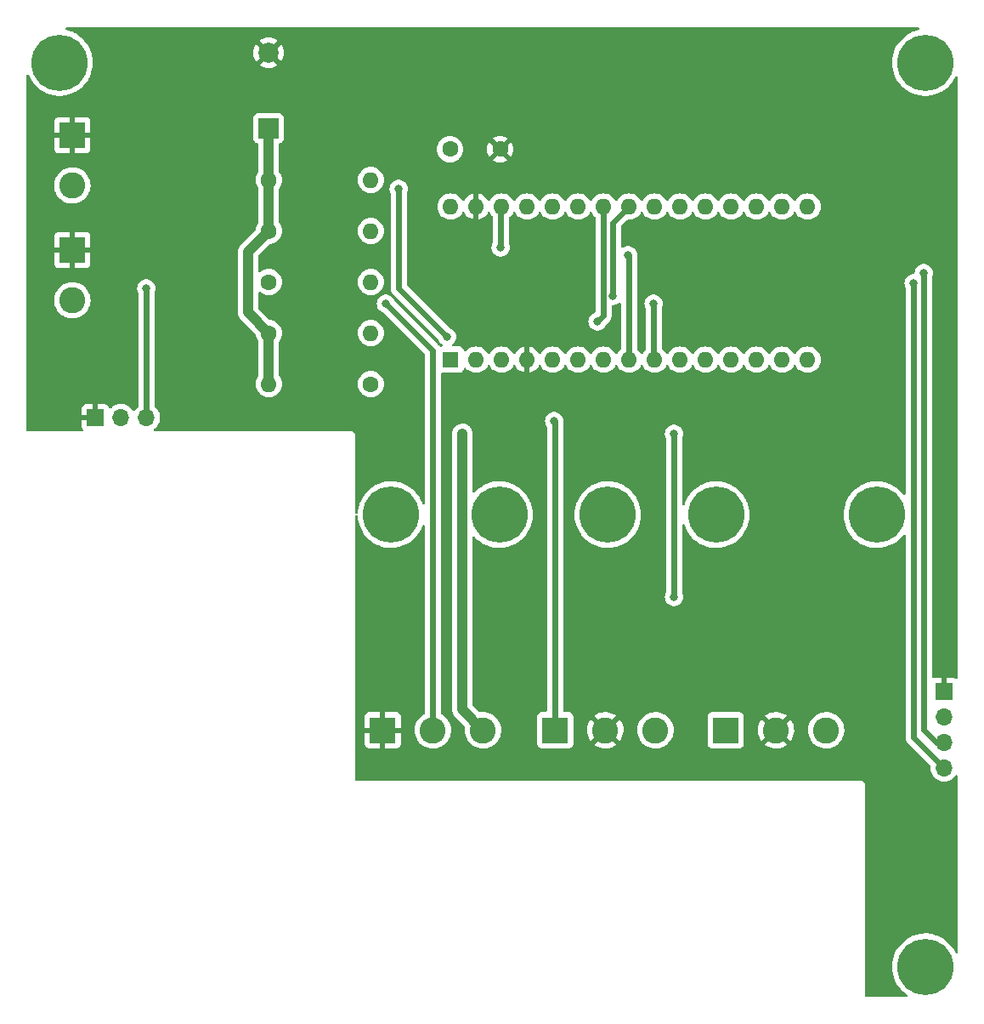
<source format=gbr>
%TF.GenerationSoftware,KiCad,Pcbnew,(6.0.5)*%
%TF.CreationDate,2022-06-12T16:21:57+02:00*%
%TF.ProjectId,dewpoint-pcb,64657770-6f69-46e7-942d-7063622e6b69,1.0*%
%TF.SameCoordinates,Original*%
%TF.FileFunction,Copper,L2,Bot*%
%TF.FilePolarity,Positive*%
%FSLAX46Y46*%
G04 Gerber Fmt 4.6, Leading zero omitted, Abs format (unit mm)*
G04 Created by KiCad (PCBNEW (6.0.5)) date 2022-06-12 16:21:57*
%MOMM*%
%LPD*%
G01*
G04 APERTURE LIST*
%TA.AperFunction,ComponentPad*%
%ADD10C,1.600000*%
%TD*%
%TA.AperFunction,ComponentPad*%
%ADD11O,1.600000X1.600000*%
%TD*%
%TA.AperFunction,ComponentPad*%
%ADD12C,5.600000*%
%TD*%
%TA.AperFunction,ComponentPad*%
%ADD13R,1.700000X1.700000*%
%TD*%
%TA.AperFunction,ComponentPad*%
%ADD14O,1.700000X1.700000*%
%TD*%
%TA.AperFunction,ComponentPad*%
%ADD15R,2.000000X2.000000*%
%TD*%
%TA.AperFunction,ComponentPad*%
%ADD16C,2.000000*%
%TD*%
%TA.AperFunction,ComponentPad*%
%ADD17R,2.600000X2.600000*%
%TD*%
%TA.AperFunction,ComponentPad*%
%ADD18C,2.600000*%
%TD*%
%TA.AperFunction,ComponentPad*%
%ADD19R,1.600000X1.600000*%
%TD*%
%TA.AperFunction,ViaPad*%
%ADD20C,0.800000*%
%TD*%
%TA.AperFunction,Conductor*%
%ADD21C,0.600000*%
%TD*%
%TA.AperFunction,Conductor*%
%ADD22C,1.000000*%
%TD*%
G04 APERTURE END LIST*
D10*
%TO.P,R2,1*%
%TO.N,+5V*%
X67840000Y-55760000D03*
D11*
%TO.P,R2,2*%
%TO.N,DHT Inside*%
X78000000Y-55760000D03*
%TD*%
D12*
%TO.P,,1*%
%TO.N,N/C*%
X133250000Y-129000000D03*
%TD*%
D10*
%TO.P,R5,1*%
%TO.N,Net-(J7-Pad2)*%
X67840000Y-60840000D03*
D11*
%TO.P,R5,2*%
%TO.N,Relais*%
X78000000Y-60840000D03*
%TD*%
D12*
%TO.P,,1*%
%TO.N,N/C*%
X101610000Y-84000000D03*
%TD*%
%TO.P,,1*%
%TO.N,N/C*%
X128410000Y-84000000D03*
%TD*%
D13*
%TO.P,J5,1,Pin_1*%
%TO.N,GND*%
X135128000Y-101600000D03*
D14*
%TO.P,J5,2,Pin_2*%
%TO.N,+5V*%
X135128000Y-104140000D03*
%TO.P,J5,3,Pin_3*%
%TO.N,SDA*%
X135128000Y-106680000D03*
%TO.P,J5,4,Pin_4*%
%TO.N,SCL*%
X135128000Y-109220000D03*
%TD*%
D15*
%TO.P,C1,1*%
%TO.N,+5V*%
X67818000Y-45527677D03*
D16*
%TO.P,C1,2*%
%TO.N,GND*%
X67818000Y-38027677D03*
%TD*%
D12*
%TO.P,,1*%
%TO.N,N/C*%
X46990000Y-39000000D03*
%TD*%
%TO.P,,1*%
%TO.N,N/C*%
X133250000Y-39000000D03*
%TD*%
%TO.P,,1*%
%TO.N,N/C*%
X112410000Y-84000000D03*
%TD*%
D17*
%TO.P,J7,1,Pin_1*%
%TO.N,GND*%
X79184000Y-105461000D03*
D18*
%TO.P,J7,2,Pin_2*%
%TO.N,Net-(J7-Pad2)*%
X84184000Y-105461000D03*
%TO.P,J7,3,Pin_3*%
%TO.N,+5V*%
X89184000Y-105461000D03*
%TD*%
D19*
%TO.P,A1,1,D1/TX*%
%TO.N,unconnected-(A1-Pad1)*%
X85950000Y-68570000D03*
D11*
%TO.P,A1,2,D0/RX*%
%TO.N,unconnected-(A1-Pad2)*%
X88490000Y-68570000D03*
%TO.P,A1,3,~{RESET}*%
%TO.N,unconnected-(A1-Pad3)*%
X91030000Y-68570000D03*
%TO.P,A1,4,GND*%
%TO.N,GND*%
X93570000Y-68570000D03*
%TO.P,A1,5,D2*%
%TO.N,unconnected-(A1-Pad5)*%
X96110000Y-68570000D03*
%TO.P,A1,6,D3*%
%TO.N,unconnected-(A1-Pad6)*%
X98650000Y-68570000D03*
%TO.P,A1,7,D4*%
%TO.N,DHT Outside*%
X101190000Y-68570000D03*
%TO.P,A1,8,D5*%
%TO.N,DHT Inside*%
X103730000Y-68570000D03*
%TO.P,A1,9,D6*%
%TO.N,Relais*%
X106270000Y-68570000D03*
%TO.P,A1,10,D7*%
%TO.N,unconnected-(A1-Pad10)*%
X108810000Y-68570000D03*
%TO.P,A1,11,D8*%
%TO.N,unconnected-(A1-Pad11)*%
X111350000Y-68570000D03*
%TO.P,A1,12,D9*%
%TO.N,unconnected-(A1-Pad12)*%
X113890000Y-68570000D03*
%TO.P,A1,13,D10*%
%TO.N,unconnected-(A1-Pad13)*%
X116430000Y-68570000D03*
%TO.P,A1,14,D11*%
%TO.N,unconnected-(A1-Pad14)*%
X118970000Y-68570000D03*
%TO.P,A1,15,D12*%
%TO.N,unconnected-(A1-Pad15)*%
X121510000Y-68570000D03*
%TO.P,A1,16,D13*%
%TO.N,unconnected-(A1-Pad16)*%
X121510000Y-53330000D03*
%TO.P,A1,17,3V3*%
%TO.N,unconnected-(A1-Pad17)*%
X118970000Y-53330000D03*
%TO.P,A1,18,AREF*%
%TO.N,unconnected-(A1-Pad18)*%
X116430000Y-53330000D03*
%TO.P,A1,19,A0*%
%TO.N,unconnected-(A1-Pad19)*%
X113890000Y-53330000D03*
%TO.P,A1,20,A1*%
%TO.N,unconnected-(A1-Pad20)*%
X111350000Y-53330000D03*
%TO.P,A1,21,A2*%
%TO.N,unconnected-(A1-Pad21)*%
X108810000Y-53330000D03*
%TO.P,A1,22,A3*%
%TO.N,unconnected-(A1-Pad22)*%
X106270000Y-53330000D03*
%TO.P,A1,23,A4*%
%TO.N,SDA*%
X103730000Y-53330000D03*
%TO.P,A1,24,A5*%
%TO.N,SCL*%
X101190000Y-53330000D03*
%TO.P,A1,25,A6*%
%TO.N,unconnected-(A1-Pad25)*%
X98650000Y-53330000D03*
%TO.P,A1,26,A7*%
%TO.N,unconnected-(A1-Pad26)*%
X96110000Y-53330000D03*
%TO.P,A1,27,+5V*%
%TO.N,unconnected-(A1-Pad27)*%
X93570000Y-53330000D03*
%TO.P,A1,28,~{RESET}*%
%TO.N,Reset*%
X91030000Y-53330000D03*
%TO.P,A1,29,GND*%
%TO.N,GND*%
X88490000Y-53330000D03*
%TO.P,A1,30,VIN*%
%TO.N,+5V*%
X85950000Y-53330000D03*
%TD*%
D17*
%TO.P,J3,1,Pin_1*%
%TO.N,DHT Outside*%
X96364000Y-105461000D03*
D18*
%TO.P,J3,2,Pin_2*%
%TO.N,GND*%
X101364000Y-105461000D03*
%TO.P,J3,3,Pin_3*%
%TO.N,+5V*%
X106364000Y-105461000D03*
%TD*%
D13*
%TO.P,J2,1,Pin_1*%
%TO.N,GND*%
X50561000Y-74340000D03*
D14*
%TO.P,J2,2,Pin_2*%
%TO.N,+5V*%
X53101000Y-74340000D03*
%TO.P,J2,3,Pin_3*%
%TO.N,Relais*%
X55641000Y-74340000D03*
%TD*%
D10*
%TO.P,R3,1*%
%TO.N,+5V*%
X67840000Y-65920000D03*
D11*
%TO.P,R3,2*%
%TO.N,SDA*%
X78000000Y-65920000D03*
%TD*%
D12*
%TO.P,REF\u002A\u002A,1*%
%TO.N,N/C*%
X90810000Y-84000000D03*
%TD*%
%TO.P,REF\u002A\u002A,1*%
%TO.N,N/C*%
X80010000Y-84000000D03*
%TD*%
D17*
%TO.P,J1,1,Pin_1*%
%TO.N,GND*%
X48260000Y-46228000D03*
D18*
%TO.P,J1,2,Pin_2*%
%TO.N,+5V*%
X48260000Y-51228000D03*
%TD*%
D17*
%TO.P,J4,1,Pin_1*%
%TO.N,DHT Inside*%
X113364000Y-105461000D03*
D18*
%TO.P,J4,2,Pin_2*%
%TO.N,GND*%
X118364000Y-105461000D03*
%TO.P,J4,3,Pin_3*%
%TO.N,+5V*%
X123364000Y-105461000D03*
%TD*%
D10*
%TO.P,R4,1*%
%TO.N,SCL*%
X78000000Y-71000000D03*
D11*
%TO.P,R4,2*%
%TO.N,+5V*%
X67840000Y-71000000D03*
%TD*%
D10*
%TO.P,C2,1*%
%TO.N,GND*%
X90892000Y-47625000D03*
%TO.P,C2,2*%
%TO.N,+5V*%
X85892000Y-47625000D03*
%TD*%
D17*
%TO.P,J6,1,Pin_1*%
%TO.N,GND*%
X48260000Y-57658000D03*
D18*
%TO.P,J6,2,Pin_2*%
%TO.N,Reset*%
X48260000Y-62658000D03*
%TD*%
D10*
%TO.P,R1,1*%
%TO.N,+5V*%
X67840000Y-50680000D03*
D11*
%TO.P,R1,2*%
%TO.N,DHT Outside*%
X78000000Y-50680000D03*
%TD*%
D20*
%TO.N,Relais*%
X55626000Y-61468000D03*
%TO.N,DHT Outside*%
X96266000Y-74676000D03*
X85598000Y-66294000D03*
X80772000Y-51562000D03*
%TO.N,DHT Inside*%
X108204000Y-92202000D03*
X103632000Y-58166000D03*
X108204000Y-75946000D03*
%TO.N,Relais*%
X106172000Y-62992000D03*
%TO.N,SDA*%
X102108000Y-62230000D03*
X133096000Y-59944000D03*
%TO.N,SCL*%
X132080000Y-60960000D03*
X100584000Y-64770000D03*
%TO.N,Reset*%
X90932000Y-57404000D03*
%TO.N,+5V*%
X87122000Y-75946000D03*
%TO.N,Net-(J7-Pad2)*%
X79502000Y-62992000D03*
%TD*%
D21*
%TO.N,Relais*%
X55626000Y-61468000D02*
X55641000Y-61483000D01*
X55641000Y-61483000D02*
X55641000Y-74340000D01*
%TO.N,DHT Outside*%
X96266000Y-74676000D02*
X96364000Y-74774000D01*
X80772000Y-51562000D02*
X80772000Y-61468000D01*
X96364000Y-74774000D02*
X96364000Y-105461000D01*
X80772000Y-61468000D02*
X85598000Y-66294000D01*
%TO.N,DHT Inside*%
X103632000Y-58166000D02*
X103730000Y-58264000D01*
X108204000Y-75946000D02*
X108204000Y-92202000D01*
X103730000Y-58264000D02*
X103730000Y-68570000D01*
%TO.N,Relais*%
X106172000Y-68472000D02*
X106270000Y-68570000D01*
X106172000Y-62992000D02*
X106172000Y-68472000D01*
%TO.N,SDA*%
X102108000Y-54952000D02*
X103730000Y-53330000D01*
X102108000Y-62230000D02*
X102108000Y-54952000D01*
X133096000Y-59944000D02*
X133096000Y-105410000D01*
X134366000Y-106680000D02*
X135128000Y-106680000D01*
X133096000Y-105410000D02*
X134366000Y-106680000D01*
%TO.N,SCL*%
X132080000Y-106172000D02*
X135128000Y-109220000D01*
X100584000Y-64770000D02*
X101190000Y-64164000D01*
X132080000Y-60960000D02*
X132080000Y-106172000D01*
X101190000Y-64164000D02*
X101190000Y-53330000D01*
%TO.N,Reset*%
X90932000Y-53428000D02*
X91030000Y-53330000D01*
X90932000Y-57404000D02*
X90932000Y-53428000D01*
D22*
%TO.N,+5V*%
X67840000Y-65920000D02*
X67840000Y-71000000D01*
X67840000Y-55760000D02*
X65786000Y-57814000D01*
X65786000Y-57814000D02*
X65786000Y-63866000D01*
X67818000Y-50658000D02*
X67840000Y-50680000D01*
X87122000Y-75946000D02*
X87122000Y-103399000D01*
X67840000Y-50680000D02*
X67840000Y-55760000D01*
X65786000Y-63866000D02*
X67840000Y-65920000D01*
X87122000Y-103399000D02*
X89184000Y-105461000D01*
X67818000Y-45527677D02*
X67818000Y-50658000D01*
D21*
%TO.N,Net-(J7-Pad2)*%
X84184000Y-67674000D02*
X84184000Y-105461000D01*
X79502000Y-62992000D02*
X84184000Y-67674000D01*
%TD*%
%TA.AperFunction,Conductor*%
%TO.N,GND*%
G36*
X132631534Y-35528502D02*
G01*
X132678027Y-35582158D01*
X132688131Y-35652432D01*
X132658637Y-35717012D01*
X132598911Y-35755396D01*
X132590257Y-35757608D01*
X132370117Y-35805606D01*
X132030271Y-35919317D01*
X132027178Y-35920739D01*
X132027177Y-35920740D01*
X132020974Y-35923593D01*
X131704694Y-36069066D01*
X131397193Y-36253101D01*
X131394467Y-36255163D01*
X131394465Y-36255164D01*
X131388620Y-36259585D01*
X131111367Y-36469270D01*
X130850559Y-36715043D01*
X130617819Y-36987546D01*
X130615900Y-36990358D01*
X130615897Y-36990363D01*
X130522624Y-37127097D01*
X130415871Y-37283591D01*
X130247077Y-37599714D01*
X130113411Y-37932218D01*
X130112491Y-37935492D01*
X130112489Y-37935497D01*
X130021451Y-38259376D01*
X130016437Y-38277213D01*
X129957290Y-38630663D01*
X129936661Y-38988434D01*
X129954792Y-39346340D01*
X129955329Y-39349695D01*
X129955330Y-39349701D01*
X129960316Y-39380828D01*
X130011470Y-39700195D01*
X130106033Y-40045859D01*
X130237374Y-40379288D01*
X130403957Y-40696582D01*
X130405858Y-40699411D01*
X130405864Y-40699421D01*
X130589569Y-40972800D01*
X130603834Y-40994029D01*
X130834665Y-41268150D01*
X131093751Y-41515738D01*
X131378061Y-41733897D01*
X131410056Y-41753350D01*
X131681355Y-41918303D01*
X131681360Y-41918306D01*
X131684270Y-41920075D01*
X131687358Y-41921521D01*
X131687357Y-41921521D01*
X132005710Y-42070649D01*
X132005720Y-42070653D01*
X132008794Y-42072093D01*
X132012012Y-42073195D01*
X132012015Y-42073196D01*
X132344615Y-42187071D01*
X132344623Y-42187073D01*
X132347838Y-42188174D01*
X132697435Y-42266959D01*
X132749728Y-42272917D01*
X133050114Y-42307142D01*
X133050122Y-42307142D01*
X133053497Y-42307527D01*
X133056901Y-42307545D01*
X133056904Y-42307545D01*
X133251227Y-42308562D01*
X133411857Y-42309403D01*
X133415243Y-42309053D01*
X133415245Y-42309053D01*
X133764932Y-42272917D01*
X133764941Y-42272916D01*
X133768324Y-42272566D01*
X133771657Y-42271852D01*
X133771660Y-42271851D01*
X133944186Y-42234864D01*
X134118727Y-42197446D01*
X134458968Y-42084922D01*
X134785066Y-41936311D01*
X134879052Y-41880506D01*
X135090262Y-41755099D01*
X135090267Y-41755096D01*
X135093207Y-41753350D01*
X135379786Y-41538180D01*
X135641451Y-41293319D01*
X135875140Y-41021630D01*
X135981750Y-40866512D01*
X136076190Y-40729101D01*
X136076195Y-40729094D01*
X136078120Y-40726292D01*
X136079732Y-40723298D01*
X136079737Y-40723290D01*
X136203894Y-40492705D01*
X136248017Y-40410760D01*
X136249303Y-40407593D01*
X136250753Y-40404512D01*
X136251857Y-40405032D01*
X136292926Y-40353342D01*
X136360133Y-40330456D01*
X136429044Y-40347539D01*
X136477780Y-40399166D01*
X136491500Y-40456342D01*
X136491500Y-100248071D01*
X136471498Y-100316192D01*
X136417842Y-100362685D01*
X136347568Y-100372789D01*
X136289935Y-100348897D01*
X136231649Y-100305214D01*
X136216054Y-100296676D01*
X136095606Y-100251522D01*
X136080351Y-100247895D01*
X136029486Y-100242369D01*
X136022672Y-100242000D01*
X135400115Y-100242000D01*
X135384876Y-100246475D01*
X135383671Y-100247865D01*
X135382000Y-100255548D01*
X135382000Y-101728000D01*
X135361998Y-101796121D01*
X135308342Y-101842614D01*
X135256000Y-101854000D01*
X135000000Y-101854000D01*
X134931879Y-101833998D01*
X134885386Y-101780342D01*
X134874000Y-101728000D01*
X134874000Y-100260116D01*
X134869525Y-100244877D01*
X134868135Y-100243672D01*
X134860452Y-100242001D01*
X134233331Y-100242001D01*
X134226510Y-100242371D01*
X134175648Y-100247895D01*
X134160396Y-100251521D01*
X134074730Y-100283636D01*
X134003923Y-100288819D01*
X133941554Y-100254898D01*
X133907424Y-100192643D01*
X133904500Y-100165654D01*
X133904500Y-60394397D01*
X133921380Y-60331398D01*
X133930527Y-60315556D01*
X133989542Y-60133928D01*
X133994177Y-60089834D01*
X134008814Y-59950565D01*
X134009504Y-59944000D01*
X133999290Y-59846819D01*
X133990232Y-59760635D01*
X133990232Y-59760633D01*
X133989542Y-59754072D01*
X133930527Y-59572444D01*
X133835040Y-59407056D01*
X133707253Y-59265134D01*
X133552752Y-59152882D01*
X133546724Y-59150198D01*
X133546722Y-59150197D01*
X133384319Y-59077891D01*
X133384318Y-59077891D01*
X133378288Y-59075206D01*
X133284888Y-59055353D01*
X133197944Y-59036872D01*
X133197939Y-59036872D01*
X133191487Y-59035500D01*
X133000513Y-59035500D01*
X132994061Y-59036872D01*
X132994056Y-59036872D01*
X132907112Y-59055353D01*
X132813712Y-59075206D01*
X132807682Y-59077891D01*
X132807681Y-59077891D01*
X132645278Y-59150197D01*
X132645276Y-59150198D01*
X132639248Y-59152882D01*
X132484747Y-59265134D01*
X132356960Y-59407056D01*
X132261473Y-59572444D01*
X132202458Y-59754072D01*
X132201769Y-59760631D01*
X132201768Y-59760634D01*
X132183056Y-59938671D01*
X132156043Y-60004327D01*
X132097821Y-60044957D01*
X132057746Y-60051500D01*
X131984513Y-60051500D01*
X131978061Y-60052872D01*
X131978056Y-60052872D01*
X131891112Y-60071353D01*
X131797712Y-60091206D01*
X131791682Y-60093891D01*
X131791681Y-60093891D01*
X131629278Y-60166197D01*
X131629276Y-60166198D01*
X131623248Y-60168882D01*
X131617907Y-60172762D01*
X131617906Y-60172763D01*
X131603471Y-60183251D01*
X131468747Y-60281134D01*
X131464326Y-60286044D01*
X131464325Y-60286045D01*
X131366765Y-60394397D01*
X131340960Y-60423056D01*
X131245473Y-60588444D01*
X131186458Y-60770072D01*
X131185768Y-60776633D01*
X131185768Y-60776635D01*
X131174340Y-60885368D01*
X131166496Y-60960000D01*
X131186458Y-61149928D01*
X131245473Y-61331556D01*
X131254620Y-61347398D01*
X131271500Y-61410397D01*
X131271500Y-81915533D01*
X131251498Y-81983654D01*
X131197842Y-82030147D01*
X131127568Y-82040251D01*
X131062988Y-82010757D01*
X131049562Y-81996431D01*
X131049190Y-81996746D01*
X130817403Y-81723432D01*
X130557454Y-81476750D01*
X130272384Y-81259585D01*
X130269472Y-81257828D01*
X130269467Y-81257825D01*
X129968443Y-81076236D01*
X129968437Y-81076233D01*
X129965528Y-81074478D01*
X129640475Y-80923593D01*
X129470751Y-80866145D01*
X129304255Y-80809789D01*
X129304250Y-80809788D01*
X129301028Y-80808697D01*
X129102681Y-80764724D01*
X128954493Y-80731871D01*
X128954487Y-80731870D01*
X128951158Y-80731132D01*
X128947769Y-80730758D01*
X128947764Y-80730757D01*
X128598338Y-80692180D01*
X128598333Y-80692180D01*
X128594957Y-80691807D01*
X128591558Y-80691801D01*
X128591557Y-80691801D01*
X128422080Y-80691505D01*
X128236592Y-80691182D01*
X128123413Y-80703277D01*
X127883639Y-80728901D01*
X127883631Y-80728902D01*
X127880256Y-80729263D01*
X127530117Y-80805606D01*
X127190271Y-80919317D01*
X127187178Y-80920739D01*
X127187177Y-80920740D01*
X127180974Y-80923593D01*
X126864694Y-81069066D01*
X126557193Y-81253101D01*
X126554467Y-81255163D01*
X126554465Y-81255164D01*
X126548620Y-81259585D01*
X126271367Y-81469270D01*
X126010559Y-81715043D01*
X125777819Y-81987546D01*
X125775900Y-81990358D01*
X125775897Y-81990363D01*
X125741866Y-82040251D01*
X125575871Y-82283591D01*
X125407077Y-82599714D01*
X125273411Y-82932218D01*
X125272491Y-82935492D01*
X125272489Y-82935497D01*
X125269282Y-82946909D01*
X125176437Y-83277213D01*
X125117290Y-83630663D01*
X125096661Y-83988434D01*
X125114792Y-84346340D01*
X125115329Y-84349695D01*
X125115330Y-84349701D01*
X125120316Y-84380828D01*
X125171470Y-84700195D01*
X125266033Y-85045859D01*
X125397374Y-85379288D01*
X125563957Y-85696582D01*
X125565858Y-85699411D01*
X125565864Y-85699421D01*
X125730500Y-85944423D01*
X125763834Y-85994029D01*
X125994665Y-86268150D01*
X126253751Y-86515738D01*
X126538061Y-86733897D01*
X126570056Y-86753350D01*
X126841355Y-86918303D01*
X126841360Y-86918306D01*
X126844270Y-86920075D01*
X126847358Y-86921521D01*
X126847357Y-86921521D01*
X127165710Y-87070649D01*
X127165720Y-87070653D01*
X127168794Y-87072093D01*
X127172012Y-87073195D01*
X127172015Y-87073196D01*
X127504615Y-87187071D01*
X127504623Y-87187073D01*
X127507838Y-87188174D01*
X127857435Y-87266959D01*
X127909728Y-87272917D01*
X128210114Y-87307142D01*
X128210122Y-87307142D01*
X128213497Y-87307527D01*
X128216901Y-87307545D01*
X128216904Y-87307545D01*
X128411227Y-87308562D01*
X128571857Y-87309403D01*
X128575243Y-87309053D01*
X128575245Y-87309053D01*
X128924932Y-87272917D01*
X128924941Y-87272916D01*
X128928324Y-87272566D01*
X128931657Y-87271852D01*
X128931660Y-87271851D01*
X129104186Y-87234864D01*
X129278727Y-87197446D01*
X129618968Y-87084922D01*
X129945066Y-86936311D01*
X130039052Y-86880506D01*
X130250262Y-86755099D01*
X130250267Y-86755096D01*
X130253207Y-86753350D01*
X130539786Y-86538180D01*
X130801451Y-86293319D01*
X131035140Y-86021630D01*
X131041659Y-86012145D01*
X131096726Y-85967333D01*
X131167279Y-85959407D01*
X131230917Y-85990882D01*
X131267436Y-86051767D01*
X131271500Y-86083510D01*
X131271500Y-106162786D01*
X131271493Y-106164106D01*
X131270549Y-106254221D01*
X131279711Y-106296597D01*
X131281769Y-106309163D01*
X131286603Y-106352255D01*
X131288919Y-106358906D01*
X131288920Y-106358910D01*
X131297633Y-106383930D01*
X131301796Y-106398742D01*
X131308881Y-106431510D01*
X131327208Y-106470813D01*
X131331990Y-106482589D01*
X131346255Y-106523552D01*
X131349989Y-106529527D01*
X131349990Y-106529530D01*
X131364027Y-106551995D01*
X131371366Y-106565512D01*
X131382559Y-106589514D01*
X131385538Y-106595902D01*
X131389855Y-106601467D01*
X131389856Y-106601469D01*
X131412106Y-106630153D01*
X131419402Y-106640612D01*
X131427828Y-106654096D01*
X131442374Y-106677376D01*
X131447334Y-106682371D01*
X131447335Y-106682372D01*
X131470976Y-106706179D01*
X131471561Y-106706804D01*
X131472078Y-106707470D01*
X131498068Y-106733460D01*
X131570185Y-106806082D01*
X131571222Y-106806740D01*
X131572451Y-106807843D01*
X133740622Y-108976014D01*
X133774648Y-109038326D01*
X133776814Y-109078495D01*
X133765251Y-109186695D01*
X133778110Y-109409715D01*
X133779247Y-109414761D01*
X133779248Y-109414767D01*
X133800275Y-109508069D01*
X133827222Y-109627639D01*
X133911266Y-109834616D01*
X133913965Y-109839020D01*
X134020415Y-110012731D01*
X134027987Y-110025088D01*
X134174250Y-110193938D01*
X134346126Y-110336632D01*
X134539000Y-110449338D01*
X134747692Y-110529030D01*
X134752760Y-110530061D01*
X134752763Y-110530062D01*
X134839639Y-110547737D01*
X134966597Y-110573567D01*
X134971772Y-110573757D01*
X134971774Y-110573757D01*
X135184673Y-110581564D01*
X135184677Y-110581564D01*
X135189837Y-110581753D01*
X135194957Y-110581097D01*
X135194959Y-110581097D01*
X135406288Y-110554025D01*
X135406289Y-110554025D01*
X135411416Y-110553368D01*
X135467543Y-110536529D01*
X135620429Y-110490661D01*
X135620434Y-110490659D01*
X135625384Y-110489174D01*
X135825994Y-110390896D01*
X136007860Y-110261173D01*
X136166096Y-110103489D01*
X136222433Y-110025088D01*
X136263177Y-109968386D01*
X136319172Y-109924738D01*
X136389875Y-109918292D01*
X136452840Y-109951095D01*
X136488074Y-110012731D01*
X136491500Y-110041912D01*
X136491500Y-127544358D01*
X136471498Y-127612479D01*
X136417842Y-127658972D01*
X136347568Y-127669076D01*
X136282988Y-127639582D01*
X136254146Y-127603317D01*
X136091702Y-127296513D01*
X136091698Y-127296506D01*
X136090103Y-127293494D01*
X135889190Y-126996746D01*
X135657403Y-126723432D01*
X135397454Y-126476750D01*
X135112384Y-126259585D01*
X135109472Y-126257828D01*
X135109467Y-126257825D01*
X134808443Y-126076236D01*
X134808437Y-126076233D01*
X134805528Y-126074478D01*
X134480475Y-125923593D01*
X134310751Y-125866145D01*
X134144255Y-125809789D01*
X134144250Y-125809788D01*
X134141028Y-125808697D01*
X133942681Y-125764724D01*
X133794493Y-125731871D01*
X133794487Y-125731870D01*
X133791158Y-125731132D01*
X133787769Y-125730758D01*
X133787764Y-125730757D01*
X133438338Y-125692180D01*
X133438333Y-125692180D01*
X133434957Y-125691807D01*
X133431558Y-125691801D01*
X133431557Y-125691801D01*
X133262080Y-125691505D01*
X133076592Y-125691182D01*
X132963413Y-125703277D01*
X132723639Y-125728901D01*
X132723631Y-125728902D01*
X132720256Y-125729263D01*
X132370117Y-125805606D01*
X132030271Y-125919317D01*
X132027178Y-125920739D01*
X132027177Y-125920740D01*
X132020974Y-125923593D01*
X131704694Y-126069066D01*
X131397193Y-126253101D01*
X131394467Y-126255163D01*
X131394465Y-126255164D01*
X131388620Y-126259585D01*
X131111367Y-126469270D01*
X130850559Y-126715043D01*
X130617819Y-126987546D01*
X130615900Y-126990358D01*
X130615897Y-126990363D01*
X130522624Y-127127097D01*
X130415871Y-127283591D01*
X130247077Y-127599714D01*
X130113411Y-127932218D01*
X130112491Y-127935492D01*
X130112489Y-127935497D01*
X130110332Y-127943173D01*
X130016437Y-128277213D01*
X129957290Y-128630663D01*
X129936661Y-128988434D01*
X129954792Y-129346340D01*
X130011470Y-129700195D01*
X130106033Y-130045859D01*
X130237374Y-130379288D01*
X130403957Y-130696582D01*
X130405858Y-130699411D01*
X130405864Y-130699421D01*
X130589569Y-130972800D01*
X130603834Y-130994029D01*
X130834665Y-131268150D01*
X131093751Y-131515738D01*
X131378061Y-131733897D01*
X131380974Y-131735668D01*
X131380984Y-131735675D01*
X131404280Y-131749839D01*
X131452095Y-131802320D01*
X131463945Y-131872320D01*
X131436070Y-131937616D01*
X131377318Y-131977475D01*
X131338820Y-131983500D01*
X127380500Y-131983500D01*
X127312379Y-131963498D01*
X127265886Y-131909842D01*
X127254500Y-131857500D01*
X127254500Y-111006623D01*
X127254502Y-111005853D01*
X127254921Y-110937254D01*
X127254976Y-110928279D01*
X127246850Y-110899847D01*
X127243272Y-110883085D01*
X127240352Y-110862698D01*
X127239080Y-110853813D01*
X127228451Y-110830436D01*
X127222004Y-110812913D01*
X127217416Y-110796862D01*
X127214949Y-110788229D01*
X127210156Y-110780632D01*
X127199170Y-110763220D01*
X127191030Y-110748135D01*
X127178792Y-110721218D01*
X127162030Y-110701765D01*
X127150927Y-110686761D01*
X127137224Y-110665042D01*
X127130499Y-110659103D01*
X127130496Y-110659099D01*
X127115062Y-110645468D01*
X127103018Y-110633276D01*
X127089573Y-110617673D01*
X127089570Y-110617671D01*
X127083713Y-110610873D01*
X127062165Y-110596906D01*
X127047291Y-110585615D01*
X127034783Y-110574569D01*
X127034782Y-110574568D01*
X127028049Y-110568622D01*
X127001287Y-110556057D01*
X126986309Y-110547737D01*
X126969017Y-110536529D01*
X126969012Y-110536527D01*
X126961485Y-110531648D01*
X126952892Y-110529078D01*
X126952887Y-110529076D01*
X126936880Y-110524289D01*
X126919436Y-110517628D01*
X126904324Y-110510533D01*
X126904322Y-110510532D01*
X126896200Y-110506719D01*
X126887333Y-110505338D01*
X126887332Y-110505338D01*
X126877690Y-110503837D01*
X126866983Y-110502170D01*
X126850268Y-110498387D01*
X126830534Y-110492485D01*
X126830528Y-110492484D01*
X126821934Y-110489914D01*
X126812963Y-110489859D01*
X126812962Y-110489859D01*
X126802903Y-110489798D01*
X126787494Y-110489704D01*
X126786711Y-110489671D01*
X126785614Y-110489500D01*
X126754623Y-110489500D01*
X126753853Y-110489498D01*
X126680215Y-110489048D01*
X126680214Y-110489048D01*
X126676279Y-110489024D01*
X126674935Y-110489408D01*
X126673590Y-110489500D01*
X76580500Y-110489500D01*
X76512379Y-110469498D01*
X76465886Y-110415842D01*
X76454500Y-110363500D01*
X76454500Y-106805669D01*
X77376001Y-106805669D01*
X77376371Y-106812490D01*
X77381895Y-106863352D01*
X77385521Y-106878604D01*
X77430676Y-106999054D01*
X77439214Y-107014649D01*
X77515715Y-107116724D01*
X77528276Y-107129285D01*
X77630351Y-107205786D01*
X77645946Y-107214324D01*
X77766394Y-107259478D01*
X77781649Y-107263105D01*
X77832514Y-107268631D01*
X77839328Y-107269000D01*
X78911885Y-107269000D01*
X78927124Y-107264525D01*
X78928329Y-107263135D01*
X78930000Y-107255452D01*
X78930000Y-107250884D01*
X79438000Y-107250884D01*
X79442475Y-107266123D01*
X79443865Y-107267328D01*
X79451548Y-107268999D01*
X80528669Y-107268999D01*
X80535490Y-107268629D01*
X80586352Y-107263105D01*
X80601604Y-107259479D01*
X80722054Y-107214324D01*
X80737649Y-107205786D01*
X80839724Y-107129285D01*
X80852285Y-107116724D01*
X80928786Y-107014649D01*
X80937324Y-106999054D01*
X80982478Y-106878606D01*
X80986105Y-106863351D01*
X80991631Y-106812486D01*
X80992000Y-106805672D01*
X80992000Y-105733115D01*
X80987525Y-105717876D01*
X80986135Y-105716671D01*
X80978452Y-105715000D01*
X79456115Y-105715000D01*
X79440876Y-105719475D01*
X79439671Y-105720865D01*
X79438000Y-105728548D01*
X79438000Y-107250884D01*
X78930000Y-107250884D01*
X78930000Y-105733115D01*
X78925525Y-105717876D01*
X78924135Y-105716671D01*
X78916452Y-105715000D01*
X77394116Y-105715000D01*
X77378877Y-105719475D01*
X77377672Y-105720865D01*
X77376001Y-105728548D01*
X77376001Y-106805669D01*
X76454500Y-106805669D01*
X76454500Y-105188885D01*
X77376000Y-105188885D01*
X77380475Y-105204124D01*
X77381865Y-105205329D01*
X77389548Y-105207000D01*
X78911885Y-105207000D01*
X78927124Y-105202525D01*
X78928329Y-105201135D01*
X78930000Y-105193452D01*
X78930000Y-105188885D01*
X79438000Y-105188885D01*
X79442475Y-105204124D01*
X79443865Y-105205329D01*
X79451548Y-105207000D01*
X80973884Y-105207000D01*
X80989123Y-105202525D01*
X80990328Y-105201135D01*
X80991999Y-105193452D01*
X80991999Y-104116331D01*
X80991629Y-104109510D01*
X80986105Y-104058648D01*
X80982479Y-104043396D01*
X80937324Y-103922946D01*
X80928786Y-103907351D01*
X80852285Y-103805276D01*
X80839724Y-103792715D01*
X80737649Y-103716214D01*
X80722054Y-103707676D01*
X80601606Y-103662522D01*
X80586351Y-103658895D01*
X80535486Y-103653369D01*
X80528672Y-103653000D01*
X79456115Y-103653000D01*
X79440876Y-103657475D01*
X79439671Y-103658865D01*
X79438000Y-103666548D01*
X79438000Y-105188885D01*
X78930000Y-105188885D01*
X78930000Y-103671116D01*
X78925525Y-103655877D01*
X78924135Y-103654672D01*
X78916452Y-103653001D01*
X77839331Y-103653001D01*
X77832510Y-103653371D01*
X77781648Y-103658895D01*
X77766396Y-103662521D01*
X77645946Y-103707676D01*
X77630351Y-103716214D01*
X77528276Y-103792715D01*
X77515715Y-103805276D01*
X77439214Y-103907351D01*
X77430676Y-103922946D01*
X77385522Y-104043394D01*
X77381895Y-104058649D01*
X77376369Y-104109514D01*
X77376000Y-104116328D01*
X77376000Y-105188885D01*
X76454500Y-105188885D01*
X76454500Y-84185853D01*
X76474502Y-84117732D01*
X76528158Y-84071239D01*
X76598432Y-84061135D01*
X76663012Y-84090629D01*
X76701396Y-84150355D01*
X76706339Y-84179478D01*
X76714792Y-84346340D01*
X76715329Y-84349695D01*
X76715330Y-84349701D01*
X76720316Y-84380828D01*
X76771470Y-84700195D01*
X76866033Y-85045859D01*
X76997374Y-85379288D01*
X77163957Y-85696582D01*
X77165858Y-85699411D01*
X77165864Y-85699421D01*
X77330500Y-85944423D01*
X77363834Y-85994029D01*
X77594665Y-86268150D01*
X77853751Y-86515738D01*
X78138061Y-86733897D01*
X78170056Y-86753350D01*
X78441355Y-86918303D01*
X78441360Y-86918306D01*
X78444270Y-86920075D01*
X78447358Y-86921521D01*
X78447357Y-86921521D01*
X78765710Y-87070649D01*
X78765720Y-87070653D01*
X78768794Y-87072093D01*
X78772012Y-87073195D01*
X78772015Y-87073196D01*
X79104615Y-87187071D01*
X79104623Y-87187073D01*
X79107838Y-87188174D01*
X79457435Y-87266959D01*
X79509728Y-87272917D01*
X79810114Y-87307142D01*
X79810122Y-87307142D01*
X79813497Y-87307527D01*
X79816901Y-87307545D01*
X79816904Y-87307545D01*
X80011227Y-87308562D01*
X80171857Y-87309403D01*
X80175243Y-87309053D01*
X80175245Y-87309053D01*
X80524932Y-87272917D01*
X80524941Y-87272916D01*
X80528324Y-87272566D01*
X80531657Y-87271852D01*
X80531660Y-87271851D01*
X80704186Y-87234864D01*
X80878727Y-87197446D01*
X81218968Y-87084922D01*
X81545066Y-86936311D01*
X81639052Y-86880506D01*
X81850262Y-86755099D01*
X81850267Y-86755096D01*
X81853207Y-86753350D01*
X82139786Y-86538180D01*
X82401451Y-86293319D01*
X82635140Y-86021630D01*
X82741750Y-85866512D01*
X82836190Y-85729101D01*
X82836195Y-85729094D01*
X82838120Y-85726292D01*
X82839732Y-85723298D01*
X82839737Y-85723290D01*
X83006395Y-85413772D01*
X83008017Y-85410760D01*
X83132757Y-85103561D01*
X83176918Y-85047970D01*
X83244124Y-85025080D01*
X83313036Y-85042157D01*
X83361776Y-85093780D01*
X83375500Y-85150965D01*
X83375500Y-103761781D01*
X83355498Y-103829902D01*
X83310588Y-103871982D01*
X83309008Y-103872858D01*
X83304763Y-103874815D01*
X83300854Y-103877378D01*
X83083881Y-104019631D01*
X83083876Y-104019635D01*
X83079968Y-104022197D01*
X82879426Y-104201188D01*
X82707544Y-104407854D01*
X82568096Y-104637656D01*
X82566287Y-104641970D01*
X82566285Y-104641974D01*
X82550240Y-104680238D01*
X82464148Y-104885545D01*
X82397981Y-105146077D01*
X82371050Y-105413526D01*
X82371274Y-105418192D01*
X82371274Y-105418197D01*
X82373828Y-105471364D01*
X82383947Y-105682019D01*
X82436388Y-105945656D01*
X82527220Y-106198646D01*
X82529432Y-106202762D01*
X82529433Y-106202765D01*
X82619785Y-106370917D01*
X82654450Y-106435431D01*
X82657241Y-106439168D01*
X82657245Y-106439175D01*
X82733405Y-106541165D01*
X82815281Y-106650810D01*
X82818590Y-106654090D01*
X82818595Y-106654096D01*
X83002863Y-106836762D01*
X83006180Y-106840050D01*
X83009942Y-106842808D01*
X83009945Y-106842811D01*
X83121737Y-106924780D01*
X83222954Y-106998995D01*
X83227089Y-107001171D01*
X83227093Y-107001173D01*
X83456698Y-107121975D01*
X83460840Y-107124154D01*
X83714613Y-107212775D01*
X83719206Y-107213647D01*
X83974109Y-107262042D01*
X83974112Y-107262042D01*
X83978698Y-107262913D01*
X84106370Y-107267929D01*
X84242625Y-107273283D01*
X84242630Y-107273283D01*
X84247293Y-107273466D01*
X84351607Y-107262042D01*
X84509844Y-107244713D01*
X84509850Y-107244712D01*
X84514497Y-107244203D01*
X84519021Y-107243012D01*
X84769918Y-107176956D01*
X84769920Y-107176955D01*
X84774441Y-107175765D01*
X84882626Y-107129285D01*
X85017120Y-107071502D01*
X85017122Y-107071501D01*
X85021414Y-107069657D01*
X85185579Y-106968069D01*
X85246017Y-106930669D01*
X85246021Y-106930666D01*
X85249990Y-106928210D01*
X85455149Y-106754530D01*
X85632382Y-106552434D01*
X85639631Y-106541165D01*
X85775269Y-106330291D01*
X85777797Y-106326361D01*
X85888199Y-106081278D01*
X85925247Y-105949917D01*
X85959893Y-105827072D01*
X85959894Y-105827069D01*
X85961163Y-105822568D01*
X85979320Y-105679848D01*
X85994688Y-105559045D01*
X85994688Y-105559041D01*
X85995086Y-105555915D01*
X85995170Y-105552733D01*
X85996477Y-105502779D01*
X85997571Y-105461000D01*
X85994043Y-105413526D01*
X85977996Y-105197592D01*
X85977996Y-105197591D01*
X85977650Y-105192937D01*
X85976619Y-105188379D01*
X85919361Y-104935331D01*
X85919360Y-104935326D01*
X85918327Y-104930763D01*
X85820902Y-104680238D01*
X85687518Y-104446864D01*
X85672702Y-104428069D01*
X85621416Y-104363014D01*
X85521105Y-104235769D01*
X85325317Y-104051591D01*
X85139527Y-103922703D01*
X85108299Y-103901039D01*
X85108296Y-103901037D01*
X85104457Y-103898374D01*
X85062770Y-103877817D01*
X85010522Y-103829748D01*
X84992500Y-103764811D01*
X84992500Y-103388388D01*
X86108676Y-103388388D01*
X86109213Y-103394523D01*
X86113050Y-103438388D01*
X86113379Y-103443214D01*
X86113500Y-103445686D01*
X86113500Y-103448769D01*
X86113801Y-103451837D01*
X86117690Y-103491506D01*
X86117812Y-103492819D01*
X86120759Y-103526500D01*
X86125913Y-103585413D01*
X86127400Y-103590532D01*
X86127920Y-103595833D01*
X86154791Y-103684834D01*
X86155126Y-103685967D01*
X86178003Y-103764707D01*
X86181091Y-103775336D01*
X86183544Y-103780068D01*
X86185084Y-103785169D01*
X86187978Y-103790612D01*
X86228731Y-103867260D01*
X86229343Y-103868426D01*
X86253120Y-103914295D01*
X86272108Y-103950926D01*
X86275431Y-103955089D01*
X86277934Y-103959796D01*
X86336755Y-104031918D01*
X86337446Y-104032774D01*
X86368738Y-104071973D01*
X86371242Y-104074477D01*
X86371884Y-104075195D01*
X86375585Y-104079528D01*
X86402935Y-104113062D01*
X86438267Y-104142291D01*
X86447037Y-104150272D01*
X87359827Y-105063061D01*
X87393852Y-105125374D01*
X87396098Y-105164778D01*
X87371050Y-105413526D01*
X87371274Y-105418192D01*
X87371274Y-105418197D01*
X87373828Y-105471364D01*
X87383947Y-105682019D01*
X87436388Y-105945656D01*
X87527220Y-106198646D01*
X87529432Y-106202762D01*
X87529433Y-106202765D01*
X87619785Y-106370917D01*
X87654450Y-106435431D01*
X87657241Y-106439168D01*
X87657245Y-106439175D01*
X87733405Y-106541165D01*
X87815281Y-106650810D01*
X87818590Y-106654090D01*
X87818595Y-106654096D01*
X88002863Y-106836762D01*
X88006180Y-106840050D01*
X88009942Y-106842808D01*
X88009945Y-106842811D01*
X88121737Y-106924780D01*
X88222954Y-106998995D01*
X88227089Y-107001171D01*
X88227093Y-107001173D01*
X88456698Y-107121975D01*
X88460840Y-107124154D01*
X88714613Y-107212775D01*
X88719206Y-107213647D01*
X88974109Y-107262042D01*
X88974112Y-107262042D01*
X88978698Y-107262913D01*
X89106370Y-107267929D01*
X89242625Y-107273283D01*
X89242630Y-107273283D01*
X89247293Y-107273466D01*
X89351607Y-107262042D01*
X89509844Y-107244713D01*
X89509850Y-107244712D01*
X89514497Y-107244203D01*
X89519021Y-107243012D01*
X89769918Y-107176956D01*
X89769920Y-107176955D01*
X89774441Y-107175765D01*
X89882626Y-107129285D01*
X90017120Y-107071502D01*
X90017122Y-107071501D01*
X90021414Y-107069657D01*
X90185579Y-106968069D01*
X90246017Y-106930669D01*
X90246021Y-106930666D01*
X90249990Y-106928210D01*
X90390648Y-106809134D01*
X94555500Y-106809134D01*
X94562255Y-106871316D01*
X94613385Y-107007705D01*
X94700739Y-107124261D01*
X94817295Y-107211615D01*
X94953684Y-107262745D01*
X95015866Y-107269500D01*
X97712134Y-107269500D01*
X97774316Y-107262745D01*
X97910705Y-107211615D01*
X98027261Y-107124261D01*
X98114615Y-107007705D01*
X98152778Y-106905906D01*
X100283839Y-106905906D01*
X100292553Y-106917427D01*
X100399452Y-106995809D01*
X100407351Y-107000745D01*
X100636905Y-107121519D01*
X100645454Y-107125236D01*
X100890327Y-107210749D01*
X100899336Y-107213163D01*
X101154166Y-107261544D01*
X101163423Y-107262598D01*
X101422607Y-107272783D01*
X101431921Y-107272457D01*
X101689753Y-107244220D01*
X101698930Y-107242519D01*
X101949758Y-107176481D01*
X101958574Y-107173445D01*
X102196880Y-107071062D01*
X102205167Y-107066748D01*
X102425718Y-106930266D01*
X102433268Y-106924780D01*
X102438559Y-106920301D01*
X102446997Y-106907497D01*
X102440935Y-106897145D01*
X101376812Y-105833022D01*
X101362868Y-105825408D01*
X101361035Y-105825539D01*
X101354420Y-105829790D01*
X100290497Y-106893713D01*
X100283839Y-106905906D01*
X98152778Y-106905906D01*
X98165745Y-106871316D01*
X98172500Y-106809134D01*
X98172500Y-105418211D01*
X99551775Y-105418211D01*
X99564220Y-105677288D01*
X99565356Y-105686543D01*
X99615961Y-105940945D01*
X99618449Y-105949917D01*
X99706095Y-106194033D01*
X99709895Y-106202568D01*
X99832658Y-106431042D01*
X99837666Y-106438904D01*
X99907720Y-106532716D01*
X99918979Y-106541165D01*
X99931397Y-106534393D01*
X100991978Y-105473812D01*
X100998356Y-105462132D01*
X101728408Y-105462132D01*
X101728539Y-105463965D01*
X101732790Y-105470580D01*
X102800094Y-106537884D01*
X102812474Y-106544644D01*
X102820815Y-106538400D01*
X102954832Y-106330048D01*
X102959275Y-106321864D01*
X103065807Y-106085370D01*
X103068997Y-106076605D01*
X103139402Y-105826972D01*
X103141262Y-105817830D01*
X103174187Y-105559019D01*
X103174668Y-105552733D01*
X103176987Y-105464160D01*
X103176836Y-105457851D01*
X103173542Y-105413526D01*
X104551050Y-105413526D01*
X104551274Y-105418192D01*
X104551274Y-105418197D01*
X104553828Y-105471364D01*
X104563947Y-105682019D01*
X104616388Y-105945656D01*
X104707220Y-106198646D01*
X104709432Y-106202762D01*
X104709433Y-106202765D01*
X104799785Y-106370917D01*
X104834450Y-106435431D01*
X104837241Y-106439168D01*
X104837245Y-106439175D01*
X104913405Y-106541165D01*
X104995281Y-106650810D01*
X104998590Y-106654090D01*
X104998595Y-106654096D01*
X105182863Y-106836762D01*
X105186180Y-106840050D01*
X105189942Y-106842808D01*
X105189945Y-106842811D01*
X105301737Y-106924780D01*
X105402954Y-106998995D01*
X105407089Y-107001171D01*
X105407093Y-107001173D01*
X105636698Y-107121975D01*
X105640840Y-107124154D01*
X105894613Y-107212775D01*
X105899206Y-107213647D01*
X106154109Y-107262042D01*
X106154112Y-107262042D01*
X106158698Y-107262913D01*
X106286370Y-107267929D01*
X106422625Y-107273283D01*
X106422630Y-107273283D01*
X106427293Y-107273466D01*
X106531607Y-107262042D01*
X106689844Y-107244713D01*
X106689850Y-107244712D01*
X106694497Y-107244203D01*
X106699021Y-107243012D01*
X106949918Y-107176956D01*
X106949920Y-107176955D01*
X106954441Y-107175765D01*
X107062626Y-107129285D01*
X107197120Y-107071502D01*
X107197122Y-107071501D01*
X107201414Y-107069657D01*
X107365579Y-106968069D01*
X107426017Y-106930669D01*
X107426021Y-106930666D01*
X107429990Y-106928210D01*
X107570648Y-106809134D01*
X111555500Y-106809134D01*
X111562255Y-106871316D01*
X111613385Y-107007705D01*
X111700739Y-107124261D01*
X111817295Y-107211615D01*
X111953684Y-107262745D01*
X112015866Y-107269500D01*
X114712134Y-107269500D01*
X114774316Y-107262745D01*
X114910705Y-107211615D01*
X115027261Y-107124261D01*
X115114615Y-107007705D01*
X115152778Y-106905906D01*
X117283839Y-106905906D01*
X117292553Y-106917427D01*
X117399452Y-106995809D01*
X117407351Y-107000745D01*
X117636905Y-107121519D01*
X117645454Y-107125236D01*
X117890327Y-107210749D01*
X117899336Y-107213163D01*
X118154166Y-107261544D01*
X118163423Y-107262598D01*
X118422607Y-107272783D01*
X118431921Y-107272457D01*
X118689753Y-107244220D01*
X118698930Y-107242519D01*
X118949758Y-107176481D01*
X118958574Y-107173445D01*
X119196880Y-107071062D01*
X119205167Y-107066748D01*
X119425718Y-106930266D01*
X119433268Y-106924780D01*
X119438559Y-106920301D01*
X119446997Y-106907497D01*
X119440935Y-106897145D01*
X118376812Y-105833022D01*
X118362868Y-105825408D01*
X118361035Y-105825539D01*
X118354420Y-105829790D01*
X117290497Y-106893713D01*
X117283839Y-106905906D01*
X115152778Y-106905906D01*
X115165745Y-106871316D01*
X115172500Y-106809134D01*
X115172500Y-105418211D01*
X116551775Y-105418211D01*
X116564220Y-105677288D01*
X116565356Y-105686543D01*
X116615961Y-105940945D01*
X116618449Y-105949917D01*
X116706095Y-106194033D01*
X116709895Y-106202568D01*
X116832658Y-106431042D01*
X116837666Y-106438904D01*
X116907720Y-106532716D01*
X116918979Y-106541165D01*
X116931397Y-106534393D01*
X117991978Y-105473812D01*
X117998356Y-105462132D01*
X118728408Y-105462132D01*
X118728539Y-105463965D01*
X118732790Y-105470580D01*
X119800094Y-106537884D01*
X119812474Y-106544644D01*
X119820815Y-106538400D01*
X119954832Y-106330048D01*
X119959275Y-106321864D01*
X120065807Y-106085370D01*
X120068997Y-106076605D01*
X120139402Y-105826972D01*
X120141262Y-105817830D01*
X120174187Y-105559019D01*
X120174668Y-105552733D01*
X120176987Y-105464160D01*
X120176836Y-105457851D01*
X120173542Y-105413526D01*
X121551050Y-105413526D01*
X121551274Y-105418192D01*
X121551274Y-105418197D01*
X121553828Y-105471364D01*
X121563947Y-105682019D01*
X121616388Y-105945656D01*
X121707220Y-106198646D01*
X121709432Y-106202762D01*
X121709433Y-106202765D01*
X121799785Y-106370917D01*
X121834450Y-106435431D01*
X121837241Y-106439168D01*
X121837245Y-106439175D01*
X121913405Y-106541165D01*
X121995281Y-106650810D01*
X121998590Y-106654090D01*
X121998595Y-106654096D01*
X122182863Y-106836762D01*
X122186180Y-106840050D01*
X122189942Y-106842808D01*
X122189945Y-106842811D01*
X122301737Y-106924780D01*
X122402954Y-106998995D01*
X122407089Y-107001171D01*
X122407093Y-107001173D01*
X122636698Y-107121975D01*
X122640840Y-107124154D01*
X122894613Y-107212775D01*
X122899206Y-107213647D01*
X123154109Y-107262042D01*
X123154112Y-107262042D01*
X123158698Y-107262913D01*
X123286370Y-107267929D01*
X123422625Y-107273283D01*
X123422630Y-107273283D01*
X123427293Y-107273466D01*
X123531607Y-107262042D01*
X123689844Y-107244713D01*
X123689850Y-107244712D01*
X123694497Y-107244203D01*
X123699021Y-107243012D01*
X123949918Y-107176956D01*
X123949920Y-107176955D01*
X123954441Y-107175765D01*
X124062626Y-107129285D01*
X124197120Y-107071502D01*
X124197122Y-107071501D01*
X124201414Y-107069657D01*
X124365579Y-106968069D01*
X124426017Y-106930669D01*
X124426021Y-106930666D01*
X124429990Y-106928210D01*
X124635149Y-106754530D01*
X124812382Y-106552434D01*
X124819631Y-106541165D01*
X124955269Y-106330291D01*
X124957797Y-106326361D01*
X125068199Y-106081278D01*
X125105247Y-105949917D01*
X125139893Y-105827072D01*
X125139894Y-105827069D01*
X125141163Y-105822568D01*
X125159320Y-105679848D01*
X125174688Y-105559045D01*
X125174688Y-105559041D01*
X125175086Y-105555915D01*
X125175170Y-105552733D01*
X125176477Y-105502779D01*
X125177571Y-105461000D01*
X125174043Y-105413526D01*
X125157996Y-105197592D01*
X125157996Y-105197591D01*
X125157650Y-105192937D01*
X125156619Y-105188379D01*
X125099361Y-104935331D01*
X125099360Y-104935326D01*
X125098327Y-104930763D01*
X125000902Y-104680238D01*
X124867518Y-104446864D01*
X124852702Y-104428069D01*
X124801416Y-104363014D01*
X124701105Y-104235769D01*
X124505317Y-104051591D01*
X124319527Y-103922703D01*
X124288299Y-103901039D01*
X124288296Y-103901037D01*
X124284457Y-103898374D01*
X124242770Y-103877816D01*
X124047564Y-103781551D01*
X124047561Y-103781550D01*
X124043376Y-103779486D01*
X124030412Y-103775336D01*
X123941621Y-103746914D01*
X123787370Y-103697538D01*
X123782763Y-103696788D01*
X123782760Y-103696787D01*
X123569337Y-103662029D01*
X123522063Y-103654330D01*
X123391719Y-103652624D01*
X123257961Y-103650873D01*
X123257958Y-103650873D01*
X123253284Y-103650812D01*
X122986937Y-103687060D01*
X122982451Y-103688368D01*
X122982449Y-103688368D01*
X122940133Y-103700702D01*
X122728874Y-103762278D01*
X122724621Y-103764238D01*
X122724620Y-103764239D01*
X122691547Y-103779486D01*
X122484763Y-103874815D01*
X122480854Y-103877378D01*
X122263881Y-104019631D01*
X122263876Y-104019635D01*
X122259968Y-104022197D01*
X122059426Y-104201188D01*
X121887544Y-104407854D01*
X121748096Y-104637656D01*
X121746287Y-104641970D01*
X121746285Y-104641974D01*
X121730240Y-104680238D01*
X121644148Y-104885545D01*
X121577981Y-105146077D01*
X121551050Y-105413526D01*
X120173542Y-105413526D01*
X120157501Y-105197663D01*
X120156125Y-105188457D01*
X120098878Y-104935467D01*
X120096154Y-104926556D01*
X120002143Y-104684806D01*
X119998132Y-104676397D01*
X119869422Y-104451202D01*
X119864211Y-104443476D01*
X119820996Y-104388658D01*
X119809071Y-104380187D01*
X119797537Y-104386673D01*
X118736022Y-105448188D01*
X118728408Y-105462132D01*
X117998356Y-105462132D01*
X117999592Y-105459868D01*
X117999461Y-105458035D01*
X117995210Y-105451420D01*
X116929816Y-104386026D01*
X116916507Y-104378758D01*
X116906472Y-104385878D01*
X116890937Y-104404556D01*
X116885531Y-104412135D01*
X116750965Y-104633891D01*
X116746736Y-104642192D01*
X116646432Y-104881389D01*
X116643471Y-104890239D01*
X116579628Y-105141625D01*
X116578006Y-105150822D01*
X116552020Y-105408885D01*
X116551775Y-105418211D01*
X115172500Y-105418211D01*
X115172500Y-104112866D01*
X115165745Y-104050684D01*
X115151876Y-104013689D01*
X117281102Y-104013689D01*
X117285675Y-104023465D01*
X118351188Y-105088978D01*
X118365132Y-105096592D01*
X118366965Y-105096461D01*
X118373580Y-105092210D01*
X119438349Y-104027441D01*
X119444733Y-104015751D01*
X119435321Y-104003641D01*
X119288045Y-103901471D01*
X119280010Y-103896738D01*
X119047376Y-103782016D01*
X119038743Y-103778528D01*
X118791703Y-103699450D01*
X118782643Y-103697274D01*
X118526630Y-103655580D01*
X118517343Y-103654768D01*
X118257992Y-103651373D01*
X118248681Y-103651943D01*
X117991682Y-103686919D01*
X117982546Y-103688860D01*
X117733543Y-103761439D01*
X117724800Y-103764707D01*
X117489252Y-103873296D01*
X117481097Y-103877816D01*
X117290240Y-104002947D01*
X117281102Y-104013689D01*
X115151876Y-104013689D01*
X115114615Y-103914295D01*
X115027261Y-103797739D01*
X114910705Y-103710385D01*
X114774316Y-103659255D01*
X114712134Y-103652500D01*
X112015866Y-103652500D01*
X111953684Y-103659255D01*
X111817295Y-103710385D01*
X111700739Y-103797739D01*
X111613385Y-103914295D01*
X111562255Y-104050684D01*
X111555500Y-104112866D01*
X111555500Y-106809134D01*
X107570648Y-106809134D01*
X107635149Y-106754530D01*
X107812382Y-106552434D01*
X107819631Y-106541165D01*
X107955269Y-106330291D01*
X107957797Y-106326361D01*
X108068199Y-106081278D01*
X108105247Y-105949917D01*
X108139893Y-105827072D01*
X108139894Y-105827069D01*
X108141163Y-105822568D01*
X108159320Y-105679848D01*
X108174688Y-105559045D01*
X108174688Y-105559041D01*
X108175086Y-105555915D01*
X108175170Y-105552733D01*
X108176477Y-105502779D01*
X108177571Y-105461000D01*
X108174043Y-105413526D01*
X108157996Y-105197592D01*
X108157996Y-105197591D01*
X108157650Y-105192937D01*
X108156619Y-105188379D01*
X108099361Y-104935331D01*
X108099360Y-104935326D01*
X108098327Y-104930763D01*
X108000902Y-104680238D01*
X107867518Y-104446864D01*
X107852702Y-104428069D01*
X107801416Y-104363014D01*
X107701105Y-104235769D01*
X107505317Y-104051591D01*
X107319527Y-103922703D01*
X107288299Y-103901039D01*
X107288296Y-103901037D01*
X107284457Y-103898374D01*
X107242770Y-103877816D01*
X107047564Y-103781551D01*
X107047561Y-103781550D01*
X107043376Y-103779486D01*
X107030412Y-103775336D01*
X106941621Y-103746914D01*
X106787370Y-103697538D01*
X106782763Y-103696788D01*
X106782760Y-103696787D01*
X106569337Y-103662029D01*
X106522063Y-103654330D01*
X106391719Y-103652624D01*
X106257961Y-103650873D01*
X106257958Y-103650873D01*
X106253284Y-103650812D01*
X105986937Y-103687060D01*
X105982451Y-103688368D01*
X105982449Y-103688368D01*
X105940133Y-103700702D01*
X105728874Y-103762278D01*
X105724621Y-103764238D01*
X105724620Y-103764239D01*
X105691547Y-103779486D01*
X105484763Y-103874815D01*
X105480854Y-103877378D01*
X105263881Y-104019631D01*
X105263876Y-104019635D01*
X105259968Y-104022197D01*
X105059426Y-104201188D01*
X104887544Y-104407854D01*
X104748096Y-104637656D01*
X104746287Y-104641970D01*
X104746285Y-104641974D01*
X104730240Y-104680238D01*
X104644148Y-104885545D01*
X104577981Y-105146077D01*
X104551050Y-105413526D01*
X103173542Y-105413526D01*
X103157501Y-105197663D01*
X103156125Y-105188457D01*
X103098878Y-104935467D01*
X103096154Y-104926556D01*
X103002143Y-104684806D01*
X102998132Y-104676397D01*
X102869422Y-104451202D01*
X102864211Y-104443476D01*
X102820996Y-104388658D01*
X102809071Y-104380187D01*
X102797537Y-104386673D01*
X101736022Y-105448188D01*
X101728408Y-105462132D01*
X100998356Y-105462132D01*
X100999592Y-105459868D01*
X100999461Y-105458035D01*
X100995210Y-105451420D01*
X99929816Y-104386026D01*
X99916507Y-104378758D01*
X99906472Y-104385878D01*
X99890937Y-104404556D01*
X99885531Y-104412135D01*
X99750965Y-104633891D01*
X99746736Y-104642192D01*
X99646432Y-104881389D01*
X99643471Y-104890239D01*
X99579628Y-105141625D01*
X99578006Y-105150822D01*
X99552020Y-105408885D01*
X99551775Y-105418211D01*
X98172500Y-105418211D01*
X98172500Y-104112866D01*
X98165745Y-104050684D01*
X98151876Y-104013689D01*
X100281102Y-104013689D01*
X100285675Y-104023465D01*
X101351188Y-105088978D01*
X101365132Y-105096592D01*
X101366965Y-105096461D01*
X101373580Y-105092210D01*
X102438349Y-104027441D01*
X102444733Y-104015751D01*
X102435321Y-104003641D01*
X102288045Y-103901471D01*
X102280010Y-103896738D01*
X102047376Y-103782016D01*
X102038743Y-103778528D01*
X101791703Y-103699450D01*
X101782643Y-103697274D01*
X101526630Y-103655580D01*
X101517343Y-103654768D01*
X101257992Y-103651373D01*
X101248681Y-103651943D01*
X100991682Y-103686919D01*
X100982546Y-103688860D01*
X100733543Y-103761439D01*
X100724800Y-103764707D01*
X100489252Y-103873296D01*
X100481097Y-103877816D01*
X100290240Y-104002947D01*
X100281102Y-104013689D01*
X98151876Y-104013689D01*
X98114615Y-103914295D01*
X98027261Y-103797739D01*
X97910705Y-103710385D01*
X97774316Y-103659255D01*
X97712134Y-103652500D01*
X97298500Y-103652500D01*
X97230379Y-103632498D01*
X97183886Y-103578842D01*
X97172500Y-103526500D01*
X97172500Y-92202000D01*
X107290496Y-92202000D01*
X107310458Y-92391928D01*
X107369473Y-92573556D01*
X107464960Y-92738944D01*
X107592747Y-92880866D01*
X107747248Y-92993118D01*
X107753276Y-92995802D01*
X107753278Y-92995803D01*
X107915681Y-93068109D01*
X107921712Y-93070794D01*
X108015113Y-93090647D01*
X108102056Y-93109128D01*
X108102061Y-93109128D01*
X108108513Y-93110500D01*
X108299487Y-93110500D01*
X108305939Y-93109128D01*
X108305944Y-93109128D01*
X108392888Y-93090647D01*
X108486288Y-93070794D01*
X108492319Y-93068109D01*
X108654722Y-92995803D01*
X108654724Y-92995802D01*
X108660752Y-92993118D01*
X108815253Y-92880866D01*
X108943040Y-92738944D01*
X109038527Y-92573556D01*
X109097542Y-92391928D01*
X109117504Y-92202000D01*
X109097542Y-92012072D01*
X109038527Y-91830444D01*
X109029380Y-91814602D01*
X109012500Y-91751603D01*
X109012500Y-85057178D01*
X109032502Y-84989057D01*
X109086158Y-84942564D01*
X109156432Y-84932460D01*
X109221012Y-84961954D01*
X109260034Y-85023930D01*
X109266033Y-85045859D01*
X109397374Y-85379288D01*
X109563957Y-85696582D01*
X109565858Y-85699411D01*
X109565864Y-85699421D01*
X109730500Y-85944423D01*
X109763834Y-85994029D01*
X109994665Y-86268150D01*
X110253751Y-86515738D01*
X110538061Y-86733897D01*
X110570056Y-86753350D01*
X110841355Y-86918303D01*
X110841360Y-86918306D01*
X110844270Y-86920075D01*
X110847358Y-86921521D01*
X110847357Y-86921521D01*
X111165710Y-87070649D01*
X111165720Y-87070653D01*
X111168794Y-87072093D01*
X111172012Y-87073195D01*
X111172015Y-87073196D01*
X111504615Y-87187071D01*
X111504623Y-87187073D01*
X111507838Y-87188174D01*
X111857435Y-87266959D01*
X111909728Y-87272917D01*
X112210114Y-87307142D01*
X112210122Y-87307142D01*
X112213497Y-87307527D01*
X112216901Y-87307545D01*
X112216904Y-87307545D01*
X112411227Y-87308562D01*
X112571857Y-87309403D01*
X112575243Y-87309053D01*
X112575245Y-87309053D01*
X112924932Y-87272917D01*
X112924941Y-87272916D01*
X112928324Y-87272566D01*
X112931657Y-87271852D01*
X112931660Y-87271851D01*
X113104186Y-87234864D01*
X113278727Y-87197446D01*
X113618968Y-87084922D01*
X113945066Y-86936311D01*
X114039052Y-86880506D01*
X114250262Y-86755099D01*
X114250267Y-86755096D01*
X114253207Y-86753350D01*
X114539786Y-86538180D01*
X114801451Y-86293319D01*
X115035140Y-86021630D01*
X115141750Y-85866512D01*
X115236190Y-85729101D01*
X115236195Y-85729094D01*
X115238120Y-85726292D01*
X115239732Y-85723298D01*
X115239737Y-85723290D01*
X115406395Y-85413772D01*
X115408017Y-85410760D01*
X115532757Y-85103561D01*
X115541562Y-85081877D01*
X115541564Y-85081872D01*
X115542842Y-85078724D01*
X115553142Y-85042568D01*
X115584507Y-84932460D01*
X115641020Y-84734070D01*
X115701401Y-84380828D01*
X115703511Y-84346340D01*
X115723168Y-84024928D01*
X115723278Y-84023131D01*
X115723359Y-84000000D01*
X115703979Y-83642159D01*
X115646066Y-83288505D01*
X115550297Y-82943173D01*
X115547243Y-82935497D01*
X115419052Y-82613369D01*
X115417793Y-82610205D01*
X115387768Y-82553498D01*
X115251702Y-82296513D01*
X115251698Y-82296506D01*
X115250103Y-82293494D01*
X115049190Y-81996746D01*
X115038088Y-81983654D01*
X114869279Y-81784602D01*
X114817403Y-81723432D01*
X114557454Y-81476750D01*
X114272384Y-81259585D01*
X114269472Y-81257828D01*
X114269467Y-81257825D01*
X113968443Y-81076236D01*
X113968437Y-81076233D01*
X113965528Y-81074478D01*
X113640475Y-80923593D01*
X113470751Y-80866145D01*
X113304255Y-80809789D01*
X113304250Y-80809788D01*
X113301028Y-80808697D01*
X113102681Y-80764724D01*
X112954493Y-80731871D01*
X112954487Y-80731870D01*
X112951158Y-80731132D01*
X112947769Y-80730758D01*
X112947764Y-80730757D01*
X112598338Y-80692180D01*
X112598333Y-80692180D01*
X112594957Y-80691807D01*
X112591558Y-80691801D01*
X112591557Y-80691801D01*
X112422080Y-80691505D01*
X112236592Y-80691182D01*
X112123413Y-80703277D01*
X111883639Y-80728901D01*
X111883631Y-80728902D01*
X111880256Y-80729263D01*
X111530117Y-80805606D01*
X111190271Y-80919317D01*
X111187178Y-80920739D01*
X111187177Y-80920740D01*
X111180974Y-80923593D01*
X110864694Y-81069066D01*
X110557193Y-81253101D01*
X110554467Y-81255163D01*
X110554465Y-81255164D01*
X110548620Y-81259585D01*
X110271367Y-81469270D01*
X110010559Y-81715043D01*
X109777819Y-81987546D01*
X109775900Y-81990358D01*
X109775897Y-81990363D01*
X109741866Y-82040251D01*
X109575871Y-82283591D01*
X109407077Y-82599714D01*
X109273411Y-82932218D01*
X109272491Y-82935492D01*
X109272489Y-82935497D01*
X109259799Y-82980644D01*
X109222110Y-83040810D01*
X109157875Y-83071049D01*
X109087489Y-83061760D01*
X109033298Y-83015892D01*
X109012500Y-82946548D01*
X109012500Y-76396397D01*
X109029380Y-76333398D01*
X109038527Y-76317556D01*
X109097542Y-76135928D01*
X109105029Y-76064698D01*
X109116814Y-75952565D01*
X109117504Y-75946000D01*
X109097542Y-75756072D01*
X109038527Y-75574444D01*
X108943040Y-75409056D01*
X108920634Y-75384171D01*
X108819675Y-75272045D01*
X108819674Y-75272044D01*
X108815253Y-75267134D01*
X108660752Y-75154882D01*
X108654724Y-75152198D01*
X108654722Y-75152197D01*
X108492319Y-75079891D01*
X108492318Y-75079891D01*
X108486288Y-75077206D01*
X108373721Y-75053279D01*
X108305944Y-75038872D01*
X108305939Y-75038872D01*
X108299487Y-75037500D01*
X108108513Y-75037500D01*
X108102061Y-75038872D01*
X108102056Y-75038872D01*
X108034279Y-75053279D01*
X107921712Y-75077206D01*
X107915682Y-75079891D01*
X107915681Y-75079891D01*
X107753278Y-75152197D01*
X107753276Y-75152198D01*
X107747248Y-75154882D01*
X107592747Y-75267134D01*
X107588326Y-75272044D01*
X107588325Y-75272045D01*
X107487367Y-75384171D01*
X107464960Y-75409056D01*
X107369473Y-75574444D01*
X107310458Y-75756072D01*
X107290496Y-75946000D01*
X107291186Y-75952565D01*
X107302972Y-76064698D01*
X107310458Y-76135928D01*
X107369473Y-76317556D01*
X107378620Y-76333398D01*
X107395500Y-76396397D01*
X107395500Y-91751603D01*
X107378620Y-91814602D01*
X107369473Y-91830444D01*
X107310458Y-92012072D01*
X107290496Y-92202000D01*
X97172500Y-92202000D01*
X97172500Y-83988434D01*
X98296661Y-83988434D01*
X98314792Y-84346340D01*
X98315329Y-84349695D01*
X98315330Y-84349701D01*
X98320316Y-84380828D01*
X98371470Y-84700195D01*
X98466033Y-85045859D01*
X98597374Y-85379288D01*
X98763957Y-85696582D01*
X98765858Y-85699411D01*
X98765864Y-85699421D01*
X98930500Y-85944423D01*
X98963834Y-85994029D01*
X99194665Y-86268150D01*
X99453751Y-86515738D01*
X99738061Y-86733897D01*
X99770056Y-86753350D01*
X100041355Y-86918303D01*
X100041360Y-86918306D01*
X100044270Y-86920075D01*
X100047358Y-86921521D01*
X100047357Y-86921521D01*
X100365710Y-87070649D01*
X100365720Y-87070653D01*
X100368794Y-87072093D01*
X100372012Y-87073195D01*
X100372015Y-87073196D01*
X100704615Y-87187071D01*
X100704623Y-87187073D01*
X100707838Y-87188174D01*
X101057435Y-87266959D01*
X101109728Y-87272917D01*
X101410114Y-87307142D01*
X101410122Y-87307142D01*
X101413497Y-87307527D01*
X101416901Y-87307545D01*
X101416904Y-87307545D01*
X101611227Y-87308562D01*
X101771857Y-87309403D01*
X101775243Y-87309053D01*
X101775245Y-87309053D01*
X102124932Y-87272917D01*
X102124941Y-87272916D01*
X102128324Y-87272566D01*
X102131657Y-87271852D01*
X102131660Y-87271851D01*
X102304186Y-87234864D01*
X102478727Y-87197446D01*
X102818968Y-87084922D01*
X103145066Y-86936311D01*
X103239052Y-86880506D01*
X103450262Y-86755099D01*
X103450267Y-86755096D01*
X103453207Y-86753350D01*
X103739786Y-86538180D01*
X104001451Y-86293319D01*
X104235140Y-86021630D01*
X104341750Y-85866512D01*
X104436190Y-85729101D01*
X104436195Y-85729094D01*
X104438120Y-85726292D01*
X104439732Y-85723298D01*
X104439737Y-85723290D01*
X104606395Y-85413772D01*
X104608017Y-85410760D01*
X104732757Y-85103561D01*
X104741562Y-85081877D01*
X104741564Y-85081872D01*
X104742842Y-85078724D01*
X104753142Y-85042568D01*
X104784507Y-84932460D01*
X104841020Y-84734070D01*
X104901401Y-84380828D01*
X104903511Y-84346340D01*
X104923168Y-84024928D01*
X104923278Y-84023131D01*
X104923359Y-84000000D01*
X104903979Y-83642159D01*
X104846066Y-83288505D01*
X104750297Y-82943173D01*
X104747243Y-82935497D01*
X104619052Y-82613369D01*
X104617793Y-82610205D01*
X104587768Y-82553498D01*
X104451702Y-82296513D01*
X104451698Y-82296506D01*
X104450103Y-82293494D01*
X104249190Y-81996746D01*
X104238088Y-81983654D01*
X104069279Y-81784602D01*
X104017403Y-81723432D01*
X103757454Y-81476750D01*
X103472384Y-81259585D01*
X103469472Y-81257828D01*
X103469467Y-81257825D01*
X103168443Y-81076236D01*
X103168437Y-81076233D01*
X103165528Y-81074478D01*
X102840475Y-80923593D01*
X102670751Y-80866145D01*
X102504255Y-80809789D01*
X102504250Y-80809788D01*
X102501028Y-80808697D01*
X102302681Y-80764724D01*
X102154493Y-80731871D01*
X102154487Y-80731870D01*
X102151158Y-80731132D01*
X102147769Y-80730758D01*
X102147764Y-80730757D01*
X101798338Y-80692180D01*
X101798333Y-80692180D01*
X101794957Y-80691807D01*
X101791558Y-80691801D01*
X101791557Y-80691801D01*
X101622080Y-80691505D01*
X101436592Y-80691182D01*
X101323413Y-80703277D01*
X101083639Y-80728901D01*
X101083631Y-80728902D01*
X101080256Y-80729263D01*
X100730117Y-80805606D01*
X100390271Y-80919317D01*
X100387178Y-80920739D01*
X100387177Y-80920740D01*
X100380974Y-80923593D01*
X100064694Y-81069066D01*
X99757193Y-81253101D01*
X99754467Y-81255163D01*
X99754465Y-81255164D01*
X99748620Y-81259585D01*
X99471367Y-81469270D01*
X99210559Y-81715043D01*
X98977819Y-81987546D01*
X98975900Y-81990358D01*
X98975897Y-81990363D01*
X98941866Y-82040251D01*
X98775871Y-82283591D01*
X98607077Y-82599714D01*
X98473411Y-82932218D01*
X98472491Y-82935492D01*
X98472489Y-82935497D01*
X98469282Y-82946909D01*
X98376437Y-83277213D01*
X98317290Y-83630663D01*
X98296661Y-83988434D01*
X97172500Y-83988434D01*
X97172500Y-74783215D01*
X97172507Y-74781893D01*
X97172903Y-74744161D01*
X97173586Y-74732314D01*
X97178814Y-74682566D01*
X97178814Y-74682565D01*
X97179504Y-74676000D01*
X97173927Y-74622939D01*
X97160232Y-74492635D01*
X97160232Y-74492633D01*
X97159542Y-74486072D01*
X97100527Y-74304444D01*
X97005040Y-74139056D01*
X96951988Y-74080135D01*
X96881675Y-74002045D01*
X96881674Y-74002044D01*
X96877253Y-73997134D01*
X96722752Y-73884882D01*
X96716724Y-73882198D01*
X96716722Y-73882197D01*
X96554319Y-73809891D01*
X96554318Y-73809891D01*
X96548288Y-73807206D01*
X96454887Y-73787353D01*
X96367944Y-73768872D01*
X96367939Y-73768872D01*
X96361487Y-73767500D01*
X96170513Y-73767500D01*
X96164061Y-73768872D01*
X96164056Y-73768872D01*
X96077113Y-73787353D01*
X95983712Y-73807206D01*
X95977682Y-73809891D01*
X95977681Y-73809891D01*
X95815278Y-73882197D01*
X95815276Y-73882198D01*
X95809248Y-73884882D01*
X95654747Y-73997134D01*
X95650326Y-74002044D01*
X95650325Y-74002045D01*
X95580013Y-74080135D01*
X95526960Y-74139056D01*
X95431473Y-74304444D01*
X95372458Y-74486072D01*
X95371768Y-74492633D01*
X95371768Y-74492635D01*
X95358073Y-74622939D01*
X95352496Y-74676000D01*
X95353186Y-74682565D01*
X95369403Y-74836857D01*
X95372458Y-74865928D01*
X95431473Y-75047556D01*
X95526960Y-75212944D01*
X95531384Y-75217857D01*
X95531436Y-75217929D01*
X95555294Y-75284797D01*
X95555500Y-75291991D01*
X95555500Y-103526500D01*
X95535498Y-103594621D01*
X95481842Y-103641114D01*
X95429500Y-103652500D01*
X95015866Y-103652500D01*
X94953684Y-103659255D01*
X94817295Y-103710385D01*
X94700739Y-103797739D01*
X94613385Y-103914295D01*
X94562255Y-104050684D01*
X94555500Y-104112866D01*
X94555500Y-106809134D01*
X90390648Y-106809134D01*
X90455149Y-106754530D01*
X90632382Y-106552434D01*
X90639631Y-106541165D01*
X90775269Y-106330291D01*
X90777797Y-106326361D01*
X90888199Y-106081278D01*
X90925247Y-105949917D01*
X90959893Y-105827072D01*
X90959894Y-105827069D01*
X90961163Y-105822568D01*
X90979320Y-105679848D01*
X90994688Y-105559045D01*
X90994688Y-105559041D01*
X90995086Y-105555915D01*
X90995170Y-105552733D01*
X90996477Y-105502779D01*
X90997571Y-105461000D01*
X90994043Y-105413526D01*
X90977996Y-105197592D01*
X90977996Y-105197591D01*
X90977650Y-105192937D01*
X90976619Y-105188379D01*
X90919361Y-104935331D01*
X90919360Y-104935326D01*
X90918327Y-104930763D01*
X90820902Y-104680238D01*
X90687518Y-104446864D01*
X90672702Y-104428069D01*
X90621416Y-104363014D01*
X90521105Y-104235769D01*
X90325317Y-104051591D01*
X90139527Y-103922703D01*
X90108299Y-103901039D01*
X90108296Y-103901037D01*
X90104457Y-103898374D01*
X90062770Y-103877816D01*
X89867564Y-103781551D01*
X89867561Y-103781550D01*
X89863376Y-103779486D01*
X89850412Y-103775336D01*
X89761621Y-103746914D01*
X89607370Y-103697538D01*
X89602763Y-103696788D01*
X89602760Y-103696787D01*
X89389337Y-103662029D01*
X89342063Y-103654330D01*
X89211719Y-103652624D01*
X89077961Y-103650873D01*
X89077958Y-103650873D01*
X89073284Y-103650812D01*
X88894685Y-103675118D01*
X88824490Y-103664485D01*
X88788600Y-103639365D01*
X88167405Y-103018171D01*
X88133380Y-102955858D01*
X88130500Y-102929075D01*
X88130500Y-86299689D01*
X88150502Y-86231568D01*
X88204158Y-86185075D01*
X88274432Y-86174971D01*
X88339012Y-86204465D01*
X88352880Y-86218529D01*
X88394665Y-86268150D01*
X88653751Y-86515738D01*
X88938061Y-86733897D01*
X88970056Y-86753350D01*
X89241355Y-86918303D01*
X89241360Y-86918306D01*
X89244270Y-86920075D01*
X89247358Y-86921521D01*
X89247357Y-86921521D01*
X89565710Y-87070649D01*
X89565720Y-87070653D01*
X89568794Y-87072093D01*
X89572012Y-87073195D01*
X89572015Y-87073196D01*
X89904615Y-87187071D01*
X89904623Y-87187073D01*
X89907838Y-87188174D01*
X90257435Y-87266959D01*
X90309728Y-87272917D01*
X90610114Y-87307142D01*
X90610122Y-87307142D01*
X90613497Y-87307527D01*
X90616901Y-87307545D01*
X90616904Y-87307545D01*
X90811227Y-87308562D01*
X90971857Y-87309403D01*
X90975243Y-87309053D01*
X90975245Y-87309053D01*
X91324932Y-87272917D01*
X91324941Y-87272916D01*
X91328324Y-87272566D01*
X91331657Y-87271852D01*
X91331660Y-87271851D01*
X91504186Y-87234864D01*
X91678727Y-87197446D01*
X92018968Y-87084922D01*
X92345066Y-86936311D01*
X92439052Y-86880506D01*
X92650262Y-86755099D01*
X92650267Y-86755096D01*
X92653207Y-86753350D01*
X92939786Y-86538180D01*
X93201451Y-86293319D01*
X93435140Y-86021630D01*
X93541750Y-85866512D01*
X93636190Y-85729101D01*
X93636195Y-85729094D01*
X93638120Y-85726292D01*
X93639732Y-85723298D01*
X93639737Y-85723290D01*
X93806395Y-85413772D01*
X93808017Y-85410760D01*
X93932757Y-85103561D01*
X93941562Y-85081877D01*
X93941564Y-85081872D01*
X93942842Y-85078724D01*
X93953142Y-85042568D01*
X93984507Y-84932460D01*
X94041020Y-84734070D01*
X94101401Y-84380828D01*
X94103511Y-84346340D01*
X94123168Y-84024928D01*
X94123278Y-84023131D01*
X94123359Y-84000000D01*
X94103979Y-83642159D01*
X94046066Y-83288505D01*
X93950297Y-82943173D01*
X93947243Y-82935497D01*
X93819052Y-82613369D01*
X93817793Y-82610205D01*
X93787768Y-82553498D01*
X93651702Y-82296513D01*
X93651698Y-82296506D01*
X93650103Y-82293494D01*
X93449190Y-81996746D01*
X93438088Y-81983654D01*
X93269279Y-81784602D01*
X93217403Y-81723432D01*
X92957454Y-81476750D01*
X92672384Y-81259585D01*
X92669472Y-81257828D01*
X92669467Y-81257825D01*
X92368443Y-81076236D01*
X92368437Y-81076233D01*
X92365528Y-81074478D01*
X92040475Y-80923593D01*
X91870751Y-80866145D01*
X91704255Y-80809789D01*
X91704250Y-80809788D01*
X91701028Y-80808697D01*
X91502681Y-80764724D01*
X91354493Y-80731871D01*
X91354487Y-80731870D01*
X91351158Y-80731132D01*
X91347769Y-80730758D01*
X91347764Y-80730757D01*
X90998338Y-80692180D01*
X90998333Y-80692180D01*
X90994957Y-80691807D01*
X90991558Y-80691801D01*
X90991557Y-80691801D01*
X90822080Y-80691505D01*
X90636592Y-80691182D01*
X90523413Y-80703277D01*
X90283639Y-80728901D01*
X90283631Y-80728902D01*
X90280256Y-80729263D01*
X89930117Y-80805606D01*
X89590271Y-80919317D01*
X89587178Y-80920739D01*
X89587177Y-80920740D01*
X89580974Y-80923593D01*
X89264694Y-81069066D01*
X88957193Y-81253101D01*
X88954467Y-81255163D01*
X88954465Y-81255164D01*
X88948620Y-81259585D01*
X88671367Y-81469270D01*
X88410559Y-81715043D01*
X88408350Y-81717629D01*
X88408337Y-81717643D01*
X88352311Y-81783242D01*
X88292861Y-81822051D01*
X88221866Y-81822559D01*
X88161867Y-81784602D01*
X88131914Y-81720234D01*
X88130500Y-81701412D01*
X88130500Y-75896231D01*
X88129814Y-75889227D01*
X88122993Y-75819673D01*
X88116080Y-75749167D01*
X88102096Y-75702848D01*
X88078840Y-75625824D01*
X88058916Y-75559831D01*
X87966066Y-75385204D01*
X87884176Y-75284797D01*
X87844960Y-75236713D01*
X87844957Y-75236710D01*
X87841065Y-75231938D01*
X87830852Y-75223489D01*
X87693425Y-75109799D01*
X87693421Y-75109797D01*
X87688675Y-75105870D01*
X87514701Y-75011802D01*
X87325768Y-74953318D01*
X87319643Y-74952674D01*
X87319642Y-74952674D01*
X87135204Y-74933289D01*
X87135202Y-74933289D01*
X87129075Y-74932645D01*
X87046576Y-74940153D01*
X86938251Y-74950011D01*
X86938248Y-74950012D01*
X86932112Y-74950570D01*
X86926206Y-74952308D01*
X86926202Y-74952309D01*
X86821076Y-74983249D01*
X86742381Y-75006410D01*
X86736923Y-75009263D01*
X86736919Y-75009265D01*
X86666123Y-75046277D01*
X86567110Y-75098040D01*
X86412975Y-75221968D01*
X86285846Y-75373474D01*
X86282879Y-75378872D01*
X86282875Y-75378877D01*
X86221821Y-75489935D01*
X86190567Y-75546787D01*
X86188706Y-75552654D01*
X86188705Y-75552656D01*
X86144662Y-75691498D01*
X86130765Y-75735306D01*
X86113500Y-75889227D01*
X86113500Y-103337157D01*
X86112763Y-103350764D01*
X86108676Y-103388388D01*
X84992500Y-103388388D01*
X84992500Y-70004500D01*
X85012502Y-69936379D01*
X85066158Y-69889886D01*
X85118500Y-69878500D01*
X86798134Y-69878500D01*
X86860316Y-69871745D01*
X86996705Y-69820615D01*
X87113261Y-69733261D01*
X87200615Y-69616705D01*
X87251745Y-69480316D01*
X87252917Y-69469526D01*
X87253803Y-69467394D01*
X87254425Y-69464778D01*
X87254848Y-69464879D01*
X87280155Y-69403965D01*
X87338517Y-69363537D01*
X87409471Y-69361078D01*
X87470490Y-69397371D01*
X87477489Y-69406031D01*
X87480643Y-69409789D01*
X87483802Y-69414300D01*
X87645700Y-69576198D01*
X87650208Y-69579355D01*
X87650211Y-69579357D01*
X87691542Y-69608297D01*
X87833251Y-69707523D01*
X87838233Y-69709846D01*
X87838238Y-69709849D01*
X88034765Y-69801490D01*
X88040757Y-69804284D01*
X88046065Y-69805706D01*
X88046067Y-69805707D01*
X88256598Y-69862119D01*
X88256600Y-69862119D01*
X88261913Y-69863543D01*
X88490000Y-69883498D01*
X88718087Y-69863543D01*
X88723400Y-69862119D01*
X88723402Y-69862119D01*
X88933933Y-69805707D01*
X88933935Y-69805706D01*
X88939243Y-69804284D01*
X88945235Y-69801490D01*
X89141762Y-69709849D01*
X89141767Y-69709846D01*
X89146749Y-69707523D01*
X89288458Y-69608297D01*
X89329789Y-69579357D01*
X89329792Y-69579355D01*
X89334300Y-69576198D01*
X89496198Y-69414300D01*
X89627523Y-69226749D01*
X89629846Y-69221767D01*
X89629849Y-69221762D01*
X89645805Y-69187543D01*
X89692722Y-69134258D01*
X89760999Y-69114797D01*
X89828959Y-69135339D01*
X89874195Y-69187543D01*
X89890151Y-69221762D01*
X89890154Y-69221767D01*
X89892477Y-69226749D01*
X90023802Y-69414300D01*
X90185700Y-69576198D01*
X90190208Y-69579355D01*
X90190211Y-69579357D01*
X90231542Y-69608297D01*
X90373251Y-69707523D01*
X90378233Y-69709846D01*
X90378238Y-69709849D01*
X90574765Y-69801490D01*
X90580757Y-69804284D01*
X90586065Y-69805706D01*
X90586067Y-69805707D01*
X90796598Y-69862119D01*
X90796600Y-69862119D01*
X90801913Y-69863543D01*
X91030000Y-69883498D01*
X91258087Y-69863543D01*
X91263400Y-69862119D01*
X91263402Y-69862119D01*
X91473933Y-69805707D01*
X91473935Y-69805706D01*
X91479243Y-69804284D01*
X91485235Y-69801490D01*
X91681762Y-69709849D01*
X91681767Y-69709846D01*
X91686749Y-69707523D01*
X91828458Y-69608297D01*
X91869789Y-69579357D01*
X91869792Y-69579355D01*
X91874300Y-69576198D01*
X92036198Y-69414300D01*
X92167523Y-69226749D01*
X92169846Y-69221767D01*
X92169849Y-69221762D01*
X92186081Y-69186951D01*
X92232998Y-69133666D01*
X92301275Y-69114205D01*
X92369235Y-69134747D01*
X92414471Y-69186951D01*
X92430586Y-69221511D01*
X92436069Y-69231007D01*
X92561028Y-69409467D01*
X92568084Y-69417875D01*
X92722125Y-69571916D01*
X92730533Y-69578972D01*
X92908993Y-69703931D01*
X92918489Y-69709414D01*
X93115947Y-69801490D01*
X93126239Y-69805236D01*
X93298503Y-69851394D01*
X93312599Y-69851058D01*
X93316000Y-69843116D01*
X93316000Y-67302033D01*
X93312027Y-67288502D01*
X93303478Y-67287273D01*
X93126239Y-67334764D01*
X93115947Y-67338510D01*
X92918489Y-67430586D01*
X92908993Y-67436069D01*
X92730533Y-67561028D01*
X92722125Y-67568084D01*
X92568084Y-67722125D01*
X92561028Y-67730533D01*
X92436069Y-67908993D01*
X92430586Y-67918489D01*
X92414471Y-67953049D01*
X92367554Y-68006334D01*
X92299277Y-68025795D01*
X92231317Y-68005253D01*
X92186081Y-67953049D01*
X92169849Y-67918238D01*
X92169846Y-67918233D01*
X92167523Y-67913251D01*
X92036198Y-67725700D01*
X91874300Y-67563802D01*
X91869792Y-67560645D01*
X91869789Y-67560643D01*
X91786888Y-67502595D01*
X91686749Y-67432477D01*
X91681767Y-67430154D01*
X91681762Y-67430151D01*
X91484225Y-67338039D01*
X91484224Y-67338039D01*
X91479243Y-67335716D01*
X91473935Y-67334294D01*
X91473933Y-67334293D01*
X91263402Y-67277881D01*
X91263400Y-67277881D01*
X91258087Y-67276457D01*
X91030000Y-67256502D01*
X90801913Y-67276457D01*
X90796600Y-67277881D01*
X90796598Y-67277881D01*
X90586067Y-67334293D01*
X90586065Y-67334294D01*
X90580757Y-67335716D01*
X90575776Y-67338039D01*
X90575775Y-67338039D01*
X90378238Y-67430151D01*
X90378233Y-67430154D01*
X90373251Y-67432477D01*
X90273112Y-67502595D01*
X90190211Y-67560643D01*
X90190208Y-67560645D01*
X90185700Y-67563802D01*
X90023802Y-67725700D01*
X89892477Y-67913251D01*
X89890154Y-67918233D01*
X89890151Y-67918238D01*
X89874195Y-67952457D01*
X89827278Y-68005742D01*
X89759001Y-68025203D01*
X89691041Y-68004661D01*
X89645805Y-67952457D01*
X89629849Y-67918238D01*
X89629846Y-67918233D01*
X89627523Y-67913251D01*
X89496198Y-67725700D01*
X89334300Y-67563802D01*
X89329792Y-67560645D01*
X89329789Y-67560643D01*
X89246888Y-67502595D01*
X89146749Y-67432477D01*
X89141767Y-67430154D01*
X89141762Y-67430151D01*
X88944225Y-67338039D01*
X88944224Y-67338039D01*
X88939243Y-67335716D01*
X88933935Y-67334294D01*
X88933933Y-67334293D01*
X88723402Y-67277881D01*
X88723400Y-67277881D01*
X88718087Y-67276457D01*
X88490000Y-67256502D01*
X88261913Y-67276457D01*
X88256600Y-67277881D01*
X88256598Y-67277881D01*
X88046067Y-67334293D01*
X88046065Y-67334294D01*
X88040757Y-67335716D01*
X88035776Y-67338039D01*
X88035775Y-67338039D01*
X87838238Y-67430151D01*
X87838233Y-67430154D01*
X87833251Y-67432477D01*
X87733112Y-67502595D01*
X87650211Y-67560643D01*
X87650208Y-67560645D01*
X87645700Y-67563802D01*
X87483802Y-67725700D01*
X87480643Y-67730211D01*
X87477108Y-67734424D01*
X87475974Y-67733473D01*
X87425929Y-67773471D01*
X87355310Y-67780776D01*
X87291951Y-67748742D01*
X87255970Y-67687538D01*
X87252918Y-67670483D01*
X87251745Y-67659684D01*
X87200615Y-67523295D01*
X87113261Y-67406739D01*
X86996705Y-67319385D01*
X86860316Y-67268255D01*
X86798134Y-67261500D01*
X86199771Y-67261500D01*
X86131650Y-67241498D01*
X86085157Y-67187842D01*
X86075053Y-67117568D01*
X86104547Y-67052988D01*
X86125710Y-67033564D01*
X86153515Y-67013362D01*
X86209253Y-66972866D01*
X86337040Y-66830944D01*
X86432527Y-66665556D01*
X86491542Y-66483928D01*
X86511504Y-66294000D01*
X86491542Y-66104072D01*
X86432527Y-65922444D01*
X86337040Y-65757056D01*
X86273600Y-65686598D01*
X86213675Y-65620045D01*
X86213674Y-65620044D01*
X86209253Y-65615134D01*
X86054752Y-65502882D01*
X86048724Y-65500198D01*
X86048722Y-65500197D01*
X85887758Y-65428532D01*
X85849912Y-65402520D01*
X81617405Y-61170013D01*
X81583379Y-61107701D01*
X81580500Y-61080918D01*
X81580500Y-53330000D01*
X84636502Y-53330000D01*
X84656457Y-53558087D01*
X84715716Y-53779243D01*
X84718039Y-53784224D01*
X84718039Y-53784225D01*
X84810151Y-53981762D01*
X84810154Y-53981767D01*
X84812477Y-53986749D01*
X84943802Y-54174300D01*
X85105700Y-54336198D01*
X85110208Y-54339355D01*
X85110211Y-54339357D01*
X85185770Y-54392264D01*
X85293251Y-54467523D01*
X85298233Y-54469846D01*
X85298238Y-54469849D01*
X85494765Y-54561490D01*
X85500757Y-54564284D01*
X85506065Y-54565706D01*
X85506067Y-54565707D01*
X85716598Y-54622119D01*
X85716600Y-54622119D01*
X85721913Y-54623543D01*
X85950000Y-54643498D01*
X86178087Y-54623543D01*
X86183400Y-54622119D01*
X86183402Y-54622119D01*
X86393933Y-54565707D01*
X86393935Y-54565706D01*
X86399243Y-54564284D01*
X86405235Y-54561490D01*
X86601762Y-54469849D01*
X86601767Y-54469846D01*
X86606749Y-54467523D01*
X86714230Y-54392264D01*
X86789789Y-54339357D01*
X86789792Y-54339355D01*
X86794300Y-54336198D01*
X86956198Y-54174300D01*
X87087523Y-53986749D01*
X87089846Y-53981767D01*
X87089849Y-53981762D01*
X87106081Y-53946951D01*
X87152998Y-53893666D01*
X87221275Y-53874205D01*
X87289235Y-53894747D01*
X87334471Y-53946951D01*
X87350586Y-53981511D01*
X87356069Y-53991007D01*
X87481028Y-54169467D01*
X87488084Y-54177875D01*
X87642125Y-54331916D01*
X87650533Y-54338972D01*
X87828993Y-54463931D01*
X87838489Y-54469414D01*
X88035947Y-54561490D01*
X88046239Y-54565236D01*
X88218503Y-54611394D01*
X88232599Y-54611058D01*
X88236000Y-54603116D01*
X88236000Y-54597967D01*
X88744000Y-54597967D01*
X88747973Y-54611498D01*
X88756522Y-54612727D01*
X88933761Y-54565236D01*
X88944053Y-54561490D01*
X89141511Y-54469414D01*
X89151007Y-54463931D01*
X89329467Y-54338972D01*
X89337875Y-54331916D01*
X89491916Y-54177875D01*
X89498972Y-54169467D01*
X89623931Y-53991007D01*
X89629414Y-53981511D01*
X89645529Y-53946951D01*
X89692446Y-53893666D01*
X89760723Y-53874205D01*
X89828683Y-53894747D01*
X89873919Y-53946951D01*
X89890151Y-53981762D01*
X89890154Y-53981767D01*
X89892477Y-53986749D01*
X90023802Y-54174300D01*
X90086595Y-54237093D01*
X90120621Y-54299405D01*
X90123500Y-54326188D01*
X90123500Y-56953603D01*
X90106620Y-57016602D01*
X90097473Y-57032444D01*
X90038458Y-57214072D01*
X90037768Y-57220633D01*
X90037768Y-57220635D01*
X90021556Y-57374882D01*
X90018496Y-57404000D01*
X90019186Y-57410565D01*
X90026826Y-57483251D01*
X90038458Y-57593928D01*
X90097473Y-57775556D01*
X90192960Y-57940944D01*
X90197378Y-57945851D01*
X90197379Y-57945852D01*
X90224589Y-57976072D01*
X90320747Y-58082866D01*
X90475248Y-58195118D01*
X90481276Y-58197802D01*
X90481278Y-58197803D01*
X90562940Y-58234161D01*
X90649712Y-58272794D01*
X90743113Y-58292647D01*
X90830056Y-58311128D01*
X90830061Y-58311128D01*
X90836513Y-58312500D01*
X91027487Y-58312500D01*
X91033939Y-58311128D01*
X91033944Y-58311128D01*
X91120887Y-58292647D01*
X91214288Y-58272794D01*
X91301060Y-58234161D01*
X91382722Y-58197803D01*
X91382724Y-58197802D01*
X91388752Y-58195118D01*
X91543253Y-58082866D01*
X91639411Y-57976072D01*
X91666621Y-57945852D01*
X91666622Y-57945851D01*
X91671040Y-57940944D01*
X91766527Y-57775556D01*
X91825542Y-57593928D01*
X91837175Y-57483251D01*
X91844814Y-57410565D01*
X91845504Y-57404000D01*
X91842444Y-57374882D01*
X91826232Y-57220635D01*
X91826232Y-57220633D01*
X91825542Y-57214072D01*
X91766527Y-57032444D01*
X91757380Y-57016602D01*
X91740500Y-56953603D01*
X91740500Y-54495477D01*
X91760502Y-54427356D01*
X91794230Y-54392264D01*
X91869784Y-54339361D01*
X91869790Y-54339356D01*
X91874300Y-54336198D01*
X92036198Y-54174300D01*
X92167523Y-53986749D01*
X92169846Y-53981767D01*
X92169849Y-53981762D01*
X92185805Y-53947543D01*
X92232722Y-53894258D01*
X92300999Y-53874797D01*
X92368959Y-53895339D01*
X92414195Y-53947543D01*
X92430151Y-53981762D01*
X92430154Y-53981767D01*
X92432477Y-53986749D01*
X92563802Y-54174300D01*
X92725700Y-54336198D01*
X92730208Y-54339355D01*
X92730211Y-54339357D01*
X92805770Y-54392264D01*
X92913251Y-54467523D01*
X92918233Y-54469846D01*
X92918238Y-54469849D01*
X93114765Y-54561490D01*
X93120757Y-54564284D01*
X93126065Y-54565706D01*
X93126067Y-54565707D01*
X93336598Y-54622119D01*
X93336600Y-54622119D01*
X93341913Y-54623543D01*
X93570000Y-54643498D01*
X93798087Y-54623543D01*
X93803400Y-54622119D01*
X93803402Y-54622119D01*
X94013933Y-54565707D01*
X94013935Y-54565706D01*
X94019243Y-54564284D01*
X94025235Y-54561490D01*
X94221762Y-54469849D01*
X94221767Y-54469846D01*
X94226749Y-54467523D01*
X94334230Y-54392264D01*
X94409789Y-54339357D01*
X94409792Y-54339355D01*
X94414300Y-54336198D01*
X94576198Y-54174300D01*
X94707523Y-53986749D01*
X94709846Y-53981767D01*
X94709849Y-53981762D01*
X94725805Y-53947543D01*
X94772722Y-53894258D01*
X94840999Y-53874797D01*
X94908959Y-53895339D01*
X94954195Y-53947543D01*
X94970151Y-53981762D01*
X94970154Y-53981767D01*
X94972477Y-53986749D01*
X95103802Y-54174300D01*
X95265700Y-54336198D01*
X95270208Y-54339355D01*
X95270211Y-54339357D01*
X95345770Y-54392264D01*
X95453251Y-54467523D01*
X95458233Y-54469846D01*
X95458238Y-54469849D01*
X95654765Y-54561490D01*
X95660757Y-54564284D01*
X95666065Y-54565706D01*
X95666067Y-54565707D01*
X95876598Y-54622119D01*
X95876600Y-54622119D01*
X95881913Y-54623543D01*
X96110000Y-54643498D01*
X96338087Y-54623543D01*
X96343400Y-54622119D01*
X96343402Y-54622119D01*
X96553933Y-54565707D01*
X96553935Y-54565706D01*
X96559243Y-54564284D01*
X96565235Y-54561490D01*
X96761762Y-54469849D01*
X96761767Y-54469846D01*
X96766749Y-54467523D01*
X96874230Y-54392264D01*
X96949789Y-54339357D01*
X96949792Y-54339355D01*
X96954300Y-54336198D01*
X97116198Y-54174300D01*
X97247523Y-53986749D01*
X97249846Y-53981767D01*
X97249849Y-53981762D01*
X97265805Y-53947543D01*
X97312722Y-53894258D01*
X97380999Y-53874797D01*
X97448959Y-53895339D01*
X97494195Y-53947543D01*
X97510151Y-53981762D01*
X97510154Y-53981767D01*
X97512477Y-53986749D01*
X97643802Y-54174300D01*
X97805700Y-54336198D01*
X97810208Y-54339355D01*
X97810211Y-54339357D01*
X97885770Y-54392264D01*
X97993251Y-54467523D01*
X97998233Y-54469846D01*
X97998238Y-54469849D01*
X98194765Y-54561490D01*
X98200757Y-54564284D01*
X98206065Y-54565706D01*
X98206067Y-54565707D01*
X98416598Y-54622119D01*
X98416600Y-54622119D01*
X98421913Y-54623543D01*
X98650000Y-54643498D01*
X98878087Y-54623543D01*
X98883400Y-54622119D01*
X98883402Y-54622119D01*
X99093933Y-54565707D01*
X99093935Y-54565706D01*
X99099243Y-54564284D01*
X99105235Y-54561490D01*
X99301762Y-54469849D01*
X99301767Y-54469846D01*
X99306749Y-54467523D01*
X99414230Y-54392264D01*
X99489789Y-54339357D01*
X99489792Y-54339355D01*
X99494300Y-54336198D01*
X99656198Y-54174300D01*
X99787523Y-53986749D01*
X99789846Y-53981767D01*
X99789849Y-53981762D01*
X99805805Y-53947543D01*
X99852722Y-53894258D01*
X99920999Y-53874797D01*
X99988959Y-53895339D01*
X100034195Y-53947543D01*
X100050151Y-53981762D01*
X100050154Y-53981767D01*
X100052477Y-53986749D01*
X100183802Y-54174300D01*
X100344595Y-54335093D01*
X100378621Y-54397405D01*
X100381500Y-54424188D01*
X100381500Y-63776917D01*
X100361498Y-63845038D01*
X100344595Y-63866012D01*
X100332087Y-63878520D01*
X100294241Y-63904532D01*
X100133278Y-63976197D01*
X100133276Y-63976198D01*
X100127248Y-63978882D01*
X99972747Y-64091134D01*
X99968326Y-64096044D01*
X99968325Y-64096045D01*
X99863117Y-64212891D01*
X99844960Y-64233056D01*
X99793206Y-64322697D01*
X99765365Y-64370919D01*
X99749473Y-64398444D01*
X99690458Y-64580072D01*
X99689768Y-64586633D01*
X99689768Y-64586635D01*
X99679110Y-64688039D01*
X99670496Y-64770000D01*
X99671186Y-64776565D01*
X99686020Y-64917699D01*
X99690458Y-64959928D01*
X99749473Y-65141556D01*
X99844960Y-65306944D01*
X99972747Y-65448866D01*
X100127248Y-65561118D01*
X100133276Y-65563802D01*
X100133278Y-65563803D01*
X100295681Y-65636109D01*
X100301712Y-65638794D01*
X100395112Y-65658647D01*
X100482056Y-65677128D01*
X100482061Y-65677128D01*
X100488513Y-65678500D01*
X100679487Y-65678500D01*
X100685939Y-65677128D01*
X100685944Y-65677128D01*
X100772888Y-65658647D01*
X100866288Y-65638794D01*
X100872319Y-65636109D01*
X101034722Y-65563803D01*
X101034724Y-65563802D01*
X101040752Y-65561118D01*
X101195253Y-65448866D01*
X101323040Y-65306944D01*
X101418527Y-65141556D01*
X101439354Y-65077458D01*
X101470092Y-65027300D01*
X101755158Y-64742234D01*
X101756095Y-64741306D01*
X101815475Y-64683157D01*
X101815476Y-64683156D01*
X101820507Y-64678229D01*
X101843998Y-64641779D01*
X101851417Y-64631454D01*
X101878476Y-64597557D01*
X101881540Y-64591218D01*
X101881543Y-64591214D01*
X101893074Y-64567362D01*
X101900601Y-64553949D01*
X101914947Y-64531687D01*
X101914948Y-64531684D01*
X101918765Y-64525762D01*
X101928184Y-64499884D01*
X101933592Y-64485027D01*
X101938553Y-64473283D01*
X101954352Y-64440601D01*
X101954353Y-64440599D01*
X101957421Y-64434252D01*
X101964966Y-64401573D01*
X101969334Y-64386825D01*
X101974018Y-64373956D01*
X101980803Y-64355315D01*
X101981685Y-64348329D01*
X101981687Y-64348323D01*
X101986238Y-64312299D01*
X101988474Y-64299747D01*
X101996638Y-64264386D01*
X101996638Y-64264383D01*
X101998224Y-64257515D01*
X101998259Y-64247643D01*
X101998366Y-64216944D01*
X101998395Y-64216062D01*
X101998500Y-64215231D01*
X101998500Y-64178428D01*
X101998857Y-64076130D01*
X101998589Y-64074930D01*
X101998500Y-64073293D01*
X101998500Y-63264500D01*
X102018502Y-63196379D01*
X102072158Y-63149886D01*
X102124500Y-63138500D01*
X102203487Y-63138500D01*
X102209939Y-63137128D01*
X102209944Y-63137128D01*
X102296887Y-63118647D01*
X102390288Y-63098794D01*
X102396319Y-63096109D01*
X102558722Y-63023803D01*
X102558724Y-63023802D01*
X102564752Y-63021118D01*
X102581660Y-63008834D01*
X102719253Y-62908866D01*
X102720578Y-62910690D01*
X102775206Y-62884479D01*
X102845659Y-62893248D01*
X102900187Y-62938715D01*
X102921500Y-63008834D01*
X102921500Y-67475812D01*
X102901498Y-67543933D01*
X102884595Y-67564907D01*
X102723802Y-67725700D01*
X102592477Y-67913251D01*
X102590154Y-67918233D01*
X102590151Y-67918238D01*
X102574195Y-67952457D01*
X102527278Y-68005742D01*
X102459001Y-68025203D01*
X102391041Y-68004661D01*
X102345805Y-67952457D01*
X102329849Y-67918238D01*
X102329846Y-67918233D01*
X102327523Y-67913251D01*
X102196198Y-67725700D01*
X102034300Y-67563802D01*
X102029792Y-67560645D01*
X102029789Y-67560643D01*
X101946888Y-67502595D01*
X101846749Y-67432477D01*
X101841767Y-67430154D01*
X101841762Y-67430151D01*
X101644225Y-67338039D01*
X101644224Y-67338039D01*
X101639243Y-67335716D01*
X101633935Y-67334294D01*
X101633933Y-67334293D01*
X101423402Y-67277881D01*
X101423400Y-67277881D01*
X101418087Y-67276457D01*
X101190000Y-67256502D01*
X100961913Y-67276457D01*
X100956600Y-67277881D01*
X100956598Y-67277881D01*
X100746067Y-67334293D01*
X100746065Y-67334294D01*
X100740757Y-67335716D01*
X100735776Y-67338039D01*
X100735775Y-67338039D01*
X100538238Y-67430151D01*
X100538233Y-67430154D01*
X100533251Y-67432477D01*
X100433112Y-67502595D01*
X100350211Y-67560643D01*
X100350208Y-67560645D01*
X100345700Y-67563802D01*
X100183802Y-67725700D01*
X100052477Y-67913251D01*
X100050154Y-67918233D01*
X100050151Y-67918238D01*
X100034195Y-67952457D01*
X99987278Y-68005742D01*
X99919001Y-68025203D01*
X99851041Y-68004661D01*
X99805805Y-67952457D01*
X99789849Y-67918238D01*
X99789846Y-67918233D01*
X99787523Y-67913251D01*
X99656198Y-67725700D01*
X99494300Y-67563802D01*
X99489792Y-67560645D01*
X99489789Y-67560643D01*
X99406888Y-67502595D01*
X99306749Y-67432477D01*
X99301767Y-67430154D01*
X99301762Y-67430151D01*
X99104225Y-67338039D01*
X99104224Y-67338039D01*
X99099243Y-67335716D01*
X99093935Y-67334294D01*
X99093933Y-67334293D01*
X98883402Y-67277881D01*
X98883400Y-67277881D01*
X98878087Y-67276457D01*
X98650000Y-67256502D01*
X98421913Y-67276457D01*
X98416600Y-67277881D01*
X98416598Y-67277881D01*
X98206067Y-67334293D01*
X98206065Y-67334294D01*
X98200757Y-67335716D01*
X98195776Y-67338039D01*
X98195775Y-67338039D01*
X97998238Y-67430151D01*
X97998233Y-67430154D01*
X97993251Y-67432477D01*
X97893112Y-67502595D01*
X97810211Y-67560643D01*
X97810208Y-67560645D01*
X97805700Y-67563802D01*
X97643802Y-67725700D01*
X97512477Y-67913251D01*
X97510154Y-67918233D01*
X97510151Y-67918238D01*
X97494195Y-67952457D01*
X97447278Y-68005742D01*
X97379001Y-68025203D01*
X97311041Y-68004661D01*
X97265805Y-67952457D01*
X97249849Y-67918238D01*
X97249846Y-67918233D01*
X97247523Y-67913251D01*
X97116198Y-67725700D01*
X96954300Y-67563802D01*
X96949792Y-67560645D01*
X96949789Y-67560643D01*
X96866888Y-67502595D01*
X96766749Y-67432477D01*
X96761767Y-67430154D01*
X96761762Y-67430151D01*
X96564225Y-67338039D01*
X96564224Y-67338039D01*
X96559243Y-67335716D01*
X96553935Y-67334294D01*
X96553933Y-67334293D01*
X96343402Y-67277881D01*
X96343400Y-67277881D01*
X96338087Y-67276457D01*
X96110000Y-67256502D01*
X95881913Y-67276457D01*
X95876600Y-67277881D01*
X95876598Y-67277881D01*
X95666067Y-67334293D01*
X95666065Y-67334294D01*
X95660757Y-67335716D01*
X95655776Y-67338039D01*
X95655775Y-67338039D01*
X95458238Y-67430151D01*
X95458233Y-67430154D01*
X95453251Y-67432477D01*
X95353112Y-67502595D01*
X95270211Y-67560643D01*
X95270208Y-67560645D01*
X95265700Y-67563802D01*
X95103802Y-67725700D01*
X94972477Y-67913251D01*
X94970154Y-67918233D01*
X94970151Y-67918238D01*
X94953919Y-67953049D01*
X94907002Y-68006334D01*
X94838725Y-68025795D01*
X94770765Y-68005253D01*
X94725529Y-67953049D01*
X94709414Y-67918489D01*
X94703931Y-67908993D01*
X94578972Y-67730533D01*
X94571916Y-67722125D01*
X94417875Y-67568084D01*
X94409467Y-67561028D01*
X94231007Y-67436069D01*
X94221511Y-67430586D01*
X94024053Y-67338510D01*
X94013761Y-67334764D01*
X93841497Y-67288606D01*
X93827401Y-67288942D01*
X93824000Y-67296884D01*
X93824000Y-69837967D01*
X93827973Y-69851498D01*
X93836522Y-69852727D01*
X94013761Y-69805236D01*
X94024053Y-69801490D01*
X94221511Y-69709414D01*
X94231007Y-69703931D01*
X94409467Y-69578972D01*
X94417875Y-69571916D01*
X94571916Y-69417875D01*
X94578972Y-69409467D01*
X94703931Y-69231007D01*
X94709414Y-69221511D01*
X94725529Y-69186951D01*
X94772446Y-69133666D01*
X94840723Y-69114205D01*
X94908683Y-69134747D01*
X94953919Y-69186951D01*
X94970151Y-69221762D01*
X94970154Y-69221767D01*
X94972477Y-69226749D01*
X95103802Y-69414300D01*
X95265700Y-69576198D01*
X95270208Y-69579355D01*
X95270211Y-69579357D01*
X95311542Y-69608297D01*
X95453251Y-69707523D01*
X95458233Y-69709846D01*
X95458238Y-69709849D01*
X95654765Y-69801490D01*
X95660757Y-69804284D01*
X95666065Y-69805706D01*
X95666067Y-69805707D01*
X95876598Y-69862119D01*
X95876600Y-69862119D01*
X95881913Y-69863543D01*
X96110000Y-69883498D01*
X96338087Y-69863543D01*
X96343400Y-69862119D01*
X96343402Y-69862119D01*
X96553933Y-69805707D01*
X96553935Y-69805706D01*
X96559243Y-69804284D01*
X96565235Y-69801490D01*
X96761762Y-69709849D01*
X96761767Y-69709846D01*
X96766749Y-69707523D01*
X96908458Y-69608297D01*
X96949789Y-69579357D01*
X96949792Y-69579355D01*
X96954300Y-69576198D01*
X97116198Y-69414300D01*
X97247523Y-69226749D01*
X97249846Y-69221767D01*
X97249849Y-69221762D01*
X97265805Y-69187543D01*
X97312722Y-69134258D01*
X97380999Y-69114797D01*
X97448959Y-69135339D01*
X97494195Y-69187543D01*
X97510151Y-69221762D01*
X97510154Y-69221767D01*
X97512477Y-69226749D01*
X97643802Y-69414300D01*
X97805700Y-69576198D01*
X97810208Y-69579355D01*
X97810211Y-69579357D01*
X97851542Y-69608297D01*
X97993251Y-69707523D01*
X97998233Y-69709846D01*
X97998238Y-69709849D01*
X98194765Y-69801490D01*
X98200757Y-69804284D01*
X98206065Y-69805706D01*
X98206067Y-69805707D01*
X98416598Y-69862119D01*
X98416600Y-69862119D01*
X98421913Y-69863543D01*
X98650000Y-69883498D01*
X98878087Y-69863543D01*
X98883400Y-69862119D01*
X98883402Y-69862119D01*
X99093933Y-69805707D01*
X99093935Y-69805706D01*
X99099243Y-69804284D01*
X99105235Y-69801490D01*
X99301762Y-69709849D01*
X99301767Y-69709846D01*
X99306749Y-69707523D01*
X99448458Y-69608297D01*
X99489789Y-69579357D01*
X99489792Y-69579355D01*
X99494300Y-69576198D01*
X99656198Y-69414300D01*
X99787523Y-69226749D01*
X99789846Y-69221767D01*
X99789849Y-69221762D01*
X99805805Y-69187543D01*
X99852722Y-69134258D01*
X99920999Y-69114797D01*
X99988959Y-69135339D01*
X100034195Y-69187543D01*
X100050151Y-69221762D01*
X100050154Y-69221767D01*
X100052477Y-69226749D01*
X100183802Y-69414300D01*
X100345700Y-69576198D01*
X100350208Y-69579355D01*
X100350211Y-69579357D01*
X100391542Y-69608297D01*
X100533251Y-69707523D01*
X100538233Y-69709846D01*
X100538238Y-69709849D01*
X100734765Y-69801490D01*
X100740757Y-69804284D01*
X100746065Y-69805706D01*
X100746067Y-69805707D01*
X100956598Y-69862119D01*
X100956600Y-69862119D01*
X100961913Y-69863543D01*
X101190000Y-69883498D01*
X101418087Y-69863543D01*
X101423400Y-69862119D01*
X101423402Y-69862119D01*
X101633933Y-69805707D01*
X101633935Y-69805706D01*
X101639243Y-69804284D01*
X101645235Y-69801490D01*
X101841762Y-69709849D01*
X101841767Y-69709846D01*
X101846749Y-69707523D01*
X101988458Y-69608297D01*
X102029789Y-69579357D01*
X102029792Y-69579355D01*
X102034300Y-69576198D01*
X102196198Y-69414300D01*
X102327523Y-69226749D01*
X102329846Y-69221767D01*
X102329849Y-69221762D01*
X102345805Y-69187543D01*
X102392722Y-69134258D01*
X102460999Y-69114797D01*
X102528959Y-69135339D01*
X102574195Y-69187543D01*
X102590151Y-69221762D01*
X102590154Y-69221767D01*
X102592477Y-69226749D01*
X102723802Y-69414300D01*
X102885700Y-69576198D01*
X102890208Y-69579355D01*
X102890211Y-69579357D01*
X102931542Y-69608297D01*
X103073251Y-69707523D01*
X103078233Y-69709846D01*
X103078238Y-69709849D01*
X103274765Y-69801490D01*
X103280757Y-69804284D01*
X103286065Y-69805706D01*
X103286067Y-69805707D01*
X103496598Y-69862119D01*
X103496600Y-69862119D01*
X103501913Y-69863543D01*
X103730000Y-69883498D01*
X103958087Y-69863543D01*
X103963400Y-69862119D01*
X103963402Y-69862119D01*
X104173933Y-69805707D01*
X104173935Y-69805706D01*
X104179243Y-69804284D01*
X104185235Y-69801490D01*
X104381762Y-69709849D01*
X104381767Y-69709846D01*
X104386749Y-69707523D01*
X104528458Y-69608297D01*
X104569789Y-69579357D01*
X104569792Y-69579355D01*
X104574300Y-69576198D01*
X104736198Y-69414300D01*
X104867523Y-69226749D01*
X104869846Y-69221767D01*
X104869849Y-69221762D01*
X104885805Y-69187543D01*
X104932722Y-69134258D01*
X105000999Y-69114797D01*
X105068959Y-69135339D01*
X105114195Y-69187543D01*
X105130151Y-69221762D01*
X105130154Y-69221767D01*
X105132477Y-69226749D01*
X105263802Y-69414300D01*
X105425700Y-69576198D01*
X105430208Y-69579355D01*
X105430211Y-69579357D01*
X105471542Y-69608297D01*
X105613251Y-69707523D01*
X105618233Y-69709846D01*
X105618238Y-69709849D01*
X105814765Y-69801490D01*
X105820757Y-69804284D01*
X105826065Y-69805706D01*
X105826067Y-69805707D01*
X106036598Y-69862119D01*
X106036600Y-69862119D01*
X106041913Y-69863543D01*
X106270000Y-69883498D01*
X106498087Y-69863543D01*
X106503400Y-69862119D01*
X106503402Y-69862119D01*
X106713933Y-69805707D01*
X106713935Y-69805706D01*
X106719243Y-69804284D01*
X106725235Y-69801490D01*
X106921762Y-69709849D01*
X106921767Y-69709846D01*
X106926749Y-69707523D01*
X107068458Y-69608297D01*
X107109789Y-69579357D01*
X107109792Y-69579355D01*
X107114300Y-69576198D01*
X107276198Y-69414300D01*
X107407523Y-69226749D01*
X107409846Y-69221767D01*
X107409849Y-69221762D01*
X107425805Y-69187543D01*
X107472722Y-69134258D01*
X107540999Y-69114797D01*
X107608959Y-69135339D01*
X107654195Y-69187543D01*
X107670151Y-69221762D01*
X107670154Y-69221767D01*
X107672477Y-69226749D01*
X107803802Y-69414300D01*
X107965700Y-69576198D01*
X107970208Y-69579355D01*
X107970211Y-69579357D01*
X108011542Y-69608297D01*
X108153251Y-69707523D01*
X108158233Y-69709846D01*
X108158238Y-69709849D01*
X108354765Y-69801490D01*
X108360757Y-69804284D01*
X108366065Y-69805706D01*
X108366067Y-69805707D01*
X108576598Y-69862119D01*
X108576600Y-69862119D01*
X108581913Y-69863543D01*
X108810000Y-69883498D01*
X109038087Y-69863543D01*
X109043400Y-69862119D01*
X109043402Y-69862119D01*
X109253933Y-69805707D01*
X109253935Y-69805706D01*
X109259243Y-69804284D01*
X109265235Y-69801490D01*
X109461762Y-69709849D01*
X109461767Y-69709846D01*
X109466749Y-69707523D01*
X109608458Y-69608297D01*
X109649789Y-69579357D01*
X109649792Y-69579355D01*
X109654300Y-69576198D01*
X109816198Y-69414300D01*
X109947523Y-69226749D01*
X109949846Y-69221767D01*
X109949849Y-69221762D01*
X109965805Y-69187543D01*
X110012722Y-69134258D01*
X110080999Y-69114797D01*
X110148959Y-69135339D01*
X110194195Y-69187543D01*
X110210151Y-69221762D01*
X110210154Y-69221767D01*
X110212477Y-69226749D01*
X110343802Y-69414300D01*
X110505700Y-69576198D01*
X110510208Y-69579355D01*
X110510211Y-69579357D01*
X110551542Y-69608297D01*
X110693251Y-69707523D01*
X110698233Y-69709846D01*
X110698238Y-69709849D01*
X110894765Y-69801490D01*
X110900757Y-69804284D01*
X110906065Y-69805706D01*
X110906067Y-69805707D01*
X111116598Y-69862119D01*
X111116600Y-69862119D01*
X111121913Y-69863543D01*
X111350000Y-69883498D01*
X111578087Y-69863543D01*
X111583400Y-69862119D01*
X111583402Y-69862119D01*
X111793933Y-69805707D01*
X111793935Y-69805706D01*
X111799243Y-69804284D01*
X111805235Y-69801490D01*
X112001762Y-69709849D01*
X112001767Y-69709846D01*
X112006749Y-69707523D01*
X112148458Y-69608297D01*
X112189789Y-69579357D01*
X112189792Y-69579355D01*
X112194300Y-69576198D01*
X112356198Y-69414300D01*
X112487523Y-69226749D01*
X112489846Y-69221767D01*
X112489849Y-69221762D01*
X112505805Y-69187543D01*
X112552722Y-69134258D01*
X112620999Y-69114797D01*
X112688959Y-69135339D01*
X112734195Y-69187543D01*
X112750151Y-69221762D01*
X112750154Y-69221767D01*
X112752477Y-69226749D01*
X112883802Y-69414300D01*
X113045700Y-69576198D01*
X113050208Y-69579355D01*
X113050211Y-69579357D01*
X113091542Y-69608297D01*
X113233251Y-69707523D01*
X113238233Y-69709846D01*
X113238238Y-69709849D01*
X113434765Y-69801490D01*
X113440757Y-69804284D01*
X113446065Y-69805706D01*
X113446067Y-69805707D01*
X113656598Y-69862119D01*
X113656600Y-69862119D01*
X113661913Y-69863543D01*
X113890000Y-69883498D01*
X114118087Y-69863543D01*
X114123400Y-69862119D01*
X114123402Y-69862119D01*
X114333933Y-69805707D01*
X114333935Y-69805706D01*
X114339243Y-69804284D01*
X114345235Y-69801490D01*
X114541762Y-69709849D01*
X114541767Y-69709846D01*
X114546749Y-69707523D01*
X114688458Y-69608297D01*
X114729789Y-69579357D01*
X114729792Y-69579355D01*
X114734300Y-69576198D01*
X114896198Y-69414300D01*
X115027523Y-69226749D01*
X115029846Y-69221767D01*
X115029849Y-69221762D01*
X115045805Y-69187543D01*
X115092722Y-69134258D01*
X115160999Y-69114797D01*
X115228959Y-69135339D01*
X115274195Y-69187543D01*
X115290151Y-69221762D01*
X115290154Y-69221767D01*
X115292477Y-69226749D01*
X115423802Y-69414300D01*
X115585700Y-69576198D01*
X115590208Y-69579355D01*
X115590211Y-69579357D01*
X115631542Y-69608297D01*
X115773251Y-69707523D01*
X115778233Y-69709846D01*
X115778238Y-69709849D01*
X115974765Y-69801490D01*
X115980757Y-69804284D01*
X115986065Y-69805706D01*
X115986067Y-69805707D01*
X116196598Y-69862119D01*
X116196600Y-69862119D01*
X116201913Y-69863543D01*
X116430000Y-69883498D01*
X116658087Y-69863543D01*
X116663400Y-69862119D01*
X116663402Y-69862119D01*
X116873933Y-69805707D01*
X116873935Y-69805706D01*
X116879243Y-69804284D01*
X116885235Y-69801490D01*
X117081762Y-69709849D01*
X117081767Y-69709846D01*
X117086749Y-69707523D01*
X117228458Y-69608297D01*
X117269789Y-69579357D01*
X117269792Y-69579355D01*
X117274300Y-69576198D01*
X117436198Y-69414300D01*
X117567523Y-69226749D01*
X117569846Y-69221767D01*
X117569849Y-69221762D01*
X117585805Y-69187543D01*
X117632722Y-69134258D01*
X117700999Y-69114797D01*
X117768959Y-69135339D01*
X117814195Y-69187543D01*
X117830151Y-69221762D01*
X117830154Y-69221767D01*
X117832477Y-69226749D01*
X117963802Y-69414300D01*
X118125700Y-69576198D01*
X118130208Y-69579355D01*
X118130211Y-69579357D01*
X118171542Y-69608297D01*
X118313251Y-69707523D01*
X118318233Y-69709846D01*
X118318238Y-69709849D01*
X118514765Y-69801490D01*
X118520757Y-69804284D01*
X118526065Y-69805706D01*
X118526067Y-69805707D01*
X118736598Y-69862119D01*
X118736600Y-69862119D01*
X118741913Y-69863543D01*
X118970000Y-69883498D01*
X119198087Y-69863543D01*
X119203400Y-69862119D01*
X119203402Y-69862119D01*
X119413933Y-69805707D01*
X119413935Y-69805706D01*
X119419243Y-69804284D01*
X119425235Y-69801490D01*
X119621762Y-69709849D01*
X119621767Y-69709846D01*
X119626749Y-69707523D01*
X119768458Y-69608297D01*
X119809789Y-69579357D01*
X119809792Y-69579355D01*
X119814300Y-69576198D01*
X119976198Y-69414300D01*
X120107523Y-69226749D01*
X120109846Y-69221767D01*
X120109849Y-69221762D01*
X120125805Y-69187543D01*
X120172722Y-69134258D01*
X120240999Y-69114797D01*
X120308959Y-69135339D01*
X120354195Y-69187543D01*
X120370151Y-69221762D01*
X120370154Y-69221767D01*
X120372477Y-69226749D01*
X120503802Y-69414300D01*
X120665700Y-69576198D01*
X120670208Y-69579355D01*
X120670211Y-69579357D01*
X120711542Y-69608297D01*
X120853251Y-69707523D01*
X120858233Y-69709846D01*
X120858238Y-69709849D01*
X121054765Y-69801490D01*
X121060757Y-69804284D01*
X121066065Y-69805706D01*
X121066067Y-69805707D01*
X121276598Y-69862119D01*
X121276600Y-69862119D01*
X121281913Y-69863543D01*
X121510000Y-69883498D01*
X121738087Y-69863543D01*
X121743400Y-69862119D01*
X121743402Y-69862119D01*
X121953933Y-69805707D01*
X121953935Y-69805706D01*
X121959243Y-69804284D01*
X121965235Y-69801490D01*
X122161762Y-69709849D01*
X122161767Y-69709846D01*
X122166749Y-69707523D01*
X122308458Y-69608297D01*
X122349789Y-69579357D01*
X122349792Y-69579355D01*
X122354300Y-69576198D01*
X122516198Y-69414300D01*
X122647523Y-69226749D01*
X122649846Y-69221767D01*
X122649849Y-69221762D01*
X122741961Y-69024225D01*
X122741961Y-69024224D01*
X122744284Y-69019243D01*
X122803543Y-68798087D01*
X122823498Y-68570000D01*
X122803543Y-68341913D01*
X122744284Y-68120757D01*
X122741500Y-68114787D01*
X122649849Y-67918238D01*
X122649846Y-67918233D01*
X122647523Y-67913251D01*
X122516198Y-67725700D01*
X122354300Y-67563802D01*
X122349792Y-67560645D01*
X122349789Y-67560643D01*
X122266888Y-67502595D01*
X122166749Y-67432477D01*
X122161767Y-67430154D01*
X122161762Y-67430151D01*
X121964225Y-67338039D01*
X121964224Y-67338039D01*
X121959243Y-67335716D01*
X121953935Y-67334294D01*
X121953933Y-67334293D01*
X121743402Y-67277881D01*
X121743400Y-67277881D01*
X121738087Y-67276457D01*
X121510000Y-67256502D01*
X121281913Y-67276457D01*
X121276600Y-67277881D01*
X121276598Y-67277881D01*
X121066067Y-67334293D01*
X121066065Y-67334294D01*
X121060757Y-67335716D01*
X121055776Y-67338039D01*
X121055775Y-67338039D01*
X120858238Y-67430151D01*
X120858233Y-67430154D01*
X120853251Y-67432477D01*
X120753112Y-67502595D01*
X120670211Y-67560643D01*
X120670208Y-67560645D01*
X120665700Y-67563802D01*
X120503802Y-67725700D01*
X120372477Y-67913251D01*
X120370154Y-67918233D01*
X120370151Y-67918238D01*
X120354195Y-67952457D01*
X120307278Y-68005742D01*
X120239001Y-68025203D01*
X120171041Y-68004661D01*
X120125805Y-67952457D01*
X120109849Y-67918238D01*
X120109846Y-67918233D01*
X120107523Y-67913251D01*
X119976198Y-67725700D01*
X119814300Y-67563802D01*
X119809792Y-67560645D01*
X119809789Y-67560643D01*
X119726888Y-67502595D01*
X119626749Y-67432477D01*
X119621767Y-67430154D01*
X119621762Y-67430151D01*
X119424225Y-67338039D01*
X119424224Y-67338039D01*
X119419243Y-67335716D01*
X119413935Y-67334294D01*
X119413933Y-67334293D01*
X119203402Y-67277881D01*
X119203400Y-67277881D01*
X119198087Y-67276457D01*
X118970000Y-67256502D01*
X118741913Y-67276457D01*
X118736600Y-67277881D01*
X118736598Y-67277881D01*
X118526067Y-67334293D01*
X118526065Y-67334294D01*
X118520757Y-67335716D01*
X118515776Y-67338039D01*
X118515775Y-67338039D01*
X118318238Y-67430151D01*
X118318233Y-67430154D01*
X118313251Y-67432477D01*
X118213112Y-67502595D01*
X118130211Y-67560643D01*
X118130208Y-67560645D01*
X118125700Y-67563802D01*
X117963802Y-67725700D01*
X117832477Y-67913251D01*
X117830154Y-67918233D01*
X117830151Y-67918238D01*
X117814195Y-67952457D01*
X117767278Y-68005742D01*
X117699001Y-68025203D01*
X117631041Y-68004661D01*
X117585805Y-67952457D01*
X117569849Y-67918238D01*
X117569846Y-67918233D01*
X117567523Y-67913251D01*
X117436198Y-67725700D01*
X117274300Y-67563802D01*
X117269792Y-67560645D01*
X117269789Y-67560643D01*
X117186888Y-67502595D01*
X117086749Y-67432477D01*
X117081767Y-67430154D01*
X117081762Y-67430151D01*
X116884225Y-67338039D01*
X116884224Y-67338039D01*
X116879243Y-67335716D01*
X116873935Y-67334294D01*
X116873933Y-67334293D01*
X116663402Y-67277881D01*
X116663400Y-67277881D01*
X116658087Y-67276457D01*
X116430000Y-67256502D01*
X116201913Y-67276457D01*
X116196600Y-67277881D01*
X116196598Y-67277881D01*
X115986067Y-67334293D01*
X115986065Y-67334294D01*
X115980757Y-67335716D01*
X115975776Y-67338039D01*
X115975775Y-67338039D01*
X115778238Y-67430151D01*
X115778233Y-67430154D01*
X115773251Y-67432477D01*
X115673112Y-67502595D01*
X115590211Y-67560643D01*
X115590208Y-67560645D01*
X115585700Y-67563802D01*
X115423802Y-67725700D01*
X115292477Y-67913251D01*
X115290154Y-67918233D01*
X115290151Y-67918238D01*
X115274195Y-67952457D01*
X115227278Y-68005742D01*
X115159001Y-68025203D01*
X115091041Y-68004661D01*
X115045805Y-67952457D01*
X115029849Y-67918238D01*
X115029846Y-67918233D01*
X115027523Y-67913251D01*
X114896198Y-67725700D01*
X114734300Y-67563802D01*
X114729792Y-67560645D01*
X114729789Y-67560643D01*
X114646888Y-67502595D01*
X114546749Y-67432477D01*
X114541767Y-67430154D01*
X114541762Y-67430151D01*
X114344225Y-67338039D01*
X114344224Y-67338039D01*
X114339243Y-67335716D01*
X114333935Y-67334294D01*
X114333933Y-67334293D01*
X114123402Y-67277881D01*
X114123400Y-67277881D01*
X114118087Y-67276457D01*
X113890000Y-67256502D01*
X113661913Y-67276457D01*
X113656600Y-67277881D01*
X113656598Y-67277881D01*
X113446067Y-67334293D01*
X113446065Y-67334294D01*
X113440757Y-67335716D01*
X113435776Y-67338039D01*
X113435775Y-67338039D01*
X113238238Y-67430151D01*
X113238233Y-67430154D01*
X113233251Y-67432477D01*
X113133112Y-67502595D01*
X113050211Y-67560643D01*
X113050208Y-67560645D01*
X113045700Y-67563802D01*
X112883802Y-67725700D01*
X112752477Y-67913251D01*
X112750154Y-67918233D01*
X112750151Y-67918238D01*
X112734195Y-67952457D01*
X112687278Y-68005742D01*
X112619001Y-68025203D01*
X112551041Y-68004661D01*
X112505805Y-67952457D01*
X112489849Y-67918238D01*
X112489846Y-67918233D01*
X112487523Y-67913251D01*
X112356198Y-67725700D01*
X112194300Y-67563802D01*
X112189792Y-67560645D01*
X112189789Y-67560643D01*
X112106888Y-67502595D01*
X112006749Y-67432477D01*
X112001767Y-67430154D01*
X112001762Y-67430151D01*
X111804225Y-67338039D01*
X111804224Y-67338039D01*
X111799243Y-67335716D01*
X111793935Y-67334294D01*
X111793933Y-67334293D01*
X111583402Y-67277881D01*
X111583400Y-67277881D01*
X111578087Y-67276457D01*
X111350000Y-67256502D01*
X111121913Y-67276457D01*
X111116600Y-67277881D01*
X111116598Y-67277881D01*
X110906067Y-67334293D01*
X110906065Y-67334294D01*
X110900757Y-67335716D01*
X110895776Y-67338039D01*
X110895775Y-67338039D01*
X110698238Y-67430151D01*
X110698233Y-67430154D01*
X110693251Y-67432477D01*
X110593112Y-67502595D01*
X110510211Y-67560643D01*
X110510208Y-67560645D01*
X110505700Y-67563802D01*
X110343802Y-67725700D01*
X110212477Y-67913251D01*
X110210154Y-67918233D01*
X110210151Y-67918238D01*
X110194195Y-67952457D01*
X110147278Y-68005742D01*
X110079001Y-68025203D01*
X110011041Y-68004661D01*
X109965805Y-67952457D01*
X109949849Y-67918238D01*
X109949846Y-67918233D01*
X109947523Y-67913251D01*
X109816198Y-67725700D01*
X109654300Y-67563802D01*
X109649792Y-67560645D01*
X109649789Y-67560643D01*
X109566888Y-67502595D01*
X109466749Y-67432477D01*
X109461767Y-67430154D01*
X109461762Y-67430151D01*
X109264225Y-67338039D01*
X109264224Y-67338039D01*
X109259243Y-67335716D01*
X109253935Y-67334294D01*
X109253933Y-67334293D01*
X109043402Y-67277881D01*
X109043400Y-67277881D01*
X109038087Y-67276457D01*
X108810000Y-67256502D01*
X108581913Y-67276457D01*
X108576600Y-67277881D01*
X108576598Y-67277881D01*
X108366067Y-67334293D01*
X108366065Y-67334294D01*
X108360757Y-67335716D01*
X108355776Y-67338039D01*
X108355775Y-67338039D01*
X108158238Y-67430151D01*
X108158233Y-67430154D01*
X108153251Y-67432477D01*
X108053112Y-67502595D01*
X107970211Y-67560643D01*
X107970208Y-67560645D01*
X107965700Y-67563802D01*
X107803802Y-67725700D01*
X107672477Y-67913251D01*
X107670154Y-67918233D01*
X107670151Y-67918238D01*
X107654195Y-67952457D01*
X107607278Y-68005742D01*
X107539001Y-68025203D01*
X107471041Y-68004661D01*
X107425805Y-67952457D01*
X107409849Y-67918238D01*
X107409846Y-67918233D01*
X107407523Y-67913251D01*
X107276198Y-67725700D01*
X107114300Y-67563802D01*
X107109790Y-67560644D01*
X107109784Y-67560639D01*
X107034230Y-67507736D01*
X106989901Y-67452279D01*
X106980500Y-67404523D01*
X106980500Y-63442397D01*
X106997380Y-63379398D01*
X107006527Y-63363556D01*
X107065542Y-63181928D01*
X107070107Y-63138500D01*
X107084814Y-62998565D01*
X107085504Y-62992000D01*
X107065542Y-62802072D01*
X107006527Y-62620444D01*
X106911040Y-62455056D01*
X106783253Y-62313134D01*
X106628752Y-62200882D01*
X106622724Y-62198198D01*
X106622722Y-62198197D01*
X106460319Y-62125891D01*
X106460318Y-62125891D01*
X106454288Y-62123206D01*
X106343137Y-62099580D01*
X106273944Y-62084872D01*
X106273939Y-62084872D01*
X106267487Y-62083500D01*
X106076513Y-62083500D01*
X106070061Y-62084872D01*
X106070056Y-62084872D01*
X106000863Y-62099580D01*
X105889712Y-62123206D01*
X105883682Y-62125891D01*
X105883681Y-62125891D01*
X105721278Y-62198197D01*
X105721276Y-62198198D01*
X105715248Y-62200882D01*
X105560747Y-62313134D01*
X105432960Y-62455056D01*
X105337473Y-62620444D01*
X105278458Y-62802072D01*
X105258496Y-62992000D01*
X105259186Y-62998565D01*
X105273894Y-63138500D01*
X105278458Y-63181928D01*
X105337473Y-63363556D01*
X105346620Y-63379398D01*
X105363500Y-63442397D01*
X105363500Y-67573812D01*
X105343498Y-67641933D01*
X105326595Y-67662907D01*
X105263802Y-67725700D01*
X105132477Y-67913251D01*
X105130154Y-67918233D01*
X105130151Y-67918238D01*
X105114195Y-67952457D01*
X105067278Y-68005742D01*
X104999001Y-68025203D01*
X104931041Y-68004661D01*
X104885805Y-67952457D01*
X104869849Y-67918238D01*
X104869846Y-67918233D01*
X104867523Y-67913251D01*
X104736198Y-67725700D01*
X104575405Y-67564907D01*
X104541379Y-67502595D01*
X104538500Y-67475812D01*
X104538500Y-58273215D01*
X104538507Y-58271893D01*
X104538903Y-58234161D01*
X104539586Y-58222314D01*
X104544814Y-58172566D01*
X104544814Y-58172565D01*
X104545504Y-58166000D01*
X104544814Y-58159435D01*
X104526232Y-57982635D01*
X104526232Y-57982633D01*
X104525542Y-57976072D01*
X104466527Y-57794444D01*
X104371040Y-57629056D01*
X104362737Y-57619834D01*
X104247675Y-57492045D01*
X104247674Y-57492044D01*
X104243253Y-57487134D01*
X104128829Y-57404000D01*
X104094094Y-57378763D01*
X104094093Y-57378762D01*
X104088752Y-57374882D01*
X104082724Y-57372198D01*
X104082722Y-57372197D01*
X103920319Y-57299891D01*
X103920318Y-57299891D01*
X103914288Y-57297206D01*
X103820887Y-57277353D01*
X103733944Y-57258872D01*
X103733939Y-57258872D01*
X103727487Y-57257500D01*
X103536513Y-57257500D01*
X103530061Y-57258872D01*
X103530056Y-57258872D01*
X103443113Y-57277353D01*
X103349712Y-57297206D01*
X103343682Y-57299891D01*
X103343681Y-57299891D01*
X103181278Y-57372197D01*
X103181276Y-57372198D01*
X103175248Y-57374882D01*
X103121409Y-57413999D01*
X103116561Y-57417521D01*
X103049694Y-57441379D01*
X102980542Y-57425299D01*
X102931062Y-57374386D01*
X102916500Y-57315585D01*
X102916500Y-55339082D01*
X102936502Y-55270961D01*
X102953405Y-55249987D01*
X103532032Y-54671360D01*
X103594344Y-54637334D01*
X103632108Y-54634934D01*
X103724524Y-54643019D01*
X103724525Y-54643019D01*
X103730000Y-54643498D01*
X103958087Y-54623543D01*
X103963400Y-54622119D01*
X103963402Y-54622119D01*
X104173933Y-54565707D01*
X104173935Y-54565706D01*
X104179243Y-54564284D01*
X104185235Y-54561490D01*
X104381762Y-54469849D01*
X104381767Y-54469846D01*
X104386749Y-54467523D01*
X104494230Y-54392264D01*
X104569789Y-54339357D01*
X104569792Y-54339355D01*
X104574300Y-54336198D01*
X104736198Y-54174300D01*
X104867523Y-53986749D01*
X104869846Y-53981767D01*
X104869849Y-53981762D01*
X104885805Y-53947543D01*
X104932722Y-53894258D01*
X105000999Y-53874797D01*
X105068959Y-53895339D01*
X105114195Y-53947543D01*
X105130151Y-53981762D01*
X105130154Y-53981767D01*
X105132477Y-53986749D01*
X105263802Y-54174300D01*
X105425700Y-54336198D01*
X105430208Y-54339355D01*
X105430211Y-54339357D01*
X105505770Y-54392264D01*
X105613251Y-54467523D01*
X105618233Y-54469846D01*
X105618238Y-54469849D01*
X105814765Y-54561490D01*
X105820757Y-54564284D01*
X105826065Y-54565706D01*
X105826067Y-54565707D01*
X106036598Y-54622119D01*
X106036600Y-54622119D01*
X106041913Y-54623543D01*
X106270000Y-54643498D01*
X106498087Y-54623543D01*
X106503400Y-54622119D01*
X106503402Y-54622119D01*
X106713933Y-54565707D01*
X106713935Y-54565706D01*
X106719243Y-54564284D01*
X106725235Y-54561490D01*
X106921762Y-54469849D01*
X106921767Y-54469846D01*
X106926749Y-54467523D01*
X107034230Y-54392264D01*
X107109789Y-54339357D01*
X107109792Y-54339355D01*
X107114300Y-54336198D01*
X107276198Y-54174300D01*
X107407523Y-53986749D01*
X107409846Y-53981767D01*
X107409849Y-53981762D01*
X107425805Y-53947543D01*
X107472722Y-53894258D01*
X107540999Y-53874797D01*
X107608959Y-53895339D01*
X107654195Y-53947543D01*
X107670151Y-53981762D01*
X107670154Y-53981767D01*
X107672477Y-53986749D01*
X107803802Y-54174300D01*
X107965700Y-54336198D01*
X107970208Y-54339355D01*
X107970211Y-54339357D01*
X108045770Y-54392264D01*
X108153251Y-54467523D01*
X108158233Y-54469846D01*
X108158238Y-54469849D01*
X108354765Y-54561490D01*
X108360757Y-54564284D01*
X108366065Y-54565706D01*
X108366067Y-54565707D01*
X108576598Y-54622119D01*
X108576600Y-54622119D01*
X108581913Y-54623543D01*
X108810000Y-54643498D01*
X109038087Y-54623543D01*
X109043400Y-54622119D01*
X109043402Y-54622119D01*
X109253933Y-54565707D01*
X109253935Y-54565706D01*
X109259243Y-54564284D01*
X109265235Y-54561490D01*
X109461762Y-54469849D01*
X109461767Y-54469846D01*
X109466749Y-54467523D01*
X109574230Y-54392264D01*
X109649789Y-54339357D01*
X109649792Y-54339355D01*
X109654300Y-54336198D01*
X109816198Y-54174300D01*
X109947523Y-53986749D01*
X109949846Y-53981767D01*
X109949849Y-53981762D01*
X109965805Y-53947543D01*
X110012722Y-53894258D01*
X110080999Y-53874797D01*
X110148959Y-53895339D01*
X110194195Y-53947543D01*
X110210151Y-53981762D01*
X110210154Y-53981767D01*
X110212477Y-53986749D01*
X110343802Y-54174300D01*
X110505700Y-54336198D01*
X110510208Y-54339355D01*
X110510211Y-54339357D01*
X110585770Y-54392264D01*
X110693251Y-54467523D01*
X110698233Y-54469846D01*
X110698238Y-54469849D01*
X110894765Y-54561490D01*
X110900757Y-54564284D01*
X110906065Y-54565706D01*
X110906067Y-54565707D01*
X111116598Y-54622119D01*
X111116600Y-54622119D01*
X111121913Y-54623543D01*
X111350000Y-54643498D01*
X111578087Y-54623543D01*
X111583400Y-54622119D01*
X111583402Y-54622119D01*
X111793933Y-54565707D01*
X111793935Y-54565706D01*
X111799243Y-54564284D01*
X111805235Y-54561490D01*
X112001762Y-54469849D01*
X112001767Y-54469846D01*
X112006749Y-54467523D01*
X112114230Y-54392264D01*
X112189789Y-54339357D01*
X112189792Y-54339355D01*
X112194300Y-54336198D01*
X112356198Y-54174300D01*
X112487523Y-53986749D01*
X112489846Y-53981767D01*
X112489849Y-53981762D01*
X112505805Y-53947543D01*
X112552722Y-53894258D01*
X112620999Y-53874797D01*
X112688959Y-53895339D01*
X112734195Y-53947543D01*
X112750151Y-53981762D01*
X112750154Y-53981767D01*
X112752477Y-53986749D01*
X112883802Y-54174300D01*
X113045700Y-54336198D01*
X113050208Y-54339355D01*
X113050211Y-54339357D01*
X113125770Y-54392264D01*
X113233251Y-54467523D01*
X113238233Y-54469846D01*
X113238238Y-54469849D01*
X113434765Y-54561490D01*
X113440757Y-54564284D01*
X113446065Y-54565706D01*
X113446067Y-54565707D01*
X113656598Y-54622119D01*
X113656600Y-54622119D01*
X113661913Y-54623543D01*
X113890000Y-54643498D01*
X114118087Y-54623543D01*
X114123400Y-54622119D01*
X114123402Y-54622119D01*
X114333933Y-54565707D01*
X114333935Y-54565706D01*
X114339243Y-54564284D01*
X114345235Y-54561490D01*
X114541762Y-54469849D01*
X114541767Y-54469846D01*
X114546749Y-54467523D01*
X114654230Y-54392264D01*
X114729789Y-54339357D01*
X114729792Y-54339355D01*
X114734300Y-54336198D01*
X114896198Y-54174300D01*
X115027523Y-53986749D01*
X115029846Y-53981767D01*
X115029849Y-53981762D01*
X115045805Y-53947543D01*
X115092722Y-53894258D01*
X115160999Y-53874797D01*
X115228959Y-53895339D01*
X115274195Y-53947543D01*
X115290151Y-53981762D01*
X115290154Y-53981767D01*
X115292477Y-53986749D01*
X115423802Y-54174300D01*
X115585700Y-54336198D01*
X115590208Y-54339355D01*
X115590211Y-54339357D01*
X115665770Y-54392264D01*
X115773251Y-54467523D01*
X115778233Y-54469846D01*
X115778238Y-54469849D01*
X115974765Y-54561490D01*
X115980757Y-54564284D01*
X115986065Y-54565706D01*
X115986067Y-54565707D01*
X116196598Y-54622119D01*
X116196600Y-54622119D01*
X116201913Y-54623543D01*
X116430000Y-54643498D01*
X116658087Y-54623543D01*
X116663400Y-54622119D01*
X116663402Y-54622119D01*
X116873933Y-54565707D01*
X116873935Y-54565706D01*
X116879243Y-54564284D01*
X116885235Y-54561490D01*
X117081762Y-54469849D01*
X117081767Y-54469846D01*
X117086749Y-54467523D01*
X117194230Y-54392264D01*
X117269789Y-54339357D01*
X117269792Y-54339355D01*
X117274300Y-54336198D01*
X117436198Y-54174300D01*
X117567523Y-53986749D01*
X117569846Y-53981767D01*
X117569849Y-53981762D01*
X117585805Y-53947543D01*
X117632722Y-53894258D01*
X117700999Y-53874797D01*
X117768959Y-53895339D01*
X117814195Y-53947543D01*
X117830151Y-53981762D01*
X117830154Y-53981767D01*
X117832477Y-53986749D01*
X117963802Y-54174300D01*
X118125700Y-54336198D01*
X118130208Y-54339355D01*
X118130211Y-54339357D01*
X118205770Y-54392264D01*
X118313251Y-54467523D01*
X118318233Y-54469846D01*
X118318238Y-54469849D01*
X118514765Y-54561490D01*
X118520757Y-54564284D01*
X118526065Y-54565706D01*
X118526067Y-54565707D01*
X118736598Y-54622119D01*
X118736600Y-54622119D01*
X118741913Y-54623543D01*
X118970000Y-54643498D01*
X119198087Y-54623543D01*
X119203400Y-54622119D01*
X119203402Y-54622119D01*
X119413933Y-54565707D01*
X119413935Y-54565706D01*
X119419243Y-54564284D01*
X119425235Y-54561490D01*
X119621762Y-54469849D01*
X119621767Y-54469846D01*
X119626749Y-54467523D01*
X119734230Y-54392264D01*
X119809789Y-54339357D01*
X119809792Y-54339355D01*
X119814300Y-54336198D01*
X119976198Y-54174300D01*
X120107523Y-53986749D01*
X120109846Y-53981767D01*
X120109849Y-53981762D01*
X120125805Y-53947543D01*
X120172722Y-53894258D01*
X120240999Y-53874797D01*
X120308959Y-53895339D01*
X120354195Y-53947543D01*
X120370151Y-53981762D01*
X120370154Y-53981767D01*
X120372477Y-53986749D01*
X120503802Y-54174300D01*
X120665700Y-54336198D01*
X120670208Y-54339355D01*
X120670211Y-54339357D01*
X120745770Y-54392264D01*
X120853251Y-54467523D01*
X120858233Y-54469846D01*
X120858238Y-54469849D01*
X121054765Y-54561490D01*
X121060757Y-54564284D01*
X121066065Y-54565706D01*
X121066067Y-54565707D01*
X121276598Y-54622119D01*
X121276600Y-54622119D01*
X121281913Y-54623543D01*
X121510000Y-54643498D01*
X121738087Y-54623543D01*
X121743400Y-54622119D01*
X121743402Y-54622119D01*
X121953933Y-54565707D01*
X121953935Y-54565706D01*
X121959243Y-54564284D01*
X121965235Y-54561490D01*
X122161762Y-54469849D01*
X122161767Y-54469846D01*
X122166749Y-54467523D01*
X122274230Y-54392264D01*
X122349789Y-54339357D01*
X122349792Y-54339355D01*
X122354300Y-54336198D01*
X122516198Y-54174300D01*
X122647523Y-53986749D01*
X122649846Y-53981767D01*
X122649849Y-53981762D01*
X122741961Y-53784225D01*
X122741961Y-53784224D01*
X122744284Y-53779243D01*
X122803543Y-53558087D01*
X122823498Y-53330000D01*
X122803543Y-53101913D01*
X122760899Y-52942765D01*
X122745707Y-52886067D01*
X122745706Y-52886065D01*
X122744284Y-52880757D01*
X122741961Y-52875775D01*
X122649849Y-52678238D01*
X122649846Y-52678233D01*
X122647523Y-52673251D01*
X122516198Y-52485700D01*
X122354300Y-52323802D01*
X122349792Y-52320645D01*
X122349789Y-52320643D01*
X122271611Y-52265902D01*
X122166749Y-52192477D01*
X122161767Y-52190154D01*
X122161762Y-52190151D01*
X121964225Y-52098039D01*
X121964224Y-52098039D01*
X121959243Y-52095716D01*
X121953935Y-52094294D01*
X121953933Y-52094293D01*
X121743402Y-52037881D01*
X121743400Y-52037881D01*
X121738087Y-52036457D01*
X121510000Y-52016502D01*
X121281913Y-52036457D01*
X121276600Y-52037881D01*
X121276598Y-52037881D01*
X121066067Y-52094293D01*
X121066065Y-52094294D01*
X121060757Y-52095716D01*
X121055776Y-52098039D01*
X121055775Y-52098039D01*
X120858238Y-52190151D01*
X120858233Y-52190154D01*
X120853251Y-52192477D01*
X120748389Y-52265902D01*
X120670211Y-52320643D01*
X120670208Y-52320645D01*
X120665700Y-52323802D01*
X120503802Y-52485700D01*
X120372477Y-52673251D01*
X120370154Y-52678233D01*
X120370151Y-52678238D01*
X120354195Y-52712457D01*
X120307278Y-52765742D01*
X120239001Y-52785203D01*
X120171041Y-52764661D01*
X120125805Y-52712457D01*
X120109849Y-52678238D01*
X120109846Y-52678233D01*
X120107523Y-52673251D01*
X119976198Y-52485700D01*
X119814300Y-52323802D01*
X119809792Y-52320645D01*
X119809789Y-52320643D01*
X119731611Y-52265902D01*
X119626749Y-52192477D01*
X119621767Y-52190154D01*
X119621762Y-52190151D01*
X119424225Y-52098039D01*
X119424224Y-52098039D01*
X119419243Y-52095716D01*
X119413935Y-52094294D01*
X119413933Y-52094293D01*
X119203402Y-52037881D01*
X119203400Y-52037881D01*
X119198087Y-52036457D01*
X118970000Y-52016502D01*
X118741913Y-52036457D01*
X118736600Y-52037881D01*
X118736598Y-52037881D01*
X118526067Y-52094293D01*
X118526065Y-52094294D01*
X118520757Y-52095716D01*
X118515776Y-52098039D01*
X118515775Y-52098039D01*
X118318238Y-52190151D01*
X118318233Y-52190154D01*
X118313251Y-52192477D01*
X118208389Y-52265902D01*
X118130211Y-52320643D01*
X118130208Y-52320645D01*
X118125700Y-52323802D01*
X117963802Y-52485700D01*
X117832477Y-52673251D01*
X117830154Y-52678233D01*
X117830151Y-52678238D01*
X117814195Y-52712457D01*
X117767278Y-52765742D01*
X117699001Y-52785203D01*
X117631041Y-52764661D01*
X117585805Y-52712457D01*
X117569849Y-52678238D01*
X117569846Y-52678233D01*
X117567523Y-52673251D01*
X117436198Y-52485700D01*
X117274300Y-52323802D01*
X117269792Y-52320645D01*
X117269789Y-52320643D01*
X117191611Y-52265902D01*
X117086749Y-52192477D01*
X117081767Y-52190154D01*
X117081762Y-52190151D01*
X116884225Y-52098039D01*
X116884224Y-52098039D01*
X116879243Y-52095716D01*
X116873935Y-52094294D01*
X116873933Y-52094293D01*
X116663402Y-52037881D01*
X116663400Y-52037881D01*
X116658087Y-52036457D01*
X116430000Y-52016502D01*
X116201913Y-52036457D01*
X116196600Y-52037881D01*
X116196598Y-52037881D01*
X115986067Y-52094293D01*
X115986065Y-52094294D01*
X115980757Y-52095716D01*
X115975776Y-52098039D01*
X115975775Y-52098039D01*
X115778238Y-52190151D01*
X115778233Y-52190154D01*
X115773251Y-52192477D01*
X115668389Y-52265902D01*
X115590211Y-52320643D01*
X115590208Y-52320645D01*
X115585700Y-52323802D01*
X115423802Y-52485700D01*
X115292477Y-52673251D01*
X115290154Y-52678233D01*
X115290151Y-52678238D01*
X115274195Y-52712457D01*
X115227278Y-52765742D01*
X115159001Y-52785203D01*
X115091041Y-52764661D01*
X115045805Y-52712457D01*
X115029849Y-52678238D01*
X115029846Y-52678233D01*
X115027523Y-52673251D01*
X114896198Y-52485700D01*
X114734300Y-52323802D01*
X114729792Y-52320645D01*
X114729789Y-52320643D01*
X114651611Y-52265902D01*
X114546749Y-52192477D01*
X114541767Y-52190154D01*
X114541762Y-52190151D01*
X114344225Y-52098039D01*
X114344224Y-52098039D01*
X114339243Y-52095716D01*
X114333935Y-52094294D01*
X114333933Y-52094293D01*
X114123402Y-52037881D01*
X114123400Y-52037881D01*
X114118087Y-52036457D01*
X113890000Y-52016502D01*
X113661913Y-52036457D01*
X113656600Y-52037881D01*
X113656598Y-52037881D01*
X113446067Y-52094293D01*
X113446065Y-52094294D01*
X113440757Y-52095716D01*
X113435776Y-52098039D01*
X113435775Y-52098039D01*
X113238238Y-52190151D01*
X113238233Y-52190154D01*
X113233251Y-52192477D01*
X113128389Y-52265902D01*
X113050211Y-52320643D01*
X113050208Y-52320645D01*
X113045700Y-52323802D01*
X112883802Y-52485700D01*
X112752477Y-52673251D01*
X112750154Y-52678233D01*
X112750151Y-52678238D01*
X112734195Y-52712457D01*
X112687278Y-52765742D01*
X112619001Y-52785203D01*
X112551041Y-52764661D01*
X112505805Y-52712457D01*
X112489849Y-52678238D01*
X112489846Y-52678233D01*
X112487523Y-52673251D01*
X112356198Y-52485700D01*
X112194300Y-52323802D01*
X112189792Y-52320645D01*
X112189789Y-52320643D01*
X112111611Y-52265902D01*
X112006749Y-52192477D01*
X112001767Y-52190154D01*
X112001762Y-52190151D01*
X111804225Y-52098039D01*
X111804224Y-52098039D01*
X111799243Y-52095716D01*
X111793935Y-52094294D01*
X111793933Y-52094293D01*
X111583402Y-52037881D01*
X111583400Y-52037881D01*
X111578087Y-52036457D01*
X111350000Y-52016502D01*
X111121913Y-52036457D01*
X111116600Y-52037881D01*
X111116598Y-52037881D01*
X110906067Y-52094293D01*
X110906065Y-52094294D01*
X110900757Y-52095716D01*
X110895776Y-52098039D01*
X110895775Y-52098039D01*
X110698238Y-52190151D01*
X110698233Y-52190154D01*
X110693251Y-52192477D01*
X110588389Y-52265902D01*
X110510211Y-52320643D01*
X110510208Y-52320645D01*
X110505700Y-52323802D01*
X110343802Y-52485700D01*
X110212477Y-52673251D01*
X110210154Y-52678233D01*
X110210151Y-52678238D01*
X110194195Y-52712457D01*
X110147278Y-52765742D01*
X110079001Y-52785203D01*
X110011041Y-52764661D01*
X109965805Y-52712457D01*
X109949849Y-52678238D01*
X109949846Y-52678233D01*
X109947523Y-52673251D01*
X109816198Y-52485700D01*
X109654300Y-52323802D01*
X109649792Y-52320645D01*
X109649789Y-52320643D01*
X109571611Y-52265902D01*
X109466749Y-52192477D01*
X109461767Y-52190154D01*
X109461762Y-52190151D01*
X109264225Y-52098039D01*
X109264224Y-52098039D01*
X109259243Y-52095716D01*
X109253935Y-52094294D01*
X109253933Y-52094293D01*
X109043402Y-52037881D01*
X109043400Y-52037881D01*
X109038087Y-52036457D01*
X108810000Y-52016502D01*
X108581913Y-52036457D01*
X108576600Y-52037881D01*
X108576598Y-52037881D01*
X108366067Y-52094293D01*
X108366065Y-52094294D01*
X108360757Y-52095716D01*
X108355776Y-52098039D01*
X108355775Y-52098039D01*
X108158238Y-52190151D01*
X108158233Y-52190154D01*
X108153251Y-52192477D01*
X108048389Y-52265902D01*
X107970211Y-52320643D01*
X107970208Y-52320645D01*
X107965700Y-52323802D01*
X107803802Y-52485700D01*
X107672477Y-52673251D01*
X107670154Y-52678233D01*
X107670151Y-52678238D01*
X107654195Y-52712457D01*
X107607278Y-52765742D01*
X107539001Y-52785203D01*
X107471041Y-52764661D01*
X107425805Y-52712457D01*
X107409849Y-52678238D01*
X107409846Y-52678233D01*
X107407523Y-52673251D01*
X107276198Y-52485700D01*
X107114300Y-52323802D01*
X107109792Y-52320645D01*
X107109789Y-52320643D01*
X107031611Y-52265902D01*
X106926749Y-52192477D01*
X106921767Y-52190154D01*
X106921762Y-52190151D01*
X106724225Y-52098039D01*
X106724224Y-52098039D01*
X106719243Y-52095716D01*
X106713935Y-52094294D01*
X106713933Y-52094293D01*
X106503402Y-52037881D01*
X106503400Y-52037881D01*
X106498087Y-52036457D01*
X106270000Y-52016502D01*
X106041913Y-52036457D01*
X106036600Y-52037881D01*
X106036598Y-52037881D01*
X105826067Y-52094293D01*
X105826065Y-52094294D01*
X105820757Y-52095716D01*
X105815776Y-52098039D01*
X105815775Y-52098039D01*
X105618238Y-52190151D01*
X105618233Y-52190154D01*
X105613251Y-52192477D01*
X105508389Y-52265902D01*
X105430211Y-52320643D01*
X105430208Y-52320645D01*
X105425700Y-52323802D01*
X105263802Y-52485700D01*
X105132477Y-52673251D01*
X105130154Y-52678233D01*
X105130151Y-52678238D01*
X105114195Y-52712457D01*
X105067278Y-52765742D01*
X104999001Y-52785203D01*
X104931041Y-52764661D01*
X104885805Y-52712457D01*
X104869849Y-52678238D01*
X104869846Y-52678233D01*
X104867523Y-52673251D01*
X104736198Y-52485700D01*
X104574300Y-52323802D01*
X104569792Y-52320645D01*
X104569789Y-52320643D01*
X104491611Y-52265902D01*
X104386749Y-52192477D01*
X104381767Y-52190154D01*
X104381762Y-52190151D01*
X104184225Y-52098039D01*
X104184224Y-52098039D01*
X104179243Y-52095716D01*
X104173935Y-52094294D01*
X104173933Y-52094293D01*
X103963402Y-52037881D01*
X103963400Y-52037881D01*
X103958087Y-52036457D01*
X103730000Y-52016502D01*
X103501913Y-52036457D01*
X103496600Y-52037881D01*
X103496598Y-52037881D01*
X103286067Y-52094293D01*
X103286065Y-52094294D01*
X103280757Y-52095716D01*
X103275776Y-52098039D01*
X103275775Y-52098039D01*
X103078238Y-52190151D01*
X103078233Y-52190154D01*
X103073251Y-52192477D01*
X102968389Y-52265902D01*
X102890211Y-52320643D01*
X102890208Y-52320645D01*
X102885700Y-52323802D01*
X102723802Y-52485700D01*
X102592477Y-52673251D01*
X102590154Y-52678233D01*
X102590151Y-52678238D01*
X102574195Y-52712457D01*
X102527278Y-52765742D01*
X102459001Y-52785203D01*
X102391041Y-52764661D01*
X102345805Y-52712457D01*
X102329849Y-52678238D01*
X102329846Y-52678233D01*
X102327523Y-52673251D01*
X102196198Y-52485700D01*
X102034300Y-52323802D01*
X102029792Y-52320645D01*
X102029789Y-52320643D01*
X101951611Y-52265902D01*
X101846749Y-52192477D01*
X101841767Y-52190154D01*
X101841762Y-52190151D01*
X101644225Y-52098039D01*
X101644224Y-52098039D01*
X101639243Y-52095716D01*
X101633935Y-52094294D01*
X101633933Y-52094293D01*
X101423402Y-52037881D01*
X101423400Y-52037881D01*
X101418087Y-52036457D01*
X101190000Y-52016502D01*
X100961913Y-52036457D01*
X100956600Y-52037881D01*
X100956598Y-52037881D01*
X100746067Y-52094293D01*
X100746065Y-52094294D01*
X100740757Y-52095716D01*
X100735776Y-52098039D01*
X100735775Y-52098039D01*
X100538238Y-52190151D01*
X100538233Y-52190154D01*
X100533251Y-52192477D01*
X100428389Y-52265902D01*
X100350211Y-52320643D01*
X100350208Y-52320645D01*
X100345700Y-52323802D01*
X100183802Y-52485700D01*
X100052477Y-52673251D01*
X100050154Y-52678233D01*
X100050151Y-52678238D01*
X100034195Y-52712457D01*
X99987278Y-52765742D01*
X99919001Y-52785203D01*
X99851041Y-52764661D01*
X99805805Y-52712457D01*
X99789849Y-52678238D01*
X99789846Y-52678233D01*
X99787523Y-52673251D01*
X99656198Y-52485700D01*
X99494300Y-52323802D01*
X99489792Y-52320645D01*
X99489789Y-52320643D01*
X99411611Y-52265902D01*
X99306749Y-52192477D01*
X99301767Y-52190154D01*
X99301762Y-52190151D01*
X99104225Y-52098039D01*
X99104224Y-52098039D01*
X99099243Y-52095716D01*
X99093935Y-52094294D01*
X99093933Y-52094293D01*
X98883402Y-52037881D01*
X98883400Y-52037881D01*
X98878087Y-52036457D01*
X98650000Y-52016502D01*
X98421913Y-52036457D01*
X98416600Y-52037881D01*
X98416598Y-52037881D01*
X98206067Y-52094293D01*
X98206065Y-52094294D01*
X98200757Y-52095716D01*
X98195776Y-52098039D01*
X98195775Y-52098039D01*
X97998238Y-52190151D01*
X97998233Y-52190154D01*
X97993251Y-52192477D01*
X97888389Y-52265902D01*
X97810211Y-52320643D01*
X97810208Y-52320645D01*
X97805700Y-52323802D01*
X97643802Y-52485700D01*
X97512477Y-52673251D01*
X97510154Y-52678233D01*
X97510151Y-52678238D01*
X97494195Y-52712457D01*
X97447278Y-52765742D01*
X97379001Y-52785203D01*
X97311041Y-52764661D01*
X97265805Y-52712457D01*
X97249849Y-52678238D01*
X97249846Y-52678233D01*
X97247523Y-52673251D01*
X97116198Y-52485700D01*
X96954300Y-52323802D01*
X96949792Y-52320645D01*
X96949789Y-52320643D01*
X96871611Y-52265902D01*
X96766749Y-52192477D01*
X96761767Y-52190154D01*
X96761762Y-52190151D01*
X96564225Y-52098039D01*
X96564224Y-52098039D01*
X96559243Y-52095716D01*
X96553935Y-52094294D01*
X96553933Y-52094293D01*
X96343402Y-52037881D01*
X96343400Y-52037881D01*
X96338087Y-52036457D01*
X96110000Y-52016502D01*
X95881913Y-52036457D01*
X95876600Y-52037881D01*
X95876598Y-52037881D01*
X95666067Y-52094293D01*
X95666065Y-52094294D01*
X95660757Y-52095716D01*
X95655776Y-52098039D01*
X95655775Y-52098039D01*
X95458238Y-52190151D01*
X95458233Y-52190154D01*
X95453251Y-52192477D01*
X95348389Y-52265902D01*
X95270211Y-52320643D01*
X95270208Y-52320645D01*
X95265700Y-52323802D01*
X95103802Y-52485700D01*
X94972477Y-52673251D01*
X94970154Y-52678233D01*
X94970151Y-52678238D01*
X94954195Y-52712457D01*
X94907278Y-52765742D01*
X94839001Y-52785203D01*
X94771041Y-52764661D01*
X94725805Y-52712457D01*
X94709849Y-52678238D01*
X94709846Y-52678233D01*
X94707523Y-52673251D01*
X94576198Y-52485700D01*
X94414300Y-52323802D01*
X94409792Y-52320645D01*
X94409789Y-52320643D01*
X94331611Y-52265902D01*
X94226749Y-52192477D01*
X94221767Y-52190154D01*
X94221762Y-52190151D01*
X94024225Y-52098039D01*
X94024224Y-52098039D01*
X94019243Y-52095716D01*
X94013935Y-52094294D01*
X94013933Y-52094293D01*
X93803402Y-52037881D01*
X93803400Y-52037881D01*
X93798087Y-52036457D01*
X93570000Y-52016502D01*
X93341913Y-52036457D01*
X93336600Y-52037881D01*
X93336598Y-52037881D01*
X93126067Y-52094293D01*
X93126065Y-52094294D01*
X93120757Y-52095716D01*
X93115776Y-52098039D01*
X93115775Y-52098039D01*
X92918238Y-52190151D01*
X92918233Y-52190154D01*
X92913251Y-52192477D01*
X92808389Y-52265902D01*
X92730211Y-52320643D01*
X92730208Y-52320645D01*
X92725700Y-52323802D01*
X92563802Y-52485700D01*
X92432477Y-52673251D01*
X92430154Y-52678233D01*
X92430151Y-52678238D01*
X92414195Y-52712457D01*
X92367278Y-52765742D01*
X92299001Y-52785203D01*
X92231041Y-52764661D01*
X92185805Y-52712457D01*
X92169849Y-52678238D01*
X92169846Y-52678233D01*
X92167523Y-52673251D01*
X92036198Y-52485700D01*
X91874300Y-52323802D01*
X91869792Y-52320645D01*
X91869789Y-52320643D01*
X91791611Y-52265902D01*
X91686749Y-52192477D01*
X91681767Y-52190154D01*
X91681762Y-52190151D01*
X91484225Y-52098039D01*
X91484224Y-52098039D01*
X91479243Y-52095716D01*
X91473935Y-52094294D01*
X91473933Y-52094293D01*
X91263402Y-52037881D01*
X91263400Y-52037881D01*
X91258087Y-52036457D01*
X91030000Y-52016502D01*
X90801913Y-52036457D01*
X90796600Y-52037881D01*
X90796598Y-52037881D01*
X90586067Y-52094293D01*
X90586065Y-52094294D01*
X90580757Y-52095716D01*
X90575776Y-52098039D01*
X90575775Y-52098039D01*
X90378238Y-52190151D01*
X90378233Y-52190154D01*
X90373251Y-52192477D01*
X90268389Y-52265902D01*
X90190211Y-52320643D01*
X90190208Y-52320645D01*
X90185700Y-52323802D01*
X90023802Y-52485700D01*
X89892477Y-52673251D01*
X89890154Y-52678233D01*
X89890151Y-52678238D01*
X89873919Y-52713049D01*
X89827002Y-52766334D01*
X89758725Y-52785795D01*
X89690765Y-52765253D01*
X89645529Y-52713049D01*
X89629414Y-52678489D01*
X89623931Y-52668993D01*
X89498972Y-52490533D01*
X89491916Y-52482125D01*
X89337875Y-52328084D01*
X89329467Y-52321028D01*
X89151007Y-52196069D01*
X89141511Y-52190586D01*
X88944053Y-52098510D01*
X88933761Y-52094764D01*
X88761497Y-52048606D01*
X88747401Y-52048942D01*
X88744000Y-52056884D01*
X88744000Y-54597967D01*
X88236000Y-54597967D01*
X88236000Y-52062033D01*
X88232027Y-52048502D01*
X88223478Y-52047273D01*
X88046239Y-52094764D01*
X88035947Y-52098510D01*
X87838489Y-52190586D01*
X87828993Y-52196069D01*
X87650533Y-52321028D01*
X87642125Y-52328084D01*
X87488084Y-52482125D01*
X87481028Y-52490533D01*
X87356069Y-52668993D01*
X87350586Y-52678489D01*
X87334471Y-52713049D01*
X87287554Y-52766334D01*
X87219277Y-52785795D01*
X87151317Y-52765253D01*
X87106081Y-52713049D01*
X87089849Y-52678238D01*
X87089846Y-52678233D01*
X87087523Y-52673251D01*
X86956198Y-52485700D01*
X86794300Y-52323802D01*
X86789792Y-52320645D01*
X86789789Y-52320643D01*
X86711611Y-52265902D01*
X86606749Y-52192477D01*
X86601767Y-52190154D01*
X86601762Y-52190151D01*
X86404225Y-52098039D01*
X86404224Y-52098039D01*
X86399243Y-52095716D01*
X86393935Y-52094294D01*
X86393933Y-52094293D01*
X86183402Y-52037881D01*
X86183400Y-52037881D01*
X86178087Y-52036457D01*
X85950000Y-52016502D01*
X85721913Y-52036457D01*
X85716600Y-52037881D01*
X85716598Y-52037881D01*
X85506067Y-52094293D01*
X85506065Y-52094294D01*
X85500757Y-52095716D01*
X85495776Y-52098039D01*
X85495775Y-52098039D01*
X85298238Y-52190151D01*
X85298233Y-52190154D01*
X85293251Y-52192477D01*
X85188389Y-52265902D01*
X85110211Y-52320643D01*
X85110208Y-52320645D01*
X85105700Y-52323802D01*
X84943802Y-52485700D01*
X84812477Y-52673251D01*
X84810154Y-52678233D01*
X84810151Y-52678238D01*
X84718039Y-52875775D01*
X84715716Y-52880757D01*
X84714294Y-52886065D01*
X84714293Y-52886067D01*
X84699101Y-52942765D01*
X84656457Y-53101913D01*
X84636502Y-53330000D01*
X81580500Y-53330000D01*
X81580500Y-52012397D01*
X81597380Y-51949398D01*
X81606527Y-51933556D01*
X81665542Y-51751928D01*
X81672119Y-51689357D01*
X81684814Y-51568565D01*
X81685504Y-51562000D01*
X81681196Y-51521012D01*
X81666232Y-51378635D01*
X81666232Y-51378633D01*
X81665542Y-51372072D01*
X81606527Y-51190444D01*
X81511040Y-51025056D01*
X81410507Y-50913402D01*
X81387675Y-50888045D01*
X81387674Y-50888044D01*
X81383253Y-50883134D01*
X81228752Y-50770882D01*
X81222724Y-50768198D01*
X81222722Y-50768197D01*
X81060319Y-50695891D01*
X81060318Y-50695891D01*
X81054288Y-50693206D01*
X80960888Y-50673353D01*
X80873944Y-50654872D01*
X80873939Y-50654872D01*
X80867487Y-50653500D01*
X80676513Y-50653500D01*
X80670061Y-50654872D01*
X80670056Y-50654872D01*
X80583113Y-50673353D01*
X80489712Y-50693206D01*
X80483682Y-50695891D01*
X80483681Y-50695891D01*
X80321278Y-50768197D01*
X80321276Y-50768198D01*
X80315248Y-50770882D01*
X80160747Y-50883134D01*
X80156326Y-50888044D01*
X80156325Y-50888045D01*
X80133494Y-50913402D01*
X80032960Y-51025056D01*
X79937473Y-51190444D01*
X79878458Y-51372072D01*
X79877768Y-51378633D01*
X79877768Y-51378635D01*
X79862804Y-51521012D01*
X79858496Y-51562000D01*
X79859186Y-51568565D01*
X79871882Y-51689357D01*
X79878458Y-51751928D01*
X79937473Y-51933556D01*
X79946620Y-51949398D01*
X79963500Y-52012397D01*
X79963500Y-61458786D01*
X79963493Y-61460106D01*
X79962549Y-61550221D01*
X79971711Y-61592597D01*
X79973769Y-61605163D01*
X79978603Y-61648255D01*
X79980919Y-61654906D01*
X79980920Y-61654910D01*
X79989633Y-61679930D01*
X79993796Y-61694742D01*
X80000881Y-61727510D01*
X80019208Y-61766813D01*
X80023990Y-61778589D01*
X80038255Y-61819552D01*
X80041989Y-61825527D01*
X80041990Y-61825530D01*
X80056027Y-61847995D01*
X80063366Y-61861512D01*
X80072730Y-61881592D01*
X80077538Y-61891902D01*
X80081855Y-61897467D01*
X80081856Y-61897469D01*
X80104106Y-61926153D01*
X80111402Y-61936612D01*
X80117864Y-61946953D01*
X80134374Y-61973376D01*
X80139334Y-61978371D01*
X80139335Y-61978372D01*
X80162976Y-62002179D01*
X80163561Y-62002804D01*
X80164078Y-62003470D01*
X80190067Y-62029459D01*
X80262185Y-62102082D01*
X80263222Y-62102740D01*
X80264451Y-62103843D01*
X82496035Y-64335426D01*
X84711908Y-66551299D01*
X84742646Y-66601457D01*
X84763473Y-66665556D01*
X84858960Y-66830944D01*
X84986747Y-66972866D01*
X85044086Y-67014525D01*
X85085419Y-67044556D01*
X85128773Y-67100779D01*
X85134848Y-67171515D01*
X85101716Y-67234306D01*
X85042482Y-67267951D01*
X85039684Y-67268255D01*
X85012595Y-67278410D01*
X84941788Y-67283592D01*
X84879420Y-67249670D01*
X84868812Y-67237658D01*
X84851893Y-67215846D01*
X84844598Y-67205388D01*
X84825358Y-67174596D01*
X84825356Y-67174593D01*
X84821626Y-67168624D01*
X84793024Y-67139821D01*
X84792439Y-67139196D01*
X84791922Y-67138530D01*
X84765932Y-67112540D01*
X84693815Y-67039918D01*
X84692778Y-67039260D01*
X84691549Y-67038157D01*
X80388092Y-62734700D01*
X80357354Y-62684542D01*
X80338568Y-62626725D01*
X80338567Y-62626724D01*
X80336527Y-62620444D01*
X80241040Y-62455056D01*
X80113253Y-62313134D01*
X79958752Y-62200882D01*
X79952724Y-62198198D01*
X79952722Y-62198197D01*
X79790319Y-62125891D01*
X79790318Y-62125891D01*
X79784288Y-62123206D01*
X79673137Y-62099580D01*
X79603944Y-62084872D01*
X79603939Y-62084872D01*
X79597487Y-62083500D01*
X79406513Y-62083500D01*
X79400061Y-62084872D01*
X79400056Y-62084872D01*
X79330863Y-62099580D01*
X79219712Y-62123206D01*
X79213682Y-62125891D01*
X79213681Y-62125891D01*
X79051278Y-62198197D01*
X79051276Y-62198198D01*
X79045248Y-62200882D01*
X78890747Y-62313134D01*
X78762960Y-62455056D01*
X78667473Y-62620444D01*
X78608458Y-62802072D01*
X78588496Y-62992000D01*
X78589186Y-62998565D01*
X78603894Y-63138500D01*
X78608458Y-63181928D01*
X78667473Y-63363556D01*
X78670776Y-63369278D01*
X78670777Y-63369279D01*
X78686000Y-63395646D01*
X78762960Y-63528944D01*
X78890747Y-63670866D01*
X79045248Y-63783118D01*
X79051276Y-63785802D01*
X79051278Y-63785803D01*
X79148546Y-63829109D01*
X79190550Y-63847810D01*
X79212242Y-63857468D01*
X79250088Y-63883480D01*
X83338595Y-67971987D01*
X83372621Y-68034299D01*
X83375500Y-68061082D01*
X83375500Y-82851685D01*
X83355498Y-82919806D01*
X83301842Y-82966299D01*
X83231568Y-82976403D01*
X83166988Y-82946909D01*
X83132429Y-82898273D01*
X83113890Y-82851685D01*
X83017793Y-82610205D01*
X82987768Y-82553498D01*
X82851702Y-82296513D01*
X82851698Y-82296506D01*
X82850103Y-82293494D01*
X82649190Y-81996746D01*
X82638088Y-81983654D01*
X82469279Y-81784602D01*
X82417403Y-81723432D01*
X82157454Y-81476750D01*
X81872384Y-81259585D01*
X81869472Y-81257828D01*
X81869467Y-81257825D01*
X81568443Y-81076236D01*
X81568437Y-81076233D01*
X81565528Y-81074478D01*
X81240475Y-80923593D01*
X81070751Y-80866145D01*
X80904255Y-80809789D01*
X80904250Y-80809788D01*
X80901028Y-80808697D01*
X80702681Y-80764724D01*
X80554493Y-80731871D01*
X80554487Y-80731870D01*
X80551158Y-80731132D01*
X80547769Y-80730758D01*
X80547764Y-80730757D01*
X80198338Y-80692180D01*
X80198333Y-80692180D01*
X80194957Y-80691807D01*
X80191558Y-80691801D01*
X80191557Y-80691801D01*
X80022080Y-80691505D01*
X79836592Y-80691182D01*
X79723413Y-80703277D01*
X79483639Y-80728901D01*
X79483631Y-80728902D01*
X79480256Y-80729263D01*
X79130117Y-80805606D01*
X78790271Y-80919317D01*
X78787178Y-80920739D01*
X78787177Y-80920740D01*
X78780974Y-80923593D01*
X78464694Y-81069066D01*
X78157193Y-81253101D01*
X78154467Y-81255163D01*
X78154465Y-81255164D01*
X78148620Y-81259585D01*
X77871367Y-81469270D01*
X77610559Y-81715043D01*
X77377819Y-81987546D01*
X77375900Y-81990358D01*
X77375897Y-81990363D01*
X77341866Y-82040251D01*
X77175871Y-82283591D01*
X77007077Y-82599714D01*
X76873411Y-82932218D01*
X76872491Y-82935492D01*
X76872489Y-82935497D01*
X76869282Y-82946909D01*
X76776437Y-83277213D01*
X76717290Y-83630663D01*
X76716431Y-83645561D01*
X76706291Y-83821420D01*
X76682401Y-83888276D01*
X76626158Y-83931604D01*
X76555419Y-83937645D01*
X76492643Y-83904484D01*
X76457761Y-83842647D01*
X76454500Y-83814167D01*
X76454500Y-76208623D01*
X76454502Y-76207853D01*
X76454921Y-76139254D01*
X76454976Y-76130279D01*
X76446850Y-76101847D01*
X76443272Y-76085085D01*
X76440352Y-76064698D01*
X76439080Y-76055813D01*
X76428451Y-76032436D01*
X76422004Y-76014913D01*
X76417416Y-75998862D01*
X76414949Y-75990229D01*
X76410156Y-75982632D01*
X76399170Y-75965220D01*
X76391030Y-75950135D01*
X76386165Y-75939435D01*
X76378792Y-75923218D01*
X76362030Y-75903765D01*
X76350927Y-75888761D01*
X76337224Y-75867042D01*
X76330499Y-75861103D01*
X76330496Y-75861099D01*
X76315062Y-75847468D01*
X76303018Y-75835276D01*
X76289573Y-75819673D01*
X76289570Y-75819671D01*
X76283713Y-75812873D01*
X76262165Y-75798906D01*
X76247291Y-75787615D01*
X76234783Y-75776569D01*
X76234782Y-75776568D01*
X76228049Y-75770622D01*
X76201287Y-75758057D01*
X76186309Y-75749737D01*
X76169017Y-75738529D01*
X76169012Y-75738527D01*
X76161485Y-75733648D01*
X76152892Y-75731078D01*
X76152887Y-75731076D01*
X76136880Y-75726289D01*
X76119436Y-75719628D01*
X76104324Y-75712533D01*
X76104322Y-75712532D01*
X76096200Y-75708719D01*
X76087333Y-75707338D01*
X76087332Y-75707338D01*
X76077690Y-75705837D01*
X76066983Y-75704170D01*
X76050268Y-75700387D01*
X76030534Y-75694485D01*
X76030528Y-75694484D01*
X76021934Y-75691914D01*
X76012963Y-75691859D01*
X76012962Y-75691859D01*
X76002903Y-75691798D01*
X75987494Y-75691704D01*
X75986711Y-75691671D01*
X75985614Y-75691500D01*
X75954623Y-75691500D01*
X75953853Y-75691498D01*
X75880215Y-75691048D01*
X75880214Y-75691048D01*
X75876279Y-75691024D01*
X75874935Y-75691408D01*
X75873590Y-75691500D01*
X56479421Y-75691500D01*
X56411300Y-75671498D01*
X56364807Y-75617842D01*
X56354703Y-75547568D01*
X56384197Y-75482988D01*
X56406253Y-75462921D01*
X56455135Y-75428054D01*
X56520860Y-75381173D01*
X56533330Y-75368747D01*
X56639195Y-75263251D01*
X56679096Y-75223489D01*
X56682966Y-75218104D01*
X56806435Y-75046277D01*
X56809453Y-75042077D01*
X56830320Y-74999857D01*
X56906136Y-74846453D01*
X56906137Y-74846451D01*
X56908430Y-74841811D01*
X56941698Y-74732314D01*
X56971865Y-74633023D01*
X56971865Y-74633021D01*
X56973370Y-74628069D01*
X57002529Y-74406590D01*
X57004156Y-74340000D01*
X56985852Y-74117361D01*
X56931431Y-73900702D01*
X56842354Y-73695840D01*
X56721014Y-73508277D01*
X56570670Y-73343051D01*
X56566625Y-73339857D01*
X56566616Y-73339848D01*
X56497408Y-73285191D01*
X56456345Y-73227274D01*
X56449500Y-73186309D01*
X56449500Y-61889408D01*
X56459845Y-61840737D01*
X56460527Y-61839556D01*
X56465085Y-61825530D01*
X56517502Y-61664206D01*
X56519542Y-61657928D01*
X56530139Y-61557108D01*
X56538814Y-61474565D01*
X56539504Y-61468000D01*
X56519542Y-61278072D01*
X56460527Y-61096444D01*
X56446308Y-61071815D01*
X56391269Y-60976486D01*
X56365040Y-60931056D01*
X56323903Y-60885368D01*
X56241675Y-60794045D01*
X56241674Y-60794044D01*
X56237253Y-60789134D01*
X56082752Y-60676882D01*
X56076724Y-60674198D01*
X56076722Y-60674197D01*
X55914319Y-60601891D01*
X55914318Y-60601891D01*
X55908288Y-60599206D01*
X55814887Y-60579353D01*
X55727944Y-60560872D01*
X55727939Y-60560872D01*
X55721487Y-60559500D01*
X55530513Y-60559500D01*
X55524061Y-60560872D01*
X55524056Y-60560872D01*
X55437113Y-60579353D01*
X55343712Y-60599206D01*
X55337682Y-60601891D01*
X55337681Y-60601891D01*
X55175278Y-60674197D01*
X55175276Y-60674198D01*
X55169248Y-60676882D01*
X55014747Y-60789134D01*
X55010326Y-60794044D01*
X55010325Y-60794045D01*
X54928098Y-60885368D01*
X54886960Y-60931056D01*
X54860731Y-60976486D01*
X54805693Y-61071815D01*
X54791473Y-61096444D01*
X54732458Y-61278072D01*
X54712496Y-61468000D01*
X54713186Y-61474565D01*
X54721862Y-61557108D01*
X54732458Y-61657928D01*
X54791473Y-61839556D01*
X54794776Y-61845278D01*
X54794777Y-61845279D01*
X54815619Y-61881378D01*
X54832500Y-61944378D01*
X54832500Y-73185195D01*
X54812498Y-73253316D01*
X54782153Y-73285955D01*
X54740106Y-73317525D01*
X54740100Y-73317531D01*
X54735965Y-73320635D01*
X54732393Y-73324373D01*
X54732391Y-73324375D01*
X54654899Y-73405466D01*
X54581629Y-73482138D01*
X54474201Y-73639621D01*
X54419293Y-73684621D01*
X54348768Y-73692792D01*
X54285021Y-73661538D01*
X54264324Y-73637054D01*
X54183822Y-73512617D01*
X54183820Y-73512614D01*
X54181014Y-73508277D01*
X54030670Y-73343051D01*
X54026619Y-73339852D01*
X54026615Y-73339848D01*
X53859414Y-73207800D01*
X53859410Y-73207798D01*
X53855359Y-73204598D01*
X53822229Y-73186309D01*
X53727970Y-73134276D01*
X53659789Y-73096638D01*
X53654920Y-73094914D01*
X53654916Y-73094912D01*
X53454087Y-73023795D01*
X53454083Y-73023794D01*
X53449212Y-73022069D01*
X53444119Y-73021162D01*
X53444116Y-73021161D01*
X53234373Y-72983800D01*
X53234367Y-72983799D01*
X53229284Y-72982894D01*
X53155452Y-72981992D01*
X53011081Y-72980228D01*
X53011079Y-72980228D01*
X53005911Y-72980165D01*
X52785091Y-73013955D01*
X52572756Y-73083357D01*
X52374607Y-73186507D01*
X52370474Y-73189610D01*
X52370471Y-73189612D01*
X52243172Y-73285191D01*
X52195965Y-73320635D01*
X52192393Y-73324373D01*
X52114898Y-73405466D01*
X52053374Y-73440895D01*
X51982462Y-73437438D01*
X51924676Y-73396192D01*
X51905823Y-73362644D01*
X51864324Y-73251946D01*
X51855786Y-73236351D01*
X51779285Y-73134276D01*
X51766724Y-73121715D01*
X51664649Y-73045214D01*
X51649054Y-73036676D01*
X51528606Y-72991522D01*
X51513351Y-72987895D01*
X51462486Y-72982369D01*
X51455672Y-72982000D01*
X50833115Y-72982000D01*
X50817876Y-72986475D01*
X50816671Y-72987865D01*
X50815000Y-72995548D01*
X50815000Y-74468000D01*
X50794998Y-74536121D01*
X50741342Y-74582614D01*
X50689000Y-74594000D01*
X49221116Y-74594000D01*
X49205877Y-74598475D01*
X49204672Y-74599865D01*
X49203001Y-74607548D01*
X49203001Y-75234669D01*
X49203371Y-75241490D01*
X49208895Y-75292352D01*
X49212521Y-75307604D01*
X49257676Y-75428054D01*
X49266214Y-75443648D01*
X49300904Y-75489935D01*
X49325752Y-75556441D01*
X49310699Y-75625824D01*
X49260525Y-75676054D01*
X49200078Y-75691500D01*
X43814500Y-75691500D01*
X43746379Y-75671498D01*
X43699886Y-75617842D01*
X43688500Y-75565500D01*
X43688500Y-74067885D01*
X49203000Y-74067885D01*
X49207475Y-74083124D01*
X49208865Y-74084329D01*
X49216548Y-74086000D01*
X50288885Y-74086000D01*
X50304124Y-74081525D01*
X50305329Y-74080135D01*
X50307000Y-74072452D01*
X50307000Y-73000116D01*
X50302525Y-72984877D01*
X50301135Y-72983672D01*
X50293452Y-72982001D01*
X49666331Y-72982001D01*
X49659510Y-72982371D01*
X49608648Y-72987895D01*
X49593396Y-72991521D01*
X49472946Y-73036676D01*
X49457351Y-73045214D01*
X49355276Y-73121715D01*
X49342715Y-73134276D01*
X49266214Y-73236351D01*
X49257676Y-73251946D01*
X49212522Y-73372394D01*
X49208895Y-73387649D01*
X49203369Y-73438514D01*
X49203000Y-73445328D01*
X49203000Y-74067885D01*
X43688500Y-74067885D01*
X43688500Y-62610526D01*
X46447050Y-62610526D01*
X46447274Y-62615192D01*
X46447274Y-62615197D01*
X46449179Y-62654851D01*
X46459947Y-62879019D01*
X46512388Y-63142656D01*
X46603220Y-63395646D01*
X46730450Y-63632431D01*
X46733241Y-63636168D01*
X46733245Y-63636175D01*
X46762050Y-63674749D01*
X46891281Y-63847810D01*
X46894590Y-63851090D01*
X46894595Y-63851096D01*
X47023502Y-63978882D01*
X47082180Y-64037050D01*
X47085942Y-64039808D01*
X47085945Y-64039811D01*
X47239514Y-64152412D01*
X47298954Y-64195995D01*
X47303089Y-64198171D01*
X47303093Y-64198173D01*
X47532698Y-64318975D01*
X47536840Y-64321154D01*
X47577709Y-64335426D01*
X47741778Y-64392721D01*
X47790613Y-64409775D01*
X47795206Y-64410647D01*
X48050109Y-64459042D01*
X48050112Y-64459042D01*
X48054698Y-64459913D01*
X48182370Y-64464929D01*
X48318625Y-64470283D01*
X48318630Y-64470283D01*
X48323293Y-64470466D01*
X48427607Y-64459042D01*
X48585844Y-64441713D01*
X48585850Y-64441712D01*
X48590497Y-64441203D01*
X48642932Y-64427398D01*
X48845918Y-64373956D01*
X48845920Y-64373955D01*
X48850441Y-64372765D01*
X48854738Y-64370919D01*
X49093120Y-64268502D01*
X49093122Y-64268501D01*
X49097414Y-64266657D01*
X49216071Y-64193230D01*
X49322017Y-64127669D01*
X49322021Y-64127666D01*
X49325990Y-64125210D01*
X49531149Y-63951530D01*
X49708382Y-63749434D01*
X49762078Y-63665955D01*
X49851269Y-63527291D01*
X49853797Y-63523361D01*
X49964199Y-63278278D01*
X49993224Y-63175365D01*
X50035893Y-63024072D01*
X50035894Y-63024069D01*
X50037163Y-63019568D01*
X50055043Y-62879019D01*
X50070688Y-62756045D01*
X50070688Y-62756041D01*
X50071086Y-62752915D01*
X50073571Y-62658000D01*
X50053650Y-62389937D01*
X50010872Y-62200882D01*
X49995361Y-62132331D01*
X49995360Y-62132326D01*
X49994327Y-62127763D01*
X49896902Y-61877238D01*
X49763518Y-61643864D01*
X49597105Y-61432769D01*
X49401317Y-61248591D01*
X49234850Y-61133108D01*
X49184299Y-61098039D01*
X49184296Y-61098037D01*
X49180457Y-61095374D01*
X49171022Y-61090721D01*
X48943564Y-60978551D01*
X48943561Y-60978550D01*
X48939376Y-60976486D01*
X48891745Y-60961239D01*
X48782120Y-60926148D01*
X48683370Y-60894538D01*
X48678763Y-60893788D01*
X48678760Y-60893787D01*
X48422674Y-60852081D01*
X48422675Y-60852081D01*
X48418063Y-60851330D01*
X48287719Y-60849624D01*
X48153961Y-60847873D01*
X48153958Y-60847873D01*
X48149284Y-60847812D01*
X47882937Y-60884060D01*
X47624874Y-60959278D01*
X47380763Y-61071815D01*
X47376854Y-61074378D01*
X47159881Y-61216631D01*
X47159876Y-61216635D01*
X47155968Y-61219197D01*
X46955426Y-61398188D01*
X46783544Y-61604854D01*
X46781121Y-61608847D01*
X46657296Y-61812904D01*
X46644096Y-61834656D01*
X46642287Y-61838970D01*
X46642285Y-61838974D01*
X46598086Y-61944378D01*
X46540148Y-62082545D01*
X46473981Y-62343077D01*
X46447050Y-62610526D01*
X43688500Y-62610526D01*
X43688500Y-59002669D01*
X46452001Y-59002669D01*
X46452371Y-59009490D01*
X46457895Y-59060352D01*
X46461521Y-59075604D01*
X46506676Y-59196054D01*
X46515214Y-59211649D01*
X46591715Y-59313724D01*
X46604276Y-59326285D01*
X46706351Y-59402786D01*
X46721946Y-59411324D01*
X46842394Y-59456478D01*
X46857649Y-59460105D01*
X46908514Y-59465631D01*
X46915328Y-59466000D01*
X47987885Y-59466000D01*
X48003124Y-59461525D01*
X48004329Y-59460135D01*
X48006000Y-59452452D01*
X48006000Y-59447884D01*
X48514000Y-59447884D01*
X48518475Y-59463123D01*
X48519865Y-59464328D01*
X48527548Y-59465999D01*
X49604669Y-59465999D01*
X49611490Y-59465629D01*
X49662352Y-59460105D01*
X49677604Y-59456479D01*
X49798054Y-59411324D01*
X49813649Y-59402786D01*
X49915724Y-59326285D01*
X49928285Y-59313724D01*
X50004786Y-59211649D01*
X50013324Y-59196054D01*
X50058478Y-59075606D01*
X50062105Y-59060351D01*
X50067631Y-59009486D01*
X50068000Y-59002672D01*
X50068000Y-57930115D01*
X50063525Y-57914876D01*
X50062135Y-57913671D01*
X50054452Y-57912000D01*
X48532115Y-57912000D01*
X48516876Y-57916475D01*
X48515671Y-57917865D01*
X48514000Y-57925548D01*
X48514000Y-59447884D01*
X48006000Y-59447884D01*
X48006000Y-57930115D01*
X48001525Y-57914876D01*
X48000135Y-57913671D01*
X47992452Y-57912000D01*
X46470116Y-57912000D01*
X46454877Y-57916475D01*
X46453672Y-57917865D01*
X46452001Y-57925548D01*
X46452001Y-59002669D01*
X43688500Y-59002669D01*
X43688500Y-57810462D01*
X64772626Y-57810462D01*
X64773206Y-57816593D01*
X64776941Y-57856109D01*
X64777500Y-57867967D01*
X64777500Y-63804157D01*
X64776763Y-63817764D01*
X64775531Y-63829109D01*
X64772676Y-63855388D01*
X64774700Y-63878520D01*
X64777050Y-63905388D01*
X64777379Y-63910214D01*
X64777500Y-63912686D01*
X64777500Y-63915769D01*
X64777801Y-63918837D01*
X64781690Y-63958506D01*
X64781812Y-63959819D01*
X64785685Y-64004084D01*
X64789913Y-64052413D01*
X64791400Y-64057532D01*
X64791920Y-64062833D01*
X64818791Y-64151834D01*
X64819126Y-64152967D01*
X64842395Y-64233056D01*
X64845091Y-64242336D01*
X64847544Y-64247068D01*
X64849084Y-64252169D01*
X64851978Y-64257612D01*
X64892731Y-64334260D01*
X64893343Y-64335426D01*
X64923043Y-64392721D01*
X64936108Y-64417926D01*
X64939431Y-64422089D01*
X64941934Y-64426796D01*
X65000755Y-64498918D01*
X65001446Y-64499774D01*
X65032738Y-64538973D01*
X65035242Y-64541477D01*
X65035884Y-64542195D01*
X65039585Y-64546528D01*
X65066935Y-64580062D01*
X65071682Y-64583989D01*
X65071684Y-64583991D01*
X65102262Y-64609287D01*
X65111042Y-64617277D01*
X66504882Y-66011116D01*
X66538907Y-66073428D01*
X66541308Y-66089227D01*
X66546457Y-66148087D01*
X66605716Y-66369243D01*
X66608039Y-66374224D01*
X66608039Y-66374225D01*
X66700151Y-66571762D01*
X66700154Y-66571767D01*
X66702477Y-66576749D01*
X66705634Y-66581257D01*
X66808713Y-66728469D01*
X66831500Y-66800740D01*
X66831500Y-70119260D01*
X66808713Y-70191531D01*
X66702477Y-70343251D01*
X66700154Y-70348233D01*
X66700151Y-70348238D01*
X66608039Y-70545775D01*
X66605716Y-70550757D01*
X66546457Y-70771913D01*
X66526502Y-71000000D01*
X66546457Y-71228087D01*
X66605716Y-71449243D01*
X66608039Y-71454224D01*
X66608039Y-71454225D01*
X66700151Y-71651762D01*
X66700154Y-71651767D01*
X66702477Y-71656749D01*
X66833802Y-71844300D01*
X66995700Y-72006198D01*
X67000208Y-72009355D01*
X67000211Y-72009357D01*
X67078389Y-72064098D01*
X67183251Y-72137523D01*
X67188233Y-72139846D01*
X67188238Y-72139849D01*
X67385775Y-72231961D01*
X67390757Y-72234284D01*
X67396065Y-72235706D01*
X67396067Y-72235707D01*
X67606598Y-72292119D01*
X67606600Y-72292119D01*
X67611913Y-72293543D01*
X67840000Y-72313498D01*
X68068087Y-72293543D01*
X68073400Y-72292119D01*
X68073402Y-72292119D01*
X68283933Y-72235707D01*
X68283935Y-72235706D01*
X68289243Y-72234284D01*
X68294225Y-72231961D01*
X68491762Y-72139849D01*
X68491767Y-72139846D01*
X68496749Y-72137523D01*
X68601611Y-72064098D01*
X68679789Y-72009357D01*
X68679792Y-72009355D01*
X68684300Y-72006198D01*
X68846198Y-71844300D01*
X68977523Y-71656749D01*
X68979846Y-71651767D01*
X68979849Y-71651762D01*
X69071961Y-71454225D01*
X69071961Y-71454224D01*
X69074284Y-71449243D01*
X69133543Y-71228087D01*
X69153498Y-71000000D01*
X76686502Y-71000000D01*
X76706457Y-71228087D01*
X76765716Y-71449243D01*
X76768039Y-71454224D01*
X76768039Y-71454225D01*
X76860151Y-71651762D01*
X76860154Y-71651767D01*
X76862477Y-71656749D01*
X76993802Y-71844300D01*
X77155700Y-72006198D01*
X77160208Y-72009355D01*
X77160211Y-72009357D01*
X77238389Y-72064098D01*
X77343251Y-72137523D01*
X77348233Y-72139846D01*
X77348238Y-72139849D01*
X77545775Y-72231961D01*
X77550757Y-72234284D01*
X77556065Y-72235706D01*
X77556067Y-72235707D01*
X77766598Y-72292119D01*
X77766600Y-72292119D01*
X77771913Y-72293543D01*
X78000000Y-72313498D01*
X78228087Y-72293543D01*
X78233400Y-72292119D01*
X78233402Y-72292119D01*
X78443933Y-72235707D01*
X78443935Y-72235706D01*
X78449243Y-72234284D01*
X78454225Y-72231961D01*
X78651762Y-72139849D01*
X78651767Y-72139846D01*
X78656749Y-72137523D01*
X78761611Y-72064098D01*
X78839789Y-72009357D01*
X78839792Y-72009355D01*
X78844300Y-72006198D01*
X79006198Y-71844300D01*
X79137523Y-71656749D01*
X79139846Y-71651767D01*
X79139849Y-71651762D01*
X79231961Y-71454225D01*
X79231961Y-71454224D01*
X79234284Y-71449243D01*
X79293543Y-71228087D01*
X79313498Y-71000000D01*
X79293543Y-70771913D01*
X79234284Y-70550757D01*
X79231961Y-70545775D01*
X79139849Y-70348238D01*
X79139846Y-70348233D01*
X79137523Y-70343251D01*
X79006198Y-70155700D01*
X78844300Y-69993802D01*
X78839792Y-69990645D01*
X78839789Y-69990643D01*
X78686770Y-69883498D01*
X78656749Y-69862477D01*
X78651767Y-69860154D01*
X78651762Y-69860151D01*
X78454225Y-69768039D01*
X78454224Y-69768039D01*
X78449243Y-69765716D01*
X78443935Y-69764294D01*
X78443933Y-69764293D01*
X78233402Y-69707881D01*
X78233400Y-69707881D01*
X78228087Y-69706457D01*
X78000000Y-69686502D01*
X77771913Y-69706457D01*
X77766600Y-69707881D01*
X77766598Y-69707881D01*
X77556067Y-69764293D01*
X77556065Y-69764294D01*
X77550757Y-69765716D01*
X77545776Y-69768039D01*
X77545775Y-69768039D01*
X77348238Y-69860151D01*
X77348233Y-69860154D01*
X77343251Y-69862477D01*
X77313230Y-69883498D01*
X77160211Y-69990643D01*
X77160208Y-69990645D01*
X77155700Y-69993802D01*
X76993802Y-70155700D01*
X76862477Y-70343251D01*
X76860154Y-70348233D01*
X76860151Y-70348238D01*
X76768039Y-70545775D01*
X76765716Y-70550757D01*
X76706457Y-70771913D01*
X76686502Y-71000000D01*
X69153498Y-71000000D01*
X69133543Y-70771913D01*
X69074284Y-70550757D01*
X69071961Y-70545775D01*
X68979849Y-70348238D01*
X68979846Y-70348233D01*
X68977523Y-70343251D01*
X68871287Y-70191531D01*
X68848500Y-70119260D01*
X68848500Y-66800740D01*
X68871287Y-66728469D01*
X68974366Y-66581257D01*
X68977523Y-66576749D01*
X68979846Y-66571767D01*
X68979849Y-66571762D01*
X69071961Y-66374225D01*
X69071961Y-66374224D01*
X69074284Y-66369243D01*
X69092687Y-66300565D01*
X69132119Y-66153402D01*
X69132119Y-66153400D01*
X69133543Y-66148087D01*
X69153498Y-65920000D01*
X76686502Y-65920000D01*
X76706457Y-66148087D01*
X76707881Y-66153400D01*
X76707881Y-66153402D01*
X76747314Y-66300565D01*
X76765716Y-66369243D01*
X76768039Y-66374224D01*
X76768039Y-66374225D01*
X76860151Y-66571762D01*
X76860154Y-66571767D01*
X76862477Y-66576749D01*
X76993802Y-66764300D01*
X77155700Y-66926198D01*
X77160208Y-66929355D01*
X77160211Y-66929357D01*
X77215335Y-66967955D01*
X77343251Y-67057523D01*
X77348233Y-67059846D01*
X77348238Y-67059849D01*
X77545775Y-67151961D01*
X77550757Y-67154284D01*
X77556065Y-67155706D01*
X77556067Y-67155707D01*
X77766598Y-67212119D01*
X77766600Y-67212119D01*
X77771913Y-67213543D01*
X78000000Y-67233498D01*
X78228087Y-67213543D01*
X78233400Y-67212119D01*
X78233402Y-67212119D01*
X78443933Y-67155707D01*
X78443935Y-67155706D01*
X78449243Y-67154284D01*
X78454225Y-67151961D01*
X78651762Y-67059849D01*
X78651767Y-67059846D01*
X78656749Y-67057523D01*
X78784665Y-66967955D01*
X78839789Y-66929357D01*
X78839792Y-66929355D01*
X78844300Y-66926198D01*
X79006198Y-66764300D01*
X79137523Y-66576749D01*
X79139846Y-66571767D01*
X79139849Y-66571762D01*
X79231961Y-66374225D01*
X79231961Y-66374224D01*
X79234284Y-66369243D01*
X79252687Y-66300565D01*
X79292119Y-66153402D01*
X79292119Y-66153400D01*
X79293543Y-66148087D01*
X79313498Y-65920000D01*
X79293543Y-65691913D01*
X79289949Y-65678500D01*
X79235707Y-65476067D01*
X79235706Y-65476065D01*
X79234284Y-65470757D01*
X79214594Y-65428532D01*
X79139849Y-65268238D01*
X79139846Y-65268233D01*
X79137523Y-65263251D01*
X79006198Y-65075700D01*
X78844300Y-64913802D01*
X78839792Y-64910645D01*
X78839789Y-64910643D01*
X78761611Y-64855902D01*
X78656749Y-64782477D01*
X78651767Y-64780154D01*
X78651762Y-64780151D01*
X78454225Y-64688039D01*
X78454224Y-64688039D01*
X78449243Y-64685716D01*
X78443935Y-64684294D01*
X78443933Y-64684293D01*
X78233402Y-64627881D01*
X78233400Y-64627881D01*
X78228087Y-64626457D01*
X78000000Y-64606502D01*
X77771913Y-64626457D01*
X77766600Y-64627881D01*
X77766598Y-64627881D01*
X77556067Y-64684293D01*
X77556065Y-64684294D01*
X77550757Y-64685716D01*
X77545776Y-64688039D01*
X77545775Y-64688039D01*
X77348238Y-64780151D01*
X77348233Y-64780154D01*
X77343251Y-64782477D01*
X77238389Y-64855902D01*
X77160211Y-64910643D01*
X77160208Y-64910645D01*
X77155700Y-64913802D01*
X76993802Y-65075700D01*
X76862477Y-65263251D01*
X76860154Y-65268233D01*
X76860151Y-65268238D01*
X76785406Y-65428532D01*
X76765716Y-65470757D01*
X76764294Y-65476065D01*
X76764293Y-65476067D01*
X76710051Y-65678500D01*
X76706457Y-65691913D01*
X76686502Y-65920000D01*
X69153498Y-65920000D01*
X69133543Y-65691913D01*
X69129949Y-65678500D01*
X69075707Y-65476067D01*
X69075706Y-65476065D01*
X69074284Y-65470757D01*
X69054594Y-65428532D01*
X68979849Y-65268238D01*
X68979846Y-65268233D01*
X68977523Y-65263251D01*
X68846198Y-65075700D01*
X68684300Y-64913802D01*
X68679792Y-64910645D01*
X68679789Y-64910643D01*
X68601611Y-64855902D01*
X68496749Y-64782477D01*
X68491767Y-64780154D01*
X68491762Y-64780151D01*
X68294225Y-64688039D01*
X68294224Y-64688039D01*
X68289243Y-64685716D01*
X68283935Y-64684294D01*
X68283933Y-64684293D01*
X68215859Y-64666053D01*
X68068087Y-64626457D01*
X68009229Y-64621308D01*
X67943112Y-64595445D01*
X67931116Y-64584882D01*
X66831405Y-63485171D01*
X66797379Y-63422859D01*
X66794500Y-63396076D01*
X66794500Y-61946953D01*
X66814502Y-61878832D01*
X66868158Y-61832339D01*
X66938432Y-61822235D01*
X66994822Y-61847451D01*
X66995700Y-61846198D01*
X67183251Y-61977523D01*
X67188233Y-61979846D01*
X67188238Y-61979849D01*
X67385775Y-62071961D01*
X67390757Y-62074284D01*
X67396065Y-62075706D01*
X67396067Y-62075707D01*
X67606598Y-62132119D01*
X67606600Y-62132119D01*
X67611913Y-62133543D01*
X67840000Y-62153498D01*
X68068087Y-62133543D01*
X68073400Y-62132119D01*
X68073402Y-62132119D01*
X68283933Y-62075707D01*
X68283935Y-62075706D01*
X68289243Y-62074284D01*
X68294225Y-62071961D01*
X68491762Y-61979849D01*
X68491767Y-61979846D01*
X68496749Y-61977523D01*
X68637694Y-61878832D01*
X68679789Y-61849357D01*
X68679792Y-61849355D01*
X68684300Y-61846198D01*
X68846198Y-61684300D01*
X68869260Y-61651365D01*
X68904343Y-61601260D01*
X68977523Y-61496749D01*
X68979846Y-61491767D01*
X68979849Y-61491762D01*
X69071961Y-61294225D01*
X69071961Y-61294224D01*
X69074284Y-61289243D01*
X69078960Y-61271794D01*
X69132119Y-61073402D01*
X69132119Y-61073400D01*
X69133543Y-61068087D01*
X69153498Y-60840000D01*
X76686502Y-60840000D01*
X76706457Y-61068087D01*
X76707881Y-61073400D01*
X76707881Y-61073402D01*
X76761041Y-61271794D01*
X76765716Y-61289243D01*
X76768039Y-61294224D01*
X76768039Y-61294225D01*
X76860151Y-61491762D01*
X76860154Y-61491767D01*
X76862477Y-61496749D01*
X76935657Y-61601260D01*
X76970741Y-61651365D01*
X76993802Y-61684300D01*
X77155700Y-61846198D01*
X77160208Y-61849355D01*
X77160211Y-61849357D01*
X77202306Y-61878832D01*
X77343251Y-61977523D01*
X77348233Y-61979846D01*
X77348238Y-61979849D01*
X77545775Y-62071961D01*
X77550757Y-62074284D01*
X77556065Y-62075706D01*
X77556067Y-62075707D01*
X77766598Y-62132119D01*
X77766600Y-62132119D01*
X77771913Y-62133543D01*
X78000000Y-62153498D01*
X78228087Y-62133543D01*
X78233400Y-62132119D01*
X78233402Y-62132119D01*
X78443933Y-62075707D01*
X78443935Y-62075706D01*
X78449243Y-62074284D01*
X78454225Y-62071961D01*
X78651762Y-61979849D01*
X78651767Y-61979846D01*
X78656749Y-61977523D01*
X78797694Y-61878832D01*
X78839789Y-61849357D01*
X78839792Y-61849355D01*
X78844300Y-61846198D01*
X79006198Y-61684300D01*
X79029260Y-61651365D01*
X79064343Y-61601260D01*
X79137523Y-61496749D01*
X79139846Y-61491767D01*
X79139849Y-61491762D01*
X79231961Y-61294225D01*
X79231961Y-61294224D01*
X79234284Y-61289243D01*
X79238960Y-61271794D01*
X79292119Y-61073402D01*
X79292119Y-61073400D01*
X79293543Y-61068087D01*
X79313498Y-60840000D01*
X79293543Y-60611913D01*
X79288939Y-60594729D01*
X79235707Y-60396067D01*
X79235706Y-60396065D01*
X79234284Y-60390757D01*
X79231961Y-60385775D01*
X79139849Y-60188238D01*
X79139846Y-60188233D01*
X79137523Y-60183251D01*
X79006198Y-59995700D01*
X78844300Y-59833802D01*
X78839792Y-59830645D01*
X78839789Y-59830643D01*
X78739807Y-59760635D01*
X78656749Y-59702477D01*
X78651767Y-59700154D01*
X78651762Y-59700151D01*
X78454225Y-59608039D01*
X78454224Y-59608039D01*
X78449243Y-59605716D01*
X78443935Y-59604294D01*
X78443933Y-59604293D01*
X78233402Y-59547881D01*
X78233400Y-59547881D01*
X78228087Y-59546457D01*
X78000000Y-59526502D01*
X77771913Y-59546457D01*
X77766600Y-59547881D01*
X77766598Y-59547881D01*
X77556067Y-59604293D01*
X77556065Y-59604294D01*
X77550757Y-59605716D01*
X77545776Y-59608039D01*
X77545775Y-59608039D01*
X77348238Y-59700151D01*
X77348233Y-59700154D01*
X77343251Y-59702477D01*
X77260193Y-59760635D01*
X77160211Y-59830643D01*
X77160208Y-59830645D01*
X77155700Y-59833802D01*
X76993802Y-59995700D01*
X76862477Y-60183251D01*
X76860154Y-60188233D01*
X76860151Y-60188238D01*
X76768039Y-60385775D01*
X76765716Y-60390757D01*
X76764294Y-60396065D01*
X76764293Y-60396067D01*
X76711061Y-60594729D01*
X76706457Y-60611913D01*
X76686502Y-60840000D01*
X69153498Y-60840000D01*
X69133543Y-60611913D01*
X69128939Y-60594729D01*
X69075707Y-60396067D01*
X69075706Y-60396065D01*
X69074284Y-60390757D01*
X69071961Y-60385775D01*
X68979849Y-60188238D01*
X68979846Y-60188233D01*
X68977523Y-60183251D01*
X68846198Y-59995700D01*
X68684300Y-59833802D01*
X68679792Y-59830645D01*
X68679789Y-59830643D01*
X68579807Y-59760635D01*
X68496749Y-59702477D01*
X68491767Y-59700154D01*
X68491762Y-59700151D01*
X68294225Y-59608039D01*
X68294224Y-59608039D01*
X68289243Y-59605716D01*
X68283935Y-59604294D01*
X68283933Y-59604293D01*
X68073402Y-59547881D01*
X68073400Y-59547881D01*
X68068087Y-59546457D01*
X67840000Y-59526502D01*
X67611913Y-59546457D01*
X67606600Y-59547881D01*
X67606598Y-59547881D01*
X67396067Y-59604293D01*
X67396065Y-59604294D01*
X67390757Y-59605716D01*
X67385776Y-59608039D01*
X67385775Y-59608039D01*
X67188238Y-59700151D01*
X67188233Y-59700154D01*
X67183251Y-59702477D01*
X66995700Y-59833802D01*
X66994789Y-59832500D01*
X66936458Y-59858032D01*
X66866352Y-59846819D01*
X66813438Y-59799483D01*
X66794500Y-59733047D01*
X66794500Y-58283925D01*
X66814502Y-58215804D01*
X66831405Y-58194830D01*
X67931116Y-57095118D01*
X67993428Y-57061093D01*
X68009227Y-57058692D01*
X68068087Y-57053543D01*
X68215859Y-57013947D01*
X68283933Y-56995707D01*
X68283935Y-56995706D01*
X68289243Y-56994284D01*
X68304083Y-56987364D01*
X68491762Y-56899849D01*
X68491767Y-56899846D01*
X68496749Y-56897523D01*
X68601611Y-56824098D01*
X68679789Y-56769357D01*
X68679792Y-56769355D01*
X68684300Y-56766198D01*
X68846198Y-56604300D01*
X68977523Y-56416749D01*
X68979846Y-56411767D01*
X68979849Y-56411762D01*
X69071961Y-56214225D01*
X69071961Y-56214224D01*
X69074284Y-56209243D01*
X69133543Y-55988087D01*
X69153498Y-55760000D01*
X76686502Y-55760000D01*
X76706457Y-55988087D01*
X76765716Y-56209243D01*
X76768039Y-56214224D01*
X76768039Y-56214225D01*
X76860151Y-56411762D01*
X76860154Y-56411767D01*
X76862477Y-56416749D01*
X76993802Y-56604300D01*
X77155700Y-56766198D01*
X77160208Y-56769355D01*
X77160211Y-56769357D01*
X77238389Y-56824098D01*
X77343251Y-56897523D01*
X77348233Y-56899846D01*
X77348238Y-56899849D01*
X77535917Y-56987364D01*
X77550757Y-56994284D01*
X77556065Y-56995706D01*
X77556067Y-56995707D01*
X77766598Y-57052119D01*
X77766600Y-57052119D01*
X77771913Y-57053543D01*
X78000000Y-57073498D01*
X78228087Y-57053543D01*
X78233400Y-57052119D01*
X78233402Y-57052119D01*
X78443933Y-56995707D01*
X78443935Y-56995706D01*
X78449243Y-56994284D01*
X78464083Y-56987364D01*
X78651762Y-56899849D01*
X78651767Y-56899846D01*
X78656749Y-56897523D01*
X78761611Y-56824098D01*
X78839789Y-56769357D01*
X78839792Y-56769355D01*
X78844300Y-56766198D01*
X79006198Y-56604300D01*
X79137523Y-56416749D01*
X79139846Y-56411767D01*
X79139849Y-56411762D01*
X79231961Y-56214225D01*
X79231961Y-56214224D01*
X79234284Y-56209243D01*
X79293543Y-55988087D01*
X79313498Y-55760000D01*
X79293543Y-55531913D01*
X79234284Y-55310757D01*
X79205947Y-55249987D01*
X79139849Y-55108238D01*
X79139846Y-55108233D01*
X79137523Y-55103251D01*
X79006198Y-54915700D01*
X78844300Y-54753802D01*
X78839792Y-54750645D01*
X78839789Y-54750643D01*
X78686770Y-54643498D01*
X78656749Y-54622477D01*
X78651767Y-54620154D01*
X78651762Y-54620151D01*
X78454225Y-54528039D01*
X78454224Y-54528039D01*
X78449243Y-54525716D01*
X78443935Y-54524294D01*
X78443933Y-54524293D01*
X78233402Y-54467881D01*
X78233400Y-54467881D01*
X78228087Y-54466457D01*
X78000000Y-54446502D01*
X77771913Y-54466457D01*
X77766600Y-54467881D01*
X77766598Y-54467881D01*
X77556067Y-54524293D01*
X77556065Y-54524294D01*
X77550757Y-54525716D01*
X77545776Y-54528039D01*
X77545775Y-54528039D01*
X77348238Y-54620151D01*
X77348233Y-54620154D01*
X77343251Y-54622477D01*
X77313230Y-54643498D01*
X77160211Y-54750643D01*
X77160208Y-54750645D01*
X77155700Y-54753802D01*
X76993802Y-54915700D01*
X76862477Y-55103251D01*
X76860154Y-55108233D01*
X76860151Y-55108238D01*
X76794053Y-55249987D01*
X76765716Y-55310757D01*
X76706457Y-55531913D01*
X76686502Y-55760000D01*
X69153498Y-55760000D01*
X69133543Y-55531913D01*
X69074284Y-55310757D01*
X69045947Y-55249987D01*
X68979849Y-55108238D01*
X68979846Y-55108233D01*
X68977523Y-55103251D01*
X68871287Y-54951531D01*
X68848500Y-54879260D01*
X68848500Y-51560740D01*
X68871287Y-51488469D01*
X68974366Y-51341257D01*
X68977523Y-51336749D01*
X68979846Y-51331767D01*
X68979849Y-51331762D01*
X69071961Y-51134225D01*
X69071961Y-51134224D01*
X69074284Y-51129243D01*
X69118403Y-50964592D01*
X69132119Y-50913402D01*
X69132119Y-50913400D01*
X69133543Y-50908087D01*
X69153498Y-50680000D01*
X76686502Y-50680000D01*
X76706457Y-50908087D01*
X76707881Y-50913400D01*
X76707881Y-50913402D01*
X76721598Y-50964592D01*
X76765716Y-51129243D01*
X76768039Y-51134224D01*
X76768039Y-51134225D01*
X76860151Y-51331762D01*
X76860154Y-51331767D01*
X76862477Y-51336749D01*
X76865634Y-51341257D01*
X76941090Y-51449019D01*
X76993802Y-51524300D01*
X77155700Y-51686198D01*
X77160208Y-51689355D01*
X77160211Y-51689357D01*
X77238389Y-51744098D01*
X77343251Y-51817523D01*
X77348233Y-51819846D01*
X77348238Y-51819849D01*
X77545775Y-51911961D01*
X77550757Y-51914284D01*
X77556065Y-51915706D01*
X77556067Y-51915707D01*
X77766598Y-51972119D01*
X77766600Y-51972119D01*
X77771913Y-51973543D01*
X78000000Y-51993498D01*
X78228087Y-51973543D01*
X78233400Y-51972119D01*
X78233402Y-51972119D01*
X78443933Y-51915707D01*
X78443935Y-51915706D01*
X78449243Y-51914284D01*
X78454225Y-51911961D01*
X78651762Y-51819849D01*
X78651767Y-51819846D01*
X78656749Y-51817523D01*
X78761611Y-51744098D01*
X78839789Y-51689357D01*
X78839792Y-51689355D01*
X78844300Y-51686198D01*
X79006198Y-51524300D01*
X79058911Y-51449019D01*
X79134366Y-51341257D01*
X79137523Y-51336749D01*
X79139846Y-51331767D01*
X79139849Y-51331762D01*
X79231961Y-51134225D01*
X79231961Y-51134224D01*
X79234284Y-51129243D01*
X79278403Y-50964592D01*
X79292119Y-50913402D01*
X79292119Y-50913400D01*
X79293543Y-50908087D01*
X79313498Y-50680000D01*
X79293543Y-50451913D01*
X79291203Y-50443179D01*
X79235707Y-50236067D01*
X79235706Y-50236065D01*
X79234284Y-50230757D01*
X79208216Y-50174854D01*
X79139849Y-50028238D01*
X79139846Y-50028233D01*
X79137523Y-50023251D01*
X79006198Y-49835700D01*
X78844300Y-49673802D01*
X78839792Y-49670645D01*
X78839789Y-49670643D01*
X78761611Y-49615902D01*
X78656749Y-49542477D01*
X78651767Y-49540154D01*
X78651762Y-49540151D01*
X78454225Y-49448039D01*
X78454224Y-49448039D01*
X78449243Y-49445716D01*
X78443935Y-49444294D01*
X78443933Y-49444293D01*
X78233402Y-49387881D01*
X78233400Y-49387881D01*
X78228087Y-49386457D01*
X78000000Y-49366502D01*
X77771913Y-49386457D01*
X77766600Y-49387881D01*
X77766598Y-49387881D01*
X77556067Y-49444293D01*
X77556065Y-49444294D01*
X77550757Y-49445716D01*
X77545776Y-49448039D01*
X77545775Y-49448039D01*
X77348238Y-49540151D01*
X77348233Y-49540154D01*
X77343251Y-49542477D01*
X77238389Y-49615902D01*
X77160211Y-49670643D01*
X77160208Y-49670645D01*
X77155700Y-49673802D01*
X76993802Y-49835700D01*
X76862477Y-50023251D01*
X76860154Y-50028233D01*
X76860151Y-50028238D01*
X76791784Y-50174854D01*
X76765716Y-50230757D01*
X76764294Y-50236065D01*
X76764293Y-50236067D01*
X76708797Y-50443179D01*
X76706457Y-50451913D01*
X76686502Y-50680000D01*
X69153498Y-50680000D01*
X69133543Y-50451913D01*
X69131203Y-50443179D01*
X69075707Y-50236067D01*
X69075706Y-50236065D01*
X69074284Y-50230757D01*
X69048216Y-50174854D01*
X68979849Y-50028238D01*
X68979846Y-50028233D01*
X68977523Y-50023251D01*
X68849287Y-49840111D01*
X68826500Y-49767841D01*
X68826500Y-47625000D01*
X84578502Y-47625000D01*
X84598457Y-47853087D01*
X84599881Y-47858400D01*
X84599881Y-47858402D01*
X84646270Y-48031525D01*
X84657716Y-48074243D01*
X84660039Y-48079224D01*
X84660039Y-48079225D01*
X84752151Y-48276762D01*
X84752154Y-48276767D01*
X84754477Y-48281749D01*
X84885802Y-48469300D01*
X85047700Y-48631198D01*
X85052208Y-48634355D01*
X85052211Y-48634357D01*
X85130389Y-48689098D01*
X85235251Y-48762523D01*
X85240233Y-48764846D01*
X85240238Y-48764849D01*
X85436765Y-48856490D01*
X85442757Y-48859284D01*
X85448065Y-48860706D01*
X85448067Y-48860707D01*
X85658598Y-48917119D01*
X85658600Y-48917119D01*
X85663913Y-48918543D01*
X85892000Y-48938498D01*
X86120087Y-48918543D01*
X86125400Y-48917119D01*
X86125402Y-48917119D01*
X86335933Y-48860707D01*
X86335935Y-48860706D01*
X86341243Y-48859284D01*
X86347235Y-48856490D01*
X86543762Y-48764849D01*
X86543767Y-48764846D01*
X86548749Y-48762523D01*
X86622243Y-48711062D01*
X90170493Y-48711062D01*
X90179789Y-48723077D01*
X90230994Y-48758931D01*
X90240489Y-48764414D01*
X90437947Y-48856490D01*
X90448239Y-48860236D01*
X90658688Y-48916625D01*
X90669481Y-48918528D01*
X90886525Y-48937517D01*
X90897475Y-48937517D01*
X91114519Y-48918528D01*
X91125312Y-48916625D01*
X91335761Y-48860236D01*
X91346053Y-48856490D01*
X91543511Y-48764414D01*
X91553006Y-48758931D01*
X91605048Y-48722491D01*
X91613424Y-48712012D01*
X91606356Y-48698566D01*
X90904812Y-47997022D01*
X90890868Y-47989408D01*
X90889035Y-47989539D01*
X90882420Y-47993790D01*
X90176923Y-48699287D01*
X90170493Y-48711062D01*
X86622243Y-48711062D01*
X86653611Y-48689098D01*
X86731789Y-48634357D01*
X86731792Y-48634355D01*
X86736300Y-48631198D01*
X86898198Y-48469300D01*
X87029523Y-48281749D01*
X87031846Y-48276767D01*
X87031849Y-48276762D01*
X87123961Y-48079225D01*
X87123961Y-48079224D01*
X87126284Y-48074243D01*
X87137731Y-48031525D01*
X87184119Y-47858402D01*
X87184119Y-47858400D01*
X87185543Y-47853087D01*
X87205019Y-47630475D01*
X89579483Y-47630475D01*
X89598472Y-47847519D01*
X89600375Y-47858312D01*
X89656764Y-48068761D01*
X89660510Y-48079053D01*
X89752586Y-48276511D01*
X89758069Y-48286006D01*
X89794509Y-48338048D01*
X89804988Y-48346424D01*
X89818434Y-48339356D01*
X90519978Y-47637812D01*
X90526356Y-47626132D01*
X91256408Y-47626132D01*
X91256539Y-47627965D01*
X91260790Y-47634580D01*
X91966287Y-48340077D01*
X91978062Y-48346507D01*
X91990077Y-48337211D01*
X92025931Y-48286006D01*
X92031414Y-48276511D01*
X92123490Y-48079053D01*
X92127236Y-48068761D01*
X92183625Y-47858312D01*
X92185528Y-47847519D01*
X92204517Y-47630475D01*
X92204517Y-47619525D01*
X92185528Y-47402481D01*
X92183625Y-47391688D01*
X92127236Y-47181239D01*
X92123490Y-47170947D01*
X92031414Y-46973489D01*
X92025931Y-46963994D01*
X91989491Y-46911952D01*
X91979012Y-46903576D01*
X91965566Y-46910644D01*
X91264022Y-47612188D01*
X91256408Y-47626132D01*
X90526356Y-47626132D01*
X90527592Y-47623868D01*
X90527461Y-47622035D01*
X90523210Y-47615420D01*
X89817713Y-46909923D01*
X89805938Y-46903493D01*
X89793923Y-46912789D01*
X89758069Y-46963994D01*
X89752586Y-46973489D01*
X89660510Y-47170947D01*
X89656764Y-47181239D01*
X89600375Y-47391688D01*
X89598472Y-47402481D01*
X89579483Y-47619525D01*
X89579483Y-47630475D01*
X87205019Y-47630475D01*
X87205498Y-47625000D01*
X87185543Y-47396913D01*
X87148981Y-47260461D01*
X87127707Y-47181067D01*
X87127706Y-47181065D01*
X87126284Y-47175757D01*
X87074546Y-47064803D01*
X87031849Y-46973238D01*
X87031846Y-46973233D01*
X87029523Y-46968251D01*
X86898198Y-46780700D01*
X86736300Y-46618802D01*
X86731792Y-46615645D01*
X86731789Y-46615643D01*
X86620886Y-46537988D01*
X90170576Y-46537988D01*
X90177644Y-46551434D01*
X90879188Y-47252978D01*
X90893132Y-47260592D01*
X90894965Y-47260461D01*
X90901580Y-47256210D01*
X91607077Y-46550713D01*
X91613507Y-46538938D01*
X91604211Y-46526923D01*
X91553006Y-46491069D01*
X91543511Y-46485586D01*
X91346053Y-46393510D01*
X91335761Y-46389764D01*
X91125312Y-46333375D01*
X91114519Y-46331472D01*
X90897475Y-46312483D01*
X90886525Y-46312483D01*
X90669481Y-46331472D01*
X90658688Y-46333375D01*
X90448239Y-46389764D01*
X90437947Y-46393510D01*
X90240489Y-46485586D01*
X90230994Y-46491069D01*
X90178952Y-46527509D01*
X90170576Y-46537988D01*
X86620886Y-46537988D01*
X86605920Y-46527509D01*
X86548749Y-46487477D01*
X86543767Y-46485154D01*
X86543762Y-46485151D01*
X86346225Y-46393039D01*
X86346224Y-46393039D01*
X86341243Y-46390716D01*
X86335935Y-46389294D01*
X86335933Y-46389293D01*
X86125402Y-46332881D01*
X86125400Y-46332881D01*
X86120087Y-46331457D01*
X85892000Y-46311502D01*
X85663913Y-46331457D01*
X85658600Y-46332881D01*
X85658598Y-46332881D01*
X85448067Y-46389293D01*
X85448065Y-46389294D01*
X85442757Y-46390716D01*
X85437776Y-46393039D01*
X85437775Y-46393039D01*
X85240238Y-46485151D01*
X85240233Y-46485154D01*
X85235251Y-46487477D01*
X85178080Y-46527509D01*
X85052211Y-46615643D01*
X85052208Y-46615645D01*
X85047700Y-46618802D01*
X84885802Y-46780700D01*
X84754477Y-46968251D01*
X84752154Y-46973233D01*
X84752151Y-46973238D01*
X84709454Y-47064803D01*
X84657716Y-47175757D01*
X84656294Y-47181065D01*
X84656293Y-47181067D01*
X84635019Y-47260461D01*
X84598457Y-47396913D01*
X84578502Y-47625000D01*
X68826500Y-47625000D01*
X68826500Y-47152170D01*
X68846502Y-47084049D01*
X68900158Y-47037556D01*
X68921763Y-47030134D01*
X68928316Y-47029422D01*
X68935711Y-47026650D01*
X68935714Y-47026649D01*
X69056297Y-46981444D01*
X69064705Y-46978292D01*
X69181261Y-46890938D01*
X69268615Y-46774382D01*
X69319745Y-46637993D01*
X69326500Y-46575811D01*
X69326500Y-44479543D01*
X69319745Y-44417361D01*
X69268615Y-44280972D01*
X69181261Y-44164416D01*
X69064705Y-44077062D01*
X68928316Y-44025932D01*
X68866134Y-44019177D01*
X66769866Y-44019177D01*
X66707684Y-44025932D01*
X66571295Y-44077062D01*
X66454739Y-44164416D01*
X66367385Y-44280972D01*
X66316255Y-44417361D01*
X66309500Y-44479543D01*
X66309500Y-46575811D01*
X66316255Y-46637993D01*
X66367385Y-46774382D01*
X66454739Y-46890938D01*
X66571295Y-46978292D01*
X66579703Y-46981444D01*
X66700286Y-47026649D01*
X66700289Y-47026650D01*
X66707684Y-47029422D01*
X66713453Y-47030049D01*
X66774291Y-47064803D01*
X66807113Y-47127758D01*
X66809500Y-47152170D01*
X66809500Y-49830679D01*
X66786713Y-49902950D01*
X66702477Y-50023251D01*
X66700154Y-50028233D01*
X66700151Y-50028238D01*
X66631784Y-50174854D01*
X66605716Y-50230757D01*
X66604294Y-50236065D01*
X66604293Y-50236067D01*
X66548797Y-50443179D01*
X66546457Y-50451913D01*
X66526502Y-50680000D01*
X66546457Y-50908087D01*
X66547881Y-50913400D01*
X66547881Y-50913402D01*
X66561598Y-50964592D01*
X66605716Y-51129243D01*
X66608039Y-51134224D01*
X66608039Y-51134225D01*
X66700151Y-51331762D01*
X66700154Y-51331767D01*
X66702477Y-51336749D01*
X66705634Y-51341257D01*
X66808713Y-51488469D01*
X66831500Y-51560740D01*
X66831500Y-54879260D01*
X66808713Y-54951531D01*
X66702477Y-55103251D01*
X66700154Y-55108233D01*
X66700151Y-55108238D01*
X66634053Y-55249987D01*
X66605716Y-55310757D01*
X66546457Y-55531913D01*
X66545978Y-55537392D01*
X66541308Y-55590770D01*
X66515445Y-55656888D01*
X66504882Y-55668884D01*
X65116621Y-57057145D01*
X65106478Y-57066247D01*
X65076975Y-57089968D01*
X65073008Y-57094696D01*
X65044709Y-57128421D01*
X65041528Y-57132069D01*
X65039885Y-57133881D01*
X65037691Y-57136075D01*
X65010358Y-57169349D01*
X65009696Y-57170147D01*
X64949846Y-57241474D01*
X64947278Y-57246144D01*
X64943897Y-57250261D01*
X64940016Y-57257500D01*
X64900023Y-57332086D01*
X64899394Y-57333245D01*
X64857538Y-57409381D01*
X64857535Y-57409389D01*
X64854567Y-57414787D01*
X64852955Y-57419869D01*
X64850438Y-57424563D01*
X64823238Y-57513531D01*
X64822918Y-57514559D01*
X64794765Y-57603306D01*
X64794171Y-57608602D01*
X64792613Y-57613698D01*
X64791552Y-57624148D01*
X64783218Y-57706187D01*
X64783089Y-57707393D01*
X64777500Y-57757227D01*
X64777500Y-57760754D01*
X64777445Y-57761739D01*
X64776998Y-57767419D01*
X64772626Y-57810462D01*
X43688500Y-57810462D01*
X43688500Y-57385885D01*
X46452000Y-57385885D01*
X46456475Y-57401124D01*
X46457865Y-57402329D01*
X46465548Y-57404000D01*
X47987885Y-57404000D01*
X48003124Y-57399525D01*
X48004329Y-57398135D01*
X48006000Y-57390452D01*
X48006000Y-57385885D01*
X48514000Y-57385885D01*
X48518475Y-57401124D01*
X48519865Y-57402329D01*
X48527548Y-57404000D01*
X50049884Y-57404000D01*
X50065123Y-57399525D01*
X50066328Y-57398135D01*
X50067999Y-57390452D01*
X50067999Y-56313331D01*
X50067629Y-56306510D01*
X50062105Y-56255648D01*
X50058479Y-56240396D01*
X50013324Y-56119946D01*
X50004786Y-56104351D01*
X49928285Y-56002276D01*
X49915724Y-55989715D01*
X49813649Y-55913214D01*
X49798054Y-55904676D01*
X49677606Y-55859522D01*
X49662351Y-55855895D01*
X49611486Y-55850369D01*
X49604672Y-55850000D01*
X48532115Y-55850000D01*
X48516876Y-55854475D01*
X48515671Y-55855865D01*
X48514000Y-55863548D01*
X48514000Y-57385885D01*
X48006000Y-57385885D01*
X48006000Y-55868116D01*
X48001525Y-55852877D01*
X48000135Y-55851672D01*
X47992452Y-55850001D01*
X46915331Y-55850001D01*
X46908510Y-55850371D01*
X46857648Y-55855895D01*
X46842396Y-55859521D01*
X46721946Y-55904676D01*
X46706351Y-55913214D01*
X46604276Y-55989715D01*
X46591715Y-56002276D01*
X46515214Y-56104351D01*
X46506676Y-56119946D01*
X46461522Y-56240394D01*
X46457895Y-56255649D01*
X46452369Y-56306514D01*
X46452000Y-56313328D01*
X46452000Y-57385885D01*
X43688500Y-57385885D01*
X43688500Y-51180526D01*
X46447050Y-51180526D01*
X46459947Y-51449019D01*
X46512388Y-51712656D01*
X46603220Y-51965646D01*
X46605432Y-51969762D01*
X46605433Y-51969765D01*
X46647080Y-52047273D01*
X46730450Y-52202431D01*
X46733241Y-52206168D01*
X46733245Y-52206175D01*
X46820443Y-52322947D01*
X46891281Y-52417810D01*
X46894590Y-52421090D01*
X46894595Y-52421096D01*
X47078863Y-52603762D01*
X47082180Y-52607050D01*
X47085942Y-52609808D01*
X47085945Y-52609811D01*
X47295183Y-52763230D01*
X47298954Y-52765995D01*
X47303089Y-52768171D01*
X47303093Y-52768173D01*
X47527171Y-52886067D01*
X47536840Y-52891154D01*
X47790613Y-52979775D01*
X47795206Y-52980647D01*
X48050109Y-53029042D01*
X48050112Y-53029042D01*
X48054698Y-53029913D01*
X48182370Y-53034929D01*
X48318625Y-53040283D01*
X48318630Y-53040283D01*
X48323293Y-53040466D01*
X48427607Y-53029042D01*
X48585844Y-53011713D01*
X48585850Y-53011712D01*
X48590497Y-53011203D01*
X48595021Y-53010012D01*
X48845918Y-52943956D01*
X48845920Y-52943955D01*
X48850441Y-52942765D01*
X48854738Y-52940919D01*
X49093120Y-52838502D01*
X49093122Y-52838501D01*
X49097414Y-52836657D01*
X49211603Y-52765995D01*
X49322017Y-52697669D01*
X49322021Y-52697666D01*
X49325990Y-52695210D01*
X49531149Y-52521530D01*
X49708382Y-52319434D01*
X49790044Y-52192477D01*
X49851269Y-52097291D01*
X49853797Y-52093361D01*
X49964199Y-51848278D01*
X50001209Y-51717051D01*
X50035893Y-51594072D01*
X50035894Y-51594069D01*
X50037163Y-51589568D01*
X50055043Y-51449019D01*
X50070688Y-51326045D01*
X50070688Y-51326041D01*
X50071086Y-51322915D01*
X50073571Y-51228000D01*
X50053650Y-50959937D01*
X50044101Y-50917735D01*
X49995361Y-50702331D01*
X49995360Y-50702326D01*
X49994327Y-50697763D01*
X49896902Y-50447238D01*
X49763518Y-50213864D01*
X49597105Y-50002769D01*
X49401317Y-49818591D01*
X49244751Y-49709976D01*
X49184299Y-49668039D01*
X49184296Y-49668037D01*
X49180457Y-49665374D01*
X49176264Y-49663306D01*
X48943564Y-49548551D01*
X48943561Y-49548550D01*
X48939376Y-49546486D01*
X48919586Y-49540151D01*
X48837621Y-49513914D01*
X48683370Y-49464538D01*
X48678763Y-49463788D01*
X48678760Y-49463787D01*
X48422674Y-49422081D01*
X48422675Y-49422081D01*
X48418063Y-49421330D01*
X48287719Y-49419624D01*
X48153961Y-49417873D01*
X48153958Y-49417873D01*
X48149284Y-49417812D01*
X47882937Y-49454060D01*
X47624874Y-49529278D01*
X47380763Y-49641815D01*
X47376854Y-49644378D01*
X47159881Y-49786631D01*
X47159876Y-49786635D01*
X47155968Y-49789197D01*
X46955426Y-49968188D01*
X46783544Y-50174854D01*
X46644096Y-50404656D01*
X46642287Y-50408970D01*
X46642285Y-50408974D01*
X46541957Y-50648231D01*
X46540148Y-50652545D01*
X46473981Y-50913077D01*
X46447050Y-51180526D01*
X43688500Y-51180526D01*
X43688500Y-47572669D01*
X46452001Y-47572669D01*
X46452371Y-47579490D01*
X46457895Y-47630352D01*
X46461521Y-47645604D01*
X46506676Y-47766054D01*
X46515214Y-47781649D01*
X46591715Y-47883724D01*
X46604276Y-47896285D01*
X46706351Y-47972786D01*
X46721946Y-47981324D01*
X46842394Y-48026478D01*
X46857649Y-48030105D01*
X46908514Y-48035631D01*
X46915328Y-48036000D01*
X47987885Y-48036000D01*
X48003124Y-48031525D01*
X48004329Y-48030135D01*
X48006000Y-48022452D01*
X48006000Y-48017884D01*
X48514000Y-48017884D01*
X48518475Y-48033123D01*
X48519865Y-48034328D01*
X48527548Y-48035999D01*
X49604669Y-48035999D01*
X49611490Y-48035629D01*
X49662352Y-48030105D01*
X49677604Y-48026479D01*
X49798054Y-47981324D01*
X49813649Y-47972786D01*
X49915724Y-47896285D01*
X49928285Y-47883724D01*
X50004786Y-47781649D01*
X50013324Y-47766054D01*
X50058478Y-47645606D01*
X50062105Y-47630351D01*
X50067631Y-47579486D01*
X50068000Y-47572672D01*
X50068000Y-46500115D01*
X50063525Y-46484876D01*
X50062135Y-46483671D01*
X50054452Y-46482000D01*
X48532115Y-46482000D01*
X48516876Y-46486475D01*
X48515671Y-46487865D01*
X48514000Y-46495548D01*
X48514000Y-48017884D01*
X48006000Y-48017884D01*
X48006000Y-46500115D01*
X48001525Y-46484876D01*
X48000135Y-46483671D01*
X47992452Y-46482000D01*
X46470116Y-46482000D01*
X46454877Y-46486475D01*
X46453672Y-46487865D01*
X46452001Y-46495548D01*
X46452001Y-47572669D01*
X43688500Y-47572669D01*
X43688500Y-45955885D01*
X46452000Y-45955885D01*
X46456475Y-45971124D01*
X46457865Y-45972329D01*
X46465548Y-45974000D01*
X47987885Y-45974000D01*
X48003124Y-45969525D01*
X48004329Y-45968135D01*
X48006000Y-45960452D01*
X48006000Y-45955885D01*
X48514000Y-45955885D01*
X48518475Y-45971124D01*
X48519865Y-45972329D01*
X48527548Y-45974000D01*
X50049884Y-45974000D01*
X50065123Y-45969525D01*
X50066328Y-45968135D01*
X50067999Y-45960452D01*
X50067999Y-44883331D01*
X50067629Y-44876510D01*
X50062105Y-44825648D01*
X50058479Y-44810396D01*
X50013324Y-44689946D01*
X50004786Y-44674351D01*
X49928285Y-44572276D01*
X49915724Y-44559715D01*
X49813649Y-44483214D01*
X49798054Y-44474676D01*
X49677606Y-44429522D01*
X49662351Y-44425895D01*
X49611486Y-44420369D01*
X49604672Y-44420000D01*
X48532115Y-44420000D01*
X48516876Y-44424475D01*
X48515671Y-44425865D01*
X48514000Y-44433548D01*
X48514000Y-45955885D01*
X48006000Y-45955885D01*
X48006000Y-44438116D01*
X48001525Y-44422877D01*
X48000135Y-44421672D01*
X47992452Y-44420001D01*
X46915331Y-44420001D01*
X46908510Y-44420371D01*
X46857648Y-44425895D01*
X46842396Y-44429521D01*
X46721946Y-44474676D01*
X46706351Y-44483214D01*
X46604276Y-44559715D01*
X46591715Y-44572276D01*
X46515214Y-44674351D01*
X46506676Y-44689946D01*
X46461522Y-44810394D01*
X46457895Y-44825649D01*
X46452369Y-44876514D01*
X46452000Y-44883328D01*
X46452000Y-45955885D01*
X43688500Y-45955885D01*
X43688500Y-40309600D01*
X43708502Y-40241479D01*
X43762158Y-40194986D01*
X43832432Y-40184882D01*
X43897012Y-40214376D01*
X43931733Y-40263420D01*
X43977374Y-40379288D01*
X44143957Y-40696582D01*
X44145858Y-40699411D01*
X44145864Y-40699421D01*
X44329569Y-40972800D01*
X44343834Y-40994029D01*
X44574665Y-41268150D01*
X44833751Y-41515738D01*
X45118061Y-41733897D01*
X45150056Y-41753350D01*
X45421355Y-41918303D01*
X45421360Y-41918306D01*
X45424270Y-41920075D01*
X45427358Y-41921521D01*
X45427357Y-41921521D01*
X45745710Y-42070649D01*
X45745720Y-42070653D01*
X45748794Y-42072093D01*
X45752012Y-42073195D01*
X45752015Y-42073196D01*
X46084615Y-42187071D01*
X46084623Y-42187073D01*
X46087838Y-42188174D01*
X46437435Y-42266959D01*
X46489728Y-42272917D01*
X46790114Y-42307142D01*
X46790122Y-42307142D01*
X46793497Y-42307527D01*
X46796901Y-42307545D01*
X46796904Y-42307545D01*
X46991227Y-42308562D01*
X47151857Y-42309403D01*
X47155243Y-42309053D01*
X47155245Y-42309053D01*
X47504932Y-42272917D01*
X47504941Y-42272916D01*
X47508324Y-42272566D01*
X47511657Y-42271852D01*
X47511660Y-42271851D01*
X47684186Y-42234864D01*
X47858727Y-42197446D01*
X48198968Y-42084922D01*
X48525066Y-41936311D01*
X48619052Y-41880506D01*
X48830262Y-41755099D01*
X48830267Y-41755096D01*
X48833207Y-41753350D01*
X49119786Y-41538180D01*
X49381451Y-41293319D01*
X49615140Y-41021630D01*
X49721750Y-40866512D01*
X49816190Y-40729101D01*
X49816195Y-40729094D01*
X49818120Y-40726292D01*
X49819732Y-40723298D01*
X49819737Y-40723290D01*
X49943894Y-40492705D01*
X49988017Y-40410760D01*
X50122842Y-40078724D01*
X50133142Y-40042568D01*
X50153527Y-39971006D01*
X50221020Y-39734070D01*
X50281401Y-39380828D01*
X50283511Y-39346340D01*
X50288770Y-39260347D01*
X66950160Y-39260347D01*
X66955887Y-39267997D01*
X67127042Y-39372882D01*
X67135837Y-39377364D01*
X67345988Y-39464411D01*
X67355373Y-39467460D01*
X67576554Y-39520562D01*
X67586301Y-39522105D01*
X67813070Y-39539952D01*
X67822930Y-39539952D01*
X68049699Y-39522105D01*
X68059446Y-39520562D01*
X68280627Y-39467460D01*
X68290012Y-39464411D01*
X68500163Y-39377364D01*
X68508958Y-39372882D01*
X68676445Y-39270245D01*
X68685907Y-39259787D01*
X68682124Y-39251011D01*
X67830812Y-38399699D01*
X67816868Y-38392085D01*
X67815035Y-38392216D01*
X67808420Y-38396467D01*
X66956920Y-39247967D01*
X66950160Y-39260347D01*
X50288770Y-39260347D01*
X50303168Y-39024928D01*
X50303278Y-39023131D01*
X50303359Y-39000000D01*
X50283979Y-38642159D01*
X50226066Y-38288505D01*
X50155099Y-38032607D01*
X66305725Y-38032607D01*
X66323572Y-38259376D01*
X66325115Y-38269123D01*
X66378217Y-38490304D01*
X66381266Y-38499689D01*
X66468313Y-38709840D01*
X66472795Y-38718635D01*
X66575432Y-38886122D01*
X66585890Y-38895584D01*
X66594666Y-38891801D01*
X67445978Y-38040489D01*
X67452356Y-38028809D01*
X68182408Y-38028809D01*
X68182539Y-38030642D01*
X68186790Y-38037257D01*
X69038290Y-38888757D01*
X69050670Y-38895517D01*
X69058320Y-38889790D01*
X69163205Y-38718635D01*
X69167687Y-38709840D01*
X69254734Y-38499689D01*
X69257783Y-38490304D01*
X69310885Y-38269123D01*
X69312428Y-38259376D01*
X69330275Y-38032607D01*
X69330275Y-38022747D01*
X69312428Y-37795978D01*
X69310885Y-37786231D01*
X69257783Y-37565050D01*
X69254734Y-37555665D01*
X69167687Y-37345514D01*
X69163205Y-37336719D01*
X69060568Y-37169232D01*
X69050110Y-37159770D01*
X69041334Y-37163553D01*
X68190022Y-38014865D01*
X68182408Y-38028809D01*
X67452356Y-38028809D01*
X67453592Y-38026545D01*
X67453461Y-38024712D01*
X67449210Y-38018097D01*
X66597710Y-37166597D01*
X66585330Y-37159837D01*
X66577680Y-37165564D01*
X66472795Y-37336719D01*
X66468313Y-37345514D01*
X66381266Y-37555665D01*
X66378217Y-37565050D01*
X66325115Y-37786231D01*
X66323572Y-37795978D01*
X66305725Y-38022747D01*
X66305725Y-38032607D01*
X50155099Y-38032607D01*
X50130297Y-37943173D01*
X50127243Y-37935497D01*
X50015880Y-37655655D01*
X49997793Y-37610205D01*
X49962929Y-37544358D01*
X49831702Y-37296513D01*
X49831698Y-37296506D01*
X49830103Y-37293494D01*
X49629190Y-36996746D01*
X49458578Y-36795567D01*
X66950093Y-36795567D01*
X66953876Y-36804343D01*
X67805188Y-37655655D01*
X67819132Y-37663269D01*
X67820965Y-37663138D01*
X67827580Y-37658887D01*
X68679080Y-36807387D01*
X68685840Y-36795007D01*
X68680113Y-36787357D01*
X68508958Y-36682472D01*
X68500163Y-36677990D01*
X68290012Y-36590943D01*
X68280627Y-36587894D01*
X68059446Y-36534792D01*
X68049699Y-36533249D01*
X67822930Y-36515402D01*
X67813070Y-36515402D01*
X67586301Y-36533249D01*
X67576554Y-36534792D01*
X67355373Y-36587894D01*
X67345988Y-36590943D01*
X67135837Y-36677990D01*
X67127042Y-36682472D01*
X66959555Y-36785109D01*
X66950093Y-36795567D01*
X49458578Y-36795567D01*
X49397403Y-36723432D01*
X49137454Y-36476750D01*
X48852384Y-36259585D01*
X48849472Y-36257828D01*
X48849467Y-36257825D01*
X48548443Y-36076236D01*
X48548437Y-36076233D01*
X48545528Y-36074478D01*
X48220475Y-35923593D01*
X48050751Y-35866145D01*
X47884255Y-35809789D01*
X47884250Y-35809788D01*
X47881028Y-35808697D01*
X47655896Y-35758786D01*
X47650154Y-35757513D01*
X47587978Y-35723241D01*
X47554200Y-35660794D01*
X47559546Y-35589999D01*
X47602318Y-35533333D01*
X47668936Y-35508786D01*
X47677426Y-35508500D01*
X132563413Y-35508500D01*
X132631534Y-35528502D01*
G37*
%TD.AperFunction*%
%TD*%
M02*

</source>
